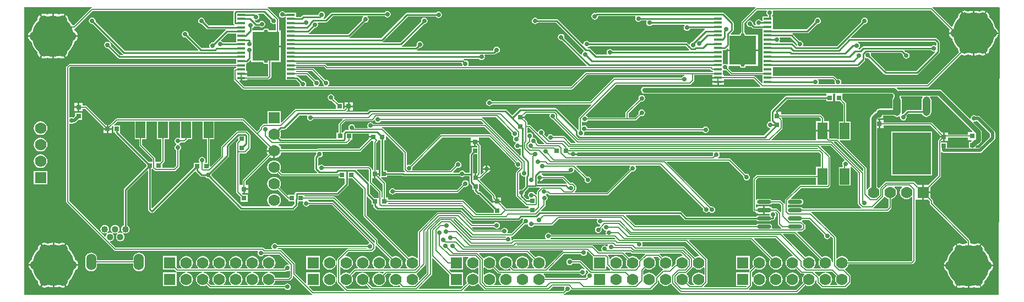
<source format=gbl>
%FSAX24Y24*%
%MOIN*%
G70*
G01*
G75*
G04 Layer_Physical_Order=2*
G04 Layer_Color=16711680*
%ADD10R,0.0300X0.0300*%
%ADD11R,0.0300X0.0300*%
G04:AMPARAMS|DCode=12|XSize=79mil|YSize=44mil|CornerRadius=22mil|HoleSize=0mil|Usage=FLASHONLY|Rotation=90.000|XOffset=0mil|YOffset=0mil|HoleType=Round|Shape=RoundedRectangle|*
%AMROUNDEDRECTD12*
21,1,0.0790,0.0000,0,0,90.0*
21,1,0.0350,0.0440,0,0,90.0*
1,1,0.0440,0.0000,0.0175*
1,1,0.0440,0.0000,-0.0175*
1,1,0.0440,0.0000,-0.0175*
1,1,0.0440,0.0000,0.0175*
%
%ADD12ROUNDEDRECTD12*%
%ADD13R,0.0472X0.2400*%
%ADD14O,0.0709X0.0094*%
%ADD15O,0.0094X0.0709*%
%ADD16O,0.0472X0.1181*%
%ADD17R,0.2323X0.2559*%
%ADD18O,0.0827X0.0138*%
%ADD19C,0.0060*%
%ADD20C,0.0100*%
%ADD21C,0.0094*%
%ADD22C,0.0295*%
%ADD23C,0.0197*%
%ADD24C,0.0700*%
%ADD25R,0.0700X0.0700*%
%ADD26R,0.0700X0.0700*%
%ADD27C,0.0400*%
%ADD28O,0.0600X0.1000*%
%ADD29C,0.0600*%
%ADD30C,0.2500*%
%ADD31C,0.0276*%
%ADD32O,0.0866X0.0236*%
%ADD33R,0.0600X0.1000*%
%ADD34R,0.1618X0.1717*%
%ADD35R,0.0500X0.0120*%
G36*
X049665Y061598D02*
X049650Y061550D01*
X049633Y061546D01*
X049567Y061503D01*
X049524Y061437D01*
X049508Y061360D01*
X049524Y061283D01*
X049567Y061217D01*
X049536Y061170D01*
X049310Y061170D01*
X049310Y060050D01*
X050030Y060050D01*
X050030Y061167D01*
X050076Y061186D01*
X050468Y060794D01*
X050468Y058950D01*
X050468Y058950D01*
X050468Y058950D01*
X050475Y058915D01*
X050495Y058885D01*
X050682Y058698D01*
X050672Y058673D01*
X050658Y058652D01*
X047133Y058652D01*
X047108Y058688D01*
X047049Y058728D01*
X046980Y058742D01*
X046350Y058742D01*
X046280Y058728D01*
X046272Y058722D01*
X046227Y058745D01*
X046227Y058875D01*
X046272Y058898D01*
X046280Y058892D01*
X046350Y058878D01*
X046980Y058878D01*
X047049Y058892D01*
X047108Y058932D01*
X047148Y058990D01*
X047161Y059060D01*
X047148Y059129D01*
X047108Y059188D01*
X047049Y059228D01*
X046980Y059242D01*
X046428Y059242D01*
X046409Y059288D01*
X047029Y059908D01*
X048641Y059908D01*
X048676Y059915D01*
X048706Y059935D01*
X048777Y060006D01*
X048797Y060036D01*
X048798Y060041D01*
X048804Y060071D01*
X048804Y061781D01*
X048797Y061816D01*
X048777Y061846D01*
X048220Y062402D01*
X048240Y062448D01*
X048814Y062448D01*
X049665Y061598D01*
X049665Y061598D02*
G37*
G36*
X052115Y059351D02*
X052118Y059348D01*
X052203Y059282D01*
X052303Y059241D01*
X052318Y059239D01*
X052318Y058758D01*
X052212Y058652D01*
X051424Y058652D01*
X051410Y058673D01*
X051400Y058698D01*
X052035Y059333D01*
X052055Y059363D01*
X052056Y059363D01*
X052115Y059351D01*
X052115Y059351D02*
G37*
G36*
X053132Y059944D02*
X053118Y059932D01*
X053052Y059847D01*
X053011Y059747D01*
X052996Y059640D01*
X053011Y059533D01*
X053052Y059433D01*
X053118Y059348D01*
X053203Y059282D01*
X053303Y059241D01*
X053410Y059226D01*
X053517Y059241D01*
X053617Y059282D01*
X053702Y059348D01*
X053715Y059364D01*
X053763Y059348D01*
X053763Y055542D01*
X053682Y055462D01*
X049901Y055462D01*
X049899Y055477D01*
X049858Y055577D01*
X049792Y055662D01*
X049707Y055728D01*
X049607Y055769D01*
X049500Y055784D01*
X049393Y055769D01*
X049293Y055728D01*
X049208Y055662D01*
X049189Y055638D01*
X049142Y055654D01*
X049142Y056890D01*
X049135Y056925D01*
X049115Y056955D01*
X047665Y058405D01*
X047642Y058420D01*
X047656Y058468D01*
X052250Y058468D01*
X052285Y058475D01*
X052315Y058495D01*
X052315Y058495D01*
X052315Y058495D01*
X052475Y058655D01*
X052495Y058685D01*
X052502Y058720D01*
X052502Y058720D01*
X052502Y058720D01*
X052502Y058720D01*
X052502Y059239D01*
X052517Y059241D01*
X052617Y059282D01*
X052702Y059348D01*
X052768Y059433D01*
X052809Y059533D01*
X052824Y059640D01*
X052809Y059747D01*
X052768Y059847D01*
X052702Y059932D01*
X052688Y059944D01*
X052704Y059991D01*
X053116Y059991D01*
X053132Y059944D01*
X053132Y059944D02*
G37*
G36*
X026537Y058966D02*
X026543Y058957D01*
X026533Y058932D01*
X022040Y058932D01*
X022040Y058998D01*
X026376Y058998D01*
X026537Y058966D01*
X026537Y058966D02*
G37*
G36*
X020538Y059832D02*
X020538Y058215D01*
X020538Y058215D01*
X020538Y058215D01*
X020545Y058180D01*
X020565Y058150D01*
X023126Y055589D01*
X023117Y055577D01*
X023076Y055477D01*
X023061Y055370D01*
X023076Y055263D01*
X023117Y055163D01*
X023183Y055078D01*
X023194Y055069D01*
X023178Y055022D01*
X022772Y055022D01*
X022756Y055069D01*
X022767Y055078D01*
X022833Y055163D01*
X022874Y055263D01*
X022889Y055370D01*
X022874Y055477D01*
X022833Y055577D01*
X022767Y055662D01*
X022682Y055728D01*
X022582Y055769D01*
X022475Y055784D01*
X022368Y055769D01*
X022268Y055728D01*
X022256Y055719D01*
X021402Y056573D01*
X021402Y056739D01*
X021395Y056774D01*
X021375Y056804D01*
X018824Y059355D01*
X018794Y059375D01*
X018759Y059382D01*
X016950Y059382D01*
X016950Y059448D01*
X018955Y059448D01*
X018955Y059448D01*
X018998Y059456D01*
X019034Y059481D01*
X019589Y060036D01*
X019601Y060053D01*
X019613Y060071D01*
X019613Y060072D01*
X019614Y060072D01*
X019618Y060093D01*
X019622Y060114D01*
X019627Y060500D01*
X019870Y060500D01*
X020538Y059832D01*
X020538Y059832D02*
G37*
G36*
X021448Y059612D02*
X021448Y059300D01*
X021189Y059300D01*
X020912Y059576D01*
X020912Y060083D01*
X020958Y060102D01*
X021448Y059612D01*
X021448Y059612D02*
G37*
G36*
X047920Y060092D02*
X046991Y060092D01*
X046956Y060085D01*
X046926Y060065D01*
X046071Y059209D01*
X046051Y059179D01*
X046044Y059144D01*
X046044Y058945D01*
X045995Y058935D01*
X045975Y058965D01*
X045815Y059125D01*
X045785Y059145D01*
X045750Y059152D01*
X045243Y059152D01*
X045218Y059188D01*
X045160Y059228D01*
X045090Y059242D01*
X044460Y059242D01*
X044391Y059228D01*
X044336Y059191D01*
X044295Y059213D01*
X044292Y059215D01*
X044292Y060397D01*
X044413Y060518D01*
X047920Y060518D01*
X047920Y060092D01*
X047920Y060092D02*
G37*
G36*
X048420Y057060D02*
X048408Y057000D01*
X048424Y056923D01*
X048467Y056857D01*
X048533Y056814D01*
X048610Y056798D01*
X048687Y056814D01*
X048753Y056857D01*
X048796Y056923D01*
X048801Y056947D01*
X048849Y056961D01*
X048958Y056852D01*
X048958Y055413D01*
X048908Y055409D01*
X048899Y055477D01*
X048858Y055577D01*
X048792Y055662D01*
X048707Y055728D01*
X048607Y055769D01*
X048500Y055784D01*
X048393Y055769D01*
X048293Y055728D01*
X048281Y055719D01*
X046791Y057209D01*
X046810Y057255D01*
X047067Y057255D01*
X047102Y057262D01*
X047132Y057282D01*
X047132Y057282D01*
X047132Y057282D01*
X047259Y057409D01*
X047279Y057439D01*
X047286Y057474D01*
X047286Y057474D01*
X047286Y057474D01*
X047286Y057474D01*
X047286Y057644D01*
X047280Y057673D01*
X047279Y057679D01*
X047259Y057709D01*
X047103Y057865D01*
X047093Y057872D01*
X047093Y057922D01*
X047108Y057932D01*
X047133Y057968D01*
X047512Y057968D01*
X048420Y057060D01*
X048420Y057060D02*
G37*
G36*
X007478Y060934D02*
X007478Y058610D01*
X007478Y058610D01*
X007486Y058567D01*
X007511Y058531D01*
X007631Y058411D01*
X007649Y058399D01*
X007667Y058387D01*
X007667Y058387D01*
X007667Y058386D01*
X007688Y058382D01*
X007710Y058378D01*
X007710Y058378D01*
X007710Y058378D01*
X007731Y058382D01*
X007753Y058386D01*
X007753Y058386D01*
X007753Y058386D01*
X007771Y058398D01*
X007789Y058410D01*
X010311Y060914D01*
X010361Y060909D01*
X010381Y060879D01*
X010649Y060611D01*
X010649Y060611D01*
X010685Y060586D01*
X010685Y060586D01*
X010685Y060586D01*
X010685Y060586D01*
X010685Y060586D01*
X010685Y060586D01*
X010728Y060578D01*
X010728Y060578D01*
X010957Y060578D01*
X010977Y060547D01*
X011043Y060504D01*
X011120Y060488D01*
X011156Y060495D01*
X013061Y058591D01*
X013061Y058591D01*
X013097Y058566D01*
X013097Y058566D01*
X013097Y058566D01*
X013097Y058566D01*
X013097Y058566D01*
X013097Y058566D01*
X013140Y058558D01*
X016250Y058558D01*
X016250Y058558D01*
X016293Y058566D01*
X016329Y058591D01*
X016539Y058801D01*
X016551Y058818D01*
X016563Y058835D01*
X016563Y058836D01*
X016564Y058837D01*
X016568Y058857D01*
X016572Y058878D01*
X016577Y059080D01*
X016850Y059080D01*
X016882Y059041D01*
X016868Y058975D01*
X016884Y058898D01*
X016927Y058832D01*
X016993Y058789D01*
X017070Y058773D01*
X017147Y058789D01*
X017213Y058832D01*
X017247Y058883D01*
X018610Y058883D01*
X020895Y056598D01*
X020881Y056550D01*
X020863Y056546D01*
X020797Y056503D01*
X020763Y056452D01*
X015332Y056452D01*
X015298Y056503D01*
X015232Y056546D01*
X015155Y056562D01*
X015078Y056546D01*
X015012Y056503D01*
X014969Y056437D01*
X014953Y056360D01*
X014969Y056283D01*
X015000Y056236D01*
X014976Y056192D01*
X014575Y056192D01*
X014502Y056265D01*
X014472Y056285D01*
X014437Y056292D01*
X005536Y056292D01*
X005195Y056633D01*
X005211Y056680D01*
X005243Y056684D01*
X005306Y056710D01*
X005361Y056752D01*
X005402Y056806D01*
X005428Y056870D01*
X005437Y056938D01*
X005428Y057005D01*
X005402Y057069D01*
X005361Y057123D01*
X005345Y057135D01*
X005370Y057178D01*
X005422Y057157D01*
X005490Y057148D01*
X005558Y057157D01*
X005610Y057178D01*
X005635Y057135D01*
X005620Y057123D01*
X005578Y057069D01*
X005552Y057005D01*
X005543Y056938D01*
X005552Y056870D01*
X005578Y056806D01*
X005620Y056752D01*
X005674Y056710D01*
X005737Y056684D01*
X005805Y056675D01*
X005873Y056684D01*
X005936Y056710D01*
X005990Y056752D01*
X006032Y056806D01*
X006058Y056870D01*
X006067Y056938D01*
X006058Y057005D01*
X006032Y057069D01*
X005990Y057123D01*
X005975Y057135D01*
X006000Y057178D01*
X006052Y057157D01*
X006120Y057148D01*
X006188Y057157D01*
X006251Y057183D01*
X006305Y057225D01*
X006347Y057279D01*
X006373Y057342D01*
X006382Y057410D01*
X006373Y057478D01*
X006347Y057541D01*
X006305Y057595D01*
X006251Y057637D01*
X006232Y057645D01*
X006232Y059754D01*
X007432Y060953D01*
X007478Y060934D01*
X007478Y060934D02*
G37*
G36*
X027088Y056989D02*
X027088Y056989D01*
X027088Y056989D01*
X027088Y056989D01*
X027088Y056989D01*
X027088Y056989D01*
X027088Y056989D01*
X027088Y056989D01*
X027118Y056969D01*
X027153Y056962D01*
X029124Y056962D01*
X029144Y056925D01*
X029118Y056882D01*
X027069Y056882D01*
X025983Y057967D01*
X026002Y058014D01*
X026063Y058014D01*
X027088Y056989D01*
X027088Y056989D02*
G37*
G36*
X021030Y059141D02*
X021030Y058880D01*
X021128Y058880D01*
X021128Y058815D01*
X021128Y058815D01*
X021136Y058772D01*
X021161Y058736D01*
X021306Y058591D01*
X021342Y058566D01*
X021385Y058558D01*
X021385Y058558D01*
X026434Y058558D01*
X027039Y057952D01*
X027076Y057928D01*
X027118Y057919D01*
X027118Y057919D01*
X029922Y057919D01*
X029922Y057919D01*
X029964Y057928D01*
X030001Y057952D01*
X030116Y058068D01*
X030195Y058068D01*
X030218Y058024D01*
X030184Y057972D01*
X030168Y057895D01*
X030180Y057835D01*
X029491Y057145D01*
X029272Y057145D01*
X029248Y057189D01*
X029259Y057205D01*
X029274Y057282D01*
X029259Y057359D01*
X029215Y057425D01*
X029150Y057469D01*
X029072Y057484D01*
X028995Y057469D01*
X028930Y057425D01*
X028896Y057374D01*
X027226Y057374D01*
X027103Y057497D01*
X027122Y057543D01*
X028421Y057543D01*
X028455Y057492D01*
X028520Y057449D01*
X028597Y057433D01*
X028674Y057449D01*
X028740Y057492D01*
X028784Y057558D01*
X028799Y057635D01*
X028784Y057712D01*
X028740Y057778D01*
X028674Y057821D01*
X028597Y057837D01*
X028520Y057821D01*
X028455Y057778D01*
X028421Y057727D01*
X027141Y057727D01*
X026454Y058414D01*
X026424Y058434D01*
X026389Y058441D01*
X025039Y058441D01*
X025004Y058434D01*
X024974Y058414D01*
X023855Y057295D01*
X023835Y057266D01*
X023828Y057230D01*
X023828Y055661D01*
X023781Y055645D01*
X023767Y055662D01*
X023682Y055728D01*
X023582Y055769D01*
X023475Y055784D01*
X023368Y055769D01*
X023268Y055728D01*
X023256Y055719D01*
X020722Y058253D01*
X020722Y059384D01*
X020768Y059403D01*
X021030Y059141D01*
X021030Y059141D02*
G37*
G36*
X022909Y060626D02*
X022909Y060626D01*
X022909Y060626D01*
X022909Y060626D01*
X022909Y060626D01*
X022909Y060626D01*
X022952Y060618D01*
X026368Y060618D01*
X026423Y060581D01*
X026500Y060566D01*
X026577Y060581D01*
X026632Y060618D01*
X026948Y060618D01*
X026948Y060250D01*
X026948Y060250D01*
X026956Y060207D01*
X026981Y060171D01*
X027110Y060041D01*
X027110Y059780D01*
X027178Y059780D01*
X027208Y059750D01*
X027208Y059750D01*
X027208Y059750D01*
X027208Y059750D01*
X027208Y059750D01*
X027208Y059750D01*
X027216Y059707D01*
X027241Y059671D01*
X027391Y059521D01*
X027427Y059496D01*
X027470Y059488D01*
X027470Y059488D01*
X027514Y059488D01*
X028410Y058591D01*
X028410Y058392D01*
X027398Y058392D01*
X026635Y059155D01*
X026605Y059175D01*
X026570Y059182D01*
X022040Y059182D01*
X022040Y059340D01*
X021882Y059340D01*
X021882Y060180D01*
X021875Y060215D01*
X021855Y060245D01*
X021596Y060504D01*
X021615Y060550D01*
X021970Y060550D01*
X021970Y060648D01*
X022877Y060648D01*
X022909Y060626D01*
X022909Y060626D02*
G37*
G36*
X045628Y058337D02*
X045628Y057715D01*
X045635Y057680D01*
X045655Y057650D01*
X045810Y057495D01*
X045810Y057495D01*
X045810Y057495D01*
X045810Y057495D01*
X045810Y057495D01*
X045823Y057486D01*
X045809Y057439D01*
X045276Y057439D01*
X045253Y057483D01*
X045258Y057490D01*
X045272Y057560D01*
X045258Y057629D01*
X045218Y057688D01*
X045160Y057728D01*
X045090Y057742D01*
X044460Y057742D01*
X044391Y057728D01*
X044332Y057688D01*
X044307Y057652D01*
X036979Y057652D01*
X036404Y058227D01*
X036423Y058273D01*
X039668Y058273D01*
X039961Y057981D01*
X039997Y057956D01*
X040040Y057948D01*
X040040Y057948D01*
X044321Y057948D01*
X044332Y057932D01*
X044391Y057892D01*
X044460Y057878D01*
X045090Y057878D01*
X045160Y057892D01*
X045218Y057932D01*
X045229Y057948D01*
X045320Y057948D01*
X045320Y057948D01*
X045363Y057956D01*
X045399Y057981D01*
X045409Y057991D01*
X045409Y057991D01*
X045434Y058027D01*
X045442Y058070D01*
X045442Y058070D01*
X045442Y058117D01*
X045473Y058137D01*
X045516Y058203D01*
X045532Y058280D01*
X045516Y058357D01*
X045473Y058422D01*
X045512Y058453D01*
X045628Y058337D01*
X045628Y058337D02*
G37*
G36*
X034697Y057980D02*
X034684Y057960D01*
X034668Y057883D01*
X034684Y057806D01*
X034727Y057740D01*
X034793Y057696D01*
X034858Y057683D01*
X034873Y057636D01*
X034802Y057565D01*
X034742Y057577D01*
X034665Y057561D01*
X034600Y057518D01*
X034556Y057452D01*
X034541Y057375D01*
X034556Y057298D01*
X034600Y057232D01*
X034665Y057189D01*
X034742Y057173D01*
X034819Y057189D01*
X034885Y057232D01*
X034929Y057298D01*
X034944Y057375D01*
X034932Y057435D01*
X034981Y057484D01*
X035029Y057470D01*
X035034Y057448D01*
X035077Y057382D01*
X035143Y057339D01*
X035220Y057323D01*
X035220Y057323D01*
X035214Y057287D01*
X035214Y057287D01*
X035214Y057287D01*
X035198Y057210D01*
X035214Y057133D01*
X035225Y057116D01*
X035202Y057071D01*
X031896Y057071D01*
X031862Y057122D01*
X031797Y057166D01*
X031720Y057181D01*
X031643Y057166D01*
X031577Y057122D01*
X031533Y057057D01*
X031518Y056980D01*
X031533Y056903D01*
X031577Y056837D01*
X031583Y056833D01*
X031569Y056785D01*
X029631Y056785D01*
X029595Y056778D01*
X029566Y056758D01*
X029539Y056732D01*
X029495Y056755D01*
X029502Y056790D01*
X029486Y056867D01*
X029453Y056918D01*
X029476Y056962D01*
X029529Y056962D01*
X029564Y056969D01*
X029593Y056989D01*
X030310Y057705D01*
X030370Y057693D01*
X030447Y057709D01*
X030451Y057711D01*
X030497Y057692D01*
X030506Y057643D01*
X030550Y057577D01*
X030616Y057534D01*
X030693Y057518D01*
X030770Y057534D01*
X030835Y057577D01*
X030869Y057628D01*
X031920Y057628D01*
X031955Y057635D01*
X031985Y057655D01*
X032354Y058024D01*
X034674Y058024D01*
X034697Y057980D01*
X034697Y057980D02*
G37*
G36*
X050798Y061063D02*
X050798Y060959D01*
X050752Y060940D01*
X049020Y062672D01*
X049039Y062718D01*
X049143Y062718D01*
X050798Y061063D01*
X050798Y061063D02*
G37*
G36*
X022958Y062012D02*
X022958Y061020D01*
X022958Y061020D01*
X022958Y061020D01*
X022965Y060985D01*
X022985Y060955D01*
X023052Y060888D01*
X023040Y060860D01*
X022992Y060845D01*
X022965Y060864D01*
X022922Y060872D01*
X022922Y060872D01*
X021970Y060872D01*
X021970Y060970D01*
X021782Y060970D01*
X021782Y062790D01*
X021880Y062790D01*
X021880Y063025D01*
X021926Y063044D01*
X022958Y062012D01*
X022958Y062012D02*
G37*
G36*
X027438Y060790D02*
X027370Y060790D01*
X027370Y060540D01*
X027270Y060540D01*
X027270Y060790D01*
X027172Y060790D01*
X027172Y061884D01*
X027239Y061950D01*
X027438Y061950D01*
X027438Y060790D01*
X027438Y060790D02*
G37*
G36*
X006678Y062863D02*
X006946Y062863D01*
X006946Y062500D01*
X006946Y062500D01*
X006946Y062500D01*
X006953Y062465D01*
X006973Y062435D01*
X007748Y061660D01*
X007748Y061480D01*
X007539Y061480D01*
X005785Y063234D01*
X005800Y063270D01*
X005800Y063270D01*
X005800Y063270D01*
X005800Y063690D01*
X005445Y063690D01*
X005426Y063736D01*
X005618Y063928D01*
X006678Y063928D01*
X006678Y062863D01*
X006678Y062863D02*
G37*
G36*
X014743Y062408D02*
X014727Y062387D01*
X014682Y062277D01*
X014673Y062210D01*
X015120Y062210D01*
X015120Y062160D01*
X015170Y062160D01*
X015170Y061713D01*
X015237Y061722D01*
X015347Y061767D01*
X015441Y061839D01*
X015513Y061933D01*
X015558Y062043D01*
X015562Y062068D01*
X017652Y062068D01*
X017674Y062027D01*
X017658Y061950D01*
X017665Y061914D01*
X017591Y061839D01*
X017566Y061803D01*
X017558Y061760D01*
X017558Y061760D01*
X017558Y061070D01*
X017558Y061070D01*
X017566Y061027D01*
X017591Y060991D01*
X017733Y060848D01*
X017714Y060802D01*
X015608Y060802D01*
X015469Y060941D01*
X015478Y060953D01*
X015519Y061053D01*
X015534Y061160D01*
X015519Y061267D01*
X015478Y061367D01*
X015412Y061452D01*
X015327Y061518D01*
X015227Y061559D01*
X015120Y061574D01*
X015013Y061559D01*
X014913Y061518D01*
X014828Y061452D01*
X014762Y061367D01*
X014721Y061267D01*
X014706Y061160D01*
X014721Y061053D01*
X014762Y060953D01*
X014828Y060868D01*
X014913Y060802D01*
X015013Y060761D01*
X015120Y060746D01*
X015227Y060761D01*
X015327Y060802D01*
X015339Y060811D01*
X015505Y060645D01*
X015505Y060645D01*
X015505Y060645D01*
X015505Y060645D01*
X015505Y060645D01*
X015505Y060645D01*
X015535Y060625D01*
X015570Y060618D01*
X019030Y060618D01*
X019030Y060500D01*
X019367Y060500D01*
X019402Y060464D01*
X019398Y060162D01*
X018909Y059672D01*
X016475Y059672D01*
X016455Y059668D01*
X016434Y059665D01*
X016433Y059664D01*
X016432Y059664D01*
X016415Y059652D01*
X016397Y059641D01*
X016397Y059640D01*
X016396Y059639D01*
X016384Y059622D01*
X016372Y059605D01*
X016372Y059604D01*
X016371Y059603D01*
X016367Y059583D01*
X016363Y059562D01*
X016361Y059500D01*
X015980Y059500D01*
X015980Y059495D01*
X015934Y059476D01*
X015469Y059941D01*
X015478Y059953D01*
X015519Y060053D01*
X015534Y060160D01*
X015519Y060267D01*
X015478Y060367D01*
X015412Y060452D01*
X015327Y060518D01*
X015227Y060559D01*
X015120Y060574D01*
X015013Y060559D01*
X014913Y060518D01*
X014828Y060452D01*
X014762Y060367D01*
X014721Y060267D01*
X014706Y060160D01*
X014721Y060053D01*
X014762Y059953D01*
X014828Y059868D01*
X014913Y059802D01*
X015013Y059761D01*
X015120Y059746D01*
X015227Y059761D01*
X015327Y059802D01*
X015339Y059811D01*
X015925Y059225D01*
X015925Y059225D01*
X015925Y059225D01*
X015925Y059225D01*
X015925Y059225D01*
X015925Y059225D01*
X015955Y059205D01*
X015980Y059200D01*
X015980Y059080D01*
X016316Y059080D01*
X016351Y059044D01*
X016349Y058927D01*
X016204Y058782D01*
X015379Y058782D01*
X015363Y058829D01*
X015412Y058868D01*
X015478Y058953D01*
X015519Y059053D01*
X015534Y059160D01*
X015519Y059267D01*
X015478Y059367D01*
X015412Y059452D01*
X015327Y059518D01*
X015227Y059559D01*
X015120Y059574D01*
X015013Y059559D01*
X014913Y059518D01*
X014828Y059452D01*
X014762Y059367D01*
X014721Y059267D01*
X014706Y059160D01*
X014721Y059053D01*
X014762Y058953D01*
X014828Y058868D01*
X014877Y058829D01*
X014861Y058782D01*
X013186Y058782D01*
X011315Y060654D01*
X011322Y060690D01*
X011313Y060735D01*
X012369Y061792D01*
X012394Y061828D01*
X012402Y061871D01*
X012402Y061871D01*
X012402Y062415D01*
X012914Y062927D01*
X012960Y062907D01*
X012960Y062800D01*
X012855Y062695D01*
X012835Y062665D01*
X012828Y062630D01*
X012828Y062145D01*
X012828Y059660D01*
X012828Y059660D01*
X012828Y059660D01*
X012835Y059625D01*
X012855Y059595D01*
X013090Y059360D01*
X013090Y059070D01*
X013510Y059070D01*
X013510Y059490D01*
X013220Y059490D01*
X013176Y059534D01*
X013195Y059580D01*
X013250Y059580D01*
X013250Y059830D01*
X013300Y059830D01*
X013300Y059880D01*
X013550Y059880D01*
X013550Y060080D01*
X013392Y060080D01*
X013392Y060302D01*
X014872Y061783D01*
X014893Y061767D01*
X015003Y061722D01*
X015070Y061713D01*
X015070Y062110D01*
X014673Y062110D01*
X014682Y062043D01*
X014727Y061933D01*
X014743Y061912D01*
X013235Y060405D01*
X013215Y060375D01*
X013208Y060340D01*
X013208Y060080D01*
X013050Y060080D01*
X013050Y060080D01*
X013047Y060080D01*
X013012Y060115D01*
X013012Y061997D01*
X013357Y061997D01*
X013392Y062004D01*
X013421Y062024D01*
X013421Y062024D01*
X013421Y062024D01*
X013650Y062252D01*
X013669Y062281D01*
X013676Y062316D01*
X013676Y062317D01*
X013676Y062317D01*
X013676Y062317D01*
X013676Y063127D01*
X013671Y063156D01*
X013669Y063162D01*
X013650Y063191D01*
X013494Y063347D01*
X013464Y063367D01*
X013429Y063374D01*
X012909Y063374D01*
X012880Y063368D01*
X012874Y063367D01*
X012844Y063347D01*
X011935Y062438D01*
X011915Y062408D01*
X011908Y062373D01*
X011908Y061818D01*
X011278Y061187D01*
X011234Y061211D01*
X011235Y061220D01*
X011235Y062863D01*
X011504Y062863D01*
X011504Y063928D01*
X013222Y063928D01*
X014743Y062408D01*
X014743Y062408D02*
G37*
G36*
X029862Y061574D02*
X029859Y061566D01*
X029811Y061554D01*
X028240Y063125D01*
X028210Y063145D01*
X028175Y063152D01*
X025240Y063152D01*
X025211Y063146D01*
X025205Y063145D01*
X025175Y063125D01*
X023350Y061300D01*
X023290Y061312D01*
X023213Y061296D01*
X023186Y061278D01*
X023142Y061302D01*
X023142Y062050D01*
X023135Y062085D01*
X023115Y062115D01*
X021715Y063515D01*
X021685Y063535D01*
X021667Y063538D01*
X021671Y063588D01*
X027848Y063588D01*
X029862Y061574D01*
X029862Y061574D02*
G37*
G36*
X008028Y062863D02*
X008296Y062863D01*
X008296Y061556D01*
X008220Y061480D01*
X007932Y061480D01*
X007932Y061698D01*
X007925Y061733D01*
X007905Y061763D01*
X007129Y062538D01*
X007129Y062863D01*
X007398Y062863D01*
X007398Y063928D01*
X008028Y063928D01*
X008028Y062863D01*
X008028Y062863D02*
G37*
G36*
X031218Y059889D02*
X031065Y059737D01*
X031045Y059707D01*
X031038Y059672D01*
X031038Y059507D01*
X030992Y059488D01*
X030945Y059535D01*
X030915Y059555D01*
X030880Y059562D01*
X030877Y059562D01*
X030843Y059613D01*
X030777Y059656D01*
X030700Y059672D01*
X030623Y059656D01*
X030557Y059613D01*
X030514Y059547D01*
X030498Y059470D01*
X030514Y059393D01*
X030553Y059335D01*
X030550Y059330D01*
X030550Y059330D01*
X030550Y059330D01*
X030550Y059232D01*
X030426Y059232D01*
X030228Y059430D01*
X030232Y059470D01*
X030276Y059535D01*
X030291Y059612D01*
X030284Y059648D01*
X030472Y059836D01*
X030473Y059836D01*
X030509Y059861D01*
X030534Y059897D01*
X030540Y059928D01*
X030912Y059928D01*
X030912Y059928D01*
X030951Y059936D01*
X031198Y059936D01*
X031218Y059889D01*
X031218Y059889D02*
G37*
G36*
X030049Y060811D02*
X030048Y060810D01*
X030064Y060733D01*
X030107Y060667D01*
X030173Y060624D01*
X030250Y060608D01*
X030279Y060614D01*
X030318Y060582D01*
X030318Y059999D01*
X030126Y059807D01*
X030090Y059814D01*
X030013Y059799D01*
X029995Y059787D01*
X029951Y059811D01*
X029951Y060781D01*
X030004Y060835D01*
X030049Y060811D01*
X030049Y060811D02*
G37*
G36*
X052628Y065537D02*
X052628Y065425D01*
X052581Y065364D01*
X052551Y065292D01*
X052541Y065214D01*
X052541Y064722D01*
X051780Y064722D01*
X051699Y064706D01*
X051630Y064660D01*
X051620Y064650D01*
X051574Y064581D01*
X051566Y064540D01*
X051560Y064540D01*
X051560Y064531D01*
X051534Y064526D01*
X051465Y064480D01*
X051260Y064275D01*
X051214Y064206D01*
X051198Y064125D01*
X051198Y064125D01*
X051198Y064125D01*
X051198Y064125D01*
X051198Y064125D01*
X051198Y059994D01*
X051118Y059932D01*
X051052Y059847D01*
X051031Y059796D01*
X050982Y059806D01*
X050982Y061101D01*
X050976Y061130D01*
X050975Y061136D01*
X050955Y061166D01*
X049361Y062760D01*
X049380Y062806D01*
X050030Y062806D01*
X050030Y063926D01*
X049762Y063926D01*
X049762Y065010D01*
X049755Y065045D01*
X049735Y065075D01*
X049520Y065290D01*
X049520Y065580D01*
X049520Y065580D01*
X049520Y065583D01*
X049555Y065618D01*
X052547Y065618D01*
X052628Y065537D01*
X052628Y065537D02*
G37*
G36*
X036684Y061222D02*
X036654Y061177D01*
X036638Y061100D01*
X036650Y061040D01*
X035252Y059642D01*
X033339Y059642D01*
X033320Y059688D01*
X033383Y059751D01*
X033403Y059781D01*
X033410Y059816D01*
X033410Y059816D01*
X033410Y059816D01*
X033410Y059816D01*
X033410Y060004D01*
X033403Y060039D01*
X033383Y060069D01*
X033249Y060203D01*
X033219Y060223D01*
X033184Y060230D01*
X033057Y060230D01*
X032681Y060606D01*
X032651Y060626D01*
X032616Y060633D01*
X031414Y060633D01*
X031414Y060634D01*
X031361Y060713D01*
X031320Y060740D01*
X031335Y060788D01*
X032980Y060788D01*
X032980Y060788D01*
X033023Y060796D01*
X033031Y060802D01*
X033052Y060816D01*
X033090Y060808D01*
X033167Y060824D01*
X033233Y060867D01*
X033276Y060933D01*
X033292Y061010D01*
X033289Y061024D01*
X033333Y061047D01*
X033920Y060460D01*
X033908Y060400D01*
X033924Y060323D01*
X033967Y060257D01*
X034033Y060214D01*
X034110Y060198D01*
X034187Y060214D01*
X034253Y060257D01*
X034296Y060323D01*
X034312Y060400D01*
X034296Y060477D01*
X034253Y060543D01*
X034187Y060586D01*
X034110Y060602D01*
X034050Y060590D01*
X033420Y061220D01*
X033439Y061266D01*
X036660Y061266D01*
X036684Y061222D01*
X036684Y061222D02*
G37*
G36*
X048228Y061962D02*
X048228Y061210D01*
X047920Y061210D01*
X047920Y060702D01*
X044375Y060702D01*
X044346Y060696D01*
X044340Y060695D01*
X044310Y060675D01*
X044135Y060500D01*
X044115Y060470D01*
X044108Y060435D01*
X044108Y058570D01*
X044112Y058553D01*
X044115Y058536D01*
X044115Y058536D01*
X044115Y058535D01*
X044125Y058521D01*
X044134Y058506D01*
X044135Y058506D01*
X044135Y058505D01*
X044149Y058496D01*
X044163Y058486D01*
X044164Y058486D01*
X044165Y058485D01*
X044182Y058482D01*
X044198Y058478D01*
X044254Y058477D01*
X044255Y058475D01*
X044303Y058403D01*
X044375Y058355D01*
X044460Y058338D01*
X044725Y058338D01*
X044725Y058560D01*
X044725Y058782D01*
X044460Y058782D01*
X044375Y058765D01*
X044336Y058739D01*
X044292Y058763D01*
X044292Y058905D01*
X044295Y058907D01*
X044336Y058929D01*
X044391Y058892D01*
X044460Y058878D01*
X045090Y058878D01*
X045160Y058892D01*
X045218Y058932D01*
X045243Y058968D01*
X045712Y058968D01*
X045818Y058862D01*
X045818Y058472D01*
X045772Y058453D01*
X045600Y058625D01*
X045570Y058645D01*
X045535Y058652D01*
X045291Y058652D01*
X045247Y058717D01*
X045175Y058765D01*
X045090Y058782D01*
X044825Y058782D01*
X044825Y058560D01*
X044825Y058338D01*
X045090Y058338D01*
X045098Y058339D01*
X045120Y058317D01*
X045120Y058267D01*
X045094Y058241D01*
X045090Y058242D01*
X044460Y058242D01*
X044391Y058228D01*
X044332Y058188D01*
X044321Y058172D01*
X040086Y058172D01*
X039794Y058464D01*
X039758Y058489D01*
X039715Y058497D01*
X039715Y058497D01*
X031312Y058497D01*
X031293Y058543D01*
X031535Y058785D01*
X031555Y058815D01*
X031562Y058850D01*
X031562Y058850D01*
X031562Y058850D01*
X031562Y058850D01*
X031562Y059117D01*
X031623Y059157D01*
X031666Y059223D01*
X031682Y059300D01*
X031666Y059377D01*
X031623Y059443D01*
X031579Y059472D01*
X031579Y059522D01*
X031603Y059537D01*
X031617Y059558D01*
X031692Y059558D01*
X031765Y059485D01*
X031795Y059465D01*
X031801Y059464D01*
X031830Y059458D01*
X035290Y059458D01*
X035325Y059465D01*
X035355Y059485D01*
X035355Y059485D01*
X035355Y059485D01*
X036780Y060910D01*
X036840Y060898D01*
X036917Y060914D01*
X036983Y060957D01*
X037026Y061023D01*
X037042Y061100D01*
X037026Y061177D01*
X036996Y061222D01*
X037020Y061266D01*
X038489Y061266D01*
X041095Y058660D01*
X041083Y058600D01*
X041099Y058523D01*
X041142Y058457D01*
X041208Y058414D01*
X041285Y058398D01*
X041362Y058414D01*
X041428Y058457D01*
X041429Y058459D01*
X041479Y058459D01*
X041487Y058447D01*
X041553Y058403D01*
X041630Y058388D01*
X041707Y058403D01*
X041773Y058447D01*
X041816Y058512D01*
X041832Y058589D01*
X041816Y058666D01*
X041773Y058732D01*
X041707Y058776D01*
X041630Y058791D01*
X041570Y058779D01*
X038885Y061464D01*
X038904Y061510D01*
X042650Y061510D01*
X043540Y060620D01*
X043528Y060560D01*
X043544Y060483D01*
X043587Y060417D01*
X043653Y060374D01*
X043730Y060358D01*
X043807Y060374D01*
X043873Y060417D01*
X043916Y060483D01*
X043932Y060560D01*
X043916Y060637D01*
X043873Y060703D01*
X043807Y060746D01*
X043730Y060762D01*
X043670Y060750D01*
X042753Y061667D01*
X042723Y061687D01*
X042688Y061694D01*
X041994Y061694D01*
X041979Y061742D01*
X042033Y061777D01*
X042076Y061843D01*
X042092Y061920D01*
X042076Y061997D01*
X042058Y062024D01*
X042082Y062068D01*
X048122Y062068D01*
X048228Y061962D01*
X048228Y061962D02*
G37*
G36*
X031240Y060309D02*
X031283Y060317D01*
X031361Y060370D01*
X031414Y060448D01*
X031414Y060449D01*
X032578Y060449D01*
X032827Y060200D01*
X032804Y060156D01*
X032782Y060160D01*
X032782Y060160D01*
X031054Y060160D01*
X031054Y060294D01*
X031097Y060317D01*
X031140Y060309D01*
X031140Y060541D01*
X031240Y060541D01*
X031240Y060309D01*
X031240Y060309D02*
G37*
G36*
X020868Y060982D02*
X020868Y060316D01*
X020822Y060297D01*
X020137Y060982D01*
X020156Y061028D01*
X020822Y061028D01*
X020868Y060982D01*
X020868Y060982D02*
G37*
G36*
X035786Y056831D02*
X035767Y056785D01*
X031871Y056785D01*
X031856Y056833D01*
X031862Y056837D01*
X031896Y056888D01*
X035729Y056888D01*
X035786Y056831D01*
X035786Y056831D02*
G37*
G36*
X034143Y054813D02*
X034138Y054763D01*
X034077Y054723D01*
X034034Y054657D01*
X034018Y054580D01*
X034030Y054520D01*
X033972Y054462D01*
X031551Y054462D01*
X031549Y054477D01*
X031508Y054577D01*
X031442Y054662D01*
X031431Y054671D01*
X031447Y054718D01*
X033628Y054718D01*
X033662Y054667D01*
X033728Y054624D01*
X033805Y054608D01*
X033882Y054624D01*
X033948Y054667D01*
X033991Y054733D01*
X034007Y054810D01*
X033991Y054887D01*
X033979Y054906D01*
X034017Y054938D01*
X034143Y054813D01*
X034143Y054813D02*
G37*
G36*
X024348Y057286D02*
X024348Y054743D01*
X023930Y054325D01*
X023886Y054347D01*
X023889Y054370D01*
X023874Y054477D01*
X023833Y054577D01*
X023767Y054662D01*
X023762Y054667D01*
X023751Y054720D01*
X023751Y054726D01*
X023780Y054745D01*
X024255Y055220D01*
X024275Y055250D01*
X024282Y055285D01*
X024282Y055285D01*
X024282Y055285D01*
X024282Y055285D01*
X024282Y057268D01*
X024323Y057296D01*
X024348Y057286D01*
X024348Y057286D02*
G37*
G36*
X049151Y054589D02*
X049142Y054577D01*
X049101Y054477D01*
X049086Y054370D01*
X049101Y054263D01*
X049142Y054163D01*
X049208Y054078D01*
X049221Y054067D01*
X049205Y054020D01*
X048795Y054020D01*
X048779Y054067D01*
X048792Y054078D01*
X048858Y054163D01*
X048899Y054263D01*
X048914Y054370D01*
X048899Y054477D01*
X048858Y054577D01*
X048792Y054662D01*
X048707Y054728D01*
X048607Y054769D01*
X048500Y054784D01*
X048393Y054769D01*
X048293Y054728D01*
X048208Y054662D01*
X048142Y054577D01*
X048133Y054556D01*
X048084Y054546D01*
X047838Y054792D01*
X047857Y054838D01*
X048902Y054838D01*
X049151Y054589D01*
X049151Y054589D02*
G37*
G36*
X026882Y055681D02*
X026858Y055662D01*
X026792Y055577D01*
X026751Y055477D01*
X026736Y055370D01*
X026751Y055263D01*
X026792Y055163D01*
X026858Y055078D01*
X026943Y055012D01*
X027043Y054971D01*
X027150Y054956D01*
X027257Y054971D01*
X027357Y055012D01*
X027442Y055078D01*
X027451Y055089D01*
X027498Y055073D01*
X027498Y054667D01*
X027451Y054651D01*
X027442Y054662D01*
X027357Y054728D01*
X027257Y054769D01*
X027150Y054784D01*
X027043Y054769D01*
X026943Y054728D01*
X026858Y054662D01*
X026792Y054577D01*
X026751Y054477D01*
X026736Y054370D01*
X026751Y054263D01*
X026792Y054163D01*
X026801Y054151D01*
X026606Y053956D01*
X026560Y053975D01*
X026560Y054780D01*
X025870Y054780D01*
X025736Y054914D01*
X025755Y054960D01*
X026560Y054960D01*
X026560Y055728D01*
X026866Y055728D01*
X026882Y055681D01*
X026882Y055681D02*
G37*
G36*
X038476Y055589D02*
X038467Y055577D01*
X038426Y055477D01*
X038411Y055370D01*
X038426Y055263D01*
X038467Y055163D01*
X038533Y055078D01*
X038618Y055012D01*
X038651Y054998D01*
X038656Y054949D01*
X038635Y054935D01*
X038242Y054542D01*
X038193Y054552D01*
X038183Y054577D01*
X038117Y054662D01*
X038032Y054728D01*
X037932Y054769D01*
X037825Y054784D01*
X037718Y054769D01*
X037618Y054728D01*
X037533Y054662D01*
X037519Y054645D01*
X037472Y054661D01*
X037472Y054887D01*
X037606Y055021D01*
X037618Y055012D01*
X037718Y054971D01*
X037825Y054956D01*
X037932Y054971D01*
X038032Y055012D01*
X038117Y055078D01*
X038183Y055163D01*
X038224Y055263D01*
X038239Y055370D01*
X038224Y055477D01*
X038183Y055577D01*
X038117Y055662D01*
X038093Y055681D01*
X038109Y055728D01*
X038337Y055728D01*
X038476Y055589D01*
X038476Y055589D02*
G37*
G36*
X016076Y054858D02*
X016076Y054535D01*
X016002Y054462D01*
X015201Y054462D01*
X015199Y054477D01*
X015158Y054577D01*
X015092Y054662D01*
X015007Y054728D01*
X014907Y054769D01*
X014840Y054778D01*
X014843Y054828D01*
X015800Y054828D01*
X015835Y054835D01*
X015865Y054855D01*
X015865Y054855D01*
X015865Y054855D01*
X015875Y054865D01*
X015935Y054853D01*
X016012Y054869D01*
X016031Y054882D01*
X016076Y054858D01*
X016076Y054858D02*
G37*
G36*
X021767Y054792D02*
X021694Y054719D01*
X021682Y054728D01*
X021582Y054769D01*
X021475Y054784D01*
X021368Y054769D01*
X021268Y054728D01*
X021183Y054662D01*
X021117Y054577D01*
X021076Y054477D01*
X021061Y054370D01*
X021076Y054263D01*
X021117Y054163D01*
X021183Y054078D01*
X021268Y054012D01*
X021368Y053971D01*
X021475Y053956D01*
X021582Y053971D01*
X021682Y054012D01*
X021767Y054078D01*
X021833Y054163D01*
X021874Y054263D01*
X021889Y054370D01*
X021874Y054477D01*
X021833Y054577D01*
X021824Y054589D01*
X021953Y054718D01*
X022178Y054718D01*
X022194Y054671D01*
X022183Y054662D01*
X022117Y054577D01*
X022076Y054477D01*
X022061Y054370D01*
X022076Y054263D01*
X022117Y054163D01*
X022183Y054078D01*
X022268Y054012D01*
X022368Y053971D01*
X022475Y053956D01*
X022582Y053971D01*
X022682Y054012D01*
X022694Y054021D01*
X022767Y053948D01*
X022748Y053902D01*
X021073Y053902D01*
X020824Y054151D01*
X020833Y054163D01*
X020874Y054263D01*
X020889Y054370D01*
X020874Y054477D01*
X020833Y054577D01*
X020767Y054662D01*
X020682Y054728D01*
X020582Y054769D01*
X020475Y054784D01*
X020368Y054769D01*
X020268Y054728D01*
X020183Y054662D01*
X020117Y054577D01*
X020076Y054477D01*
X020061Y054370D01*
X020076Y054263D01*
X020117Y054163D01*
X020183Y054078D01*
X020268Y054012D01*
X020368Y053971D01*
X020475Y053956D01*
X020582Y053971D01*
X020682Y054012D01*
X020694Y054021D01*
X020887Y053828D01*
X020868Y053782D01*
X019568Y053782D01*
X019436Y053914D01*
X019458Y053959D01*
X019475Y053956D01*
X019582Y053971D01*
X019682Y054012D01*
X019767Y054078D01*
X019833Y054163D01*
X019874Y054263D01*
X019889Y054370D01*
X019874Y054477D01*
X019833Y054577D01*
X019824Y054589D01*
X020073Y054838D01*
X021748Y054838D01*
X021767Y054792D01*
X021767Y054792D02*
G37*
G36*
X011760Y054778D02*
X011693Y054769D01*
X011593Y054728D01*
X011508Y054662D01*
X011442Y054577D01*
X011401Y054477D01*
X011386Y054370D01*
X011401Y054263D01*
X011442Y054163D01*
X011508Y054078D01*
X011532Y054059D01*
X011516Y054012D01*
X011288Y054012D01*
X011149Y054151D01*
X011158Y054163D01*
X011199Y054263D01*
X011214Y054370D01*
X011199Y054477D01*
X011158Y054577D01*
X011092Y054662D01*
X011007Y054728D01*
X010907Y054769D01*
X010840Y054778D01*
X010843Y054828D01*
X011757Y054828D01*
X011760Y054778D01*
X011760Y054778D02*
G37*
G36*
X027486Y054125D02*
X027505Y054090D01*
X027505Y054090D01*
X027505Y054090D01*
X027505Y054090D01*
X027505Y054090D01*
X027505Y054090D01*
X027525Y054060D01*
X027846Y053739D01*
X027876Y053719D01*
X027911Y053712D01*
X031716Y053712D01*
X031751Y053719D01*
X031781Y053739D01*
X031781Y053739D01*
X031781Y053739D01*
X031980Y053938D01*
X032681Y053938D01*
X032705Y053894D01*
X032694Y053877D01*
X032678Y053800D01*
X032690Y053740D01*
X032612Y053662D01*
X026637Y053662D01*
X026618Y053708D01*
X026931Y054021D01*
X026943Y054012D01*
X027043Y053971D01*
X027150Y053956D01*
X027257Y053971D01*
X027357Y054012D01*
X027442Y054078D01*
X027479Y054125D01*
X027486Y054125D01*
X027486Y054125D02*
G37*
G36*
X025740Y054650D02*
X025740Y053960D01*
X026545Y053960D01*
X026564Y053914D01*
X026432Y053782D01*
X023882Y053782D01*
X023863Y053828D01*
X024665Y054630D01*
X024685Y054660D01*
X024686Y054666D01*
X024692Y054695D01*
X024692Y055633D01*
X024738Y055652D01*
X025740Y054650D01*
X025740Y054650D02*
G37*
G36*
X012760Y054778D02*
X012693Y054769D01*
X012593Y054728D01*
X012508Y054662D01*
X012442Y054577D01*
X012401Y054477D01*
X012386Y054370D01*
X012401Y054263D01*
X012442Y054163D01*
X012508Y054078D01*
X012532Y054059D01*
X012516Y054012D01*
X012084Y054012D01*
X012068Y054059D01*
X012092Y054078D01*
X012158Y054163D01*
X012199Y054263D01*
X012214Y054370D01*
X012199Y054477D01*
X012158Y054577D01*
X012092Y054662D01*
X012007Y054728D01*
X011907Y054769D01*
X011840Y054778D01*
X011843Y054828D01*
X012757Y054828D01*
X012760Y054778D01*
X012760Y054778D02*
G37*
G36*
X027858Y055078D02*
X027943Y055012D01*
X028043Y054971D01*
X028150Y054956D01*
X028257Y054971D01*
X028357Y055012D01*
X028369Y055021D01*
X028645Y054745D01*
X028675Y054725D01*
X028710Y054718D01*
X028853Y054718D01*
X028869Y054671D01*
X028858Y054662D01*
X028792Y054577D01*
X028751Y054477D01*
X028736Y054370D01*
X028751Y054263D01*
X028792Y054163D01*
X028858Y054078D01*
X028877Y054063D01*
X028861Y054015D01*
X028439Y054015D01*
X028423Y054063D01*
X028442Y054078D01*
X028508Y054163D01*
X028549Y054263D01*
X028564Y054370D01*
X028549Y054477D01*
X028508Y054577D01*
X028442Y054662D01*
X028357Y054728D01*
X028257Y054769D01*
X028150Y054784D01*
X028043Y054769D01*
X027943Y054728D01*
X027858Y054662D01*
X027849Y054651D01*
X027802Y054667D01*
X027802Y055073D01*
X027849Y055089D01*
X027858Y055078D01*
X027858Y055078D02*
G37*
G36*
X014760Y054778D02*
X014693Y054769D01*
X014593Y054728D01*
X014508Y054662D01*
X014442Y054577D01*
X014401Y054477D01*
X014386Y054370D01*
X014401Y054263D01*
X014442Y054163D01*
X014508Y054078D01*
X014532Y054059D01*
X014516Y054012D01*
X014084Y054012D01*
X014068Y054059D01*
X014092Y054078D01*
X014158Y054163D01*
X014199Y054263D01*
X014214Y054370D01*
X014199Y054477D01*
X014158Y054577D01*
X014092Y054662D01*
X014007Y054728D01*
X013907Y054769D01*
X013840Y054778D01*
X013843Y054828D01*
X014757Y054828D01*
X014760Y054778D01*
X014760Y054778D02*
G37*
G36*
X013760Y054778D02*
X013693Y054769D01*
X013593Y054728D01*
X013508Y054662D01*
X013442Y054577D01*
X013401Y054477D01*
X013386Y054370D01*
X013401Y054263D01*
X013442Y054163D01*
X013508Y054078D01*
X013532Y054059D01*
X013516Y054012D01*
X013084Y054012D01*
X013068Y054059D01*
X013092Y054078D01*
X013158Y054163D01*
X013199Y054263D01*
X013214Y054370D01*
X013199Y054477D01*
X013158Y054577D01*
X013092Y054662D01*
X013007Y054728D01*
X012907Y054769D01*
X012840Y054778D01*
X012843Y054828D01*
X013757Y054828D01*
X013760Y054778D01*
X013760Y054778D02*
G37*
G36*
X039870Y055825D02*
X039848Y055781D01*
X039825Y055784D01*
X039718Y055769D01*
X039618Y055728D01*
X039533Y055662D01*
X039467Y055577D01*
X039426Y055477D01*
X039411Y055370D01*
X039421Y055300D01*
X039395Y055295D01*
X039365Y055275D01*
X039223Y055133D01*
X039183Y055163D01*
X039224Y055263D01*
X039239Y055370D01*
X039224Y055477D01*
X039183Y055577D01*
X039117Y055662D01*
X039032Y055728D01*
X038932Y055769D01*
X038825Y055784D01*
X038718Y055769D01*
X038618Y055728D01*
X038606Y055719D01*
X038443Y055882D01*
X038450Y055901D01*
X038469Y055928D01*
X039767Y055928D01*
X039870Y055825D01*
X039870Y055825D02*
G37*
G36*
X034413Y055745D02*
X034415Y055744D01*
X034415Y054960D01*
X035235Y054960D01*
X035235Y055140D01*
X035281Y055159D01*
X035492Y054948D01*
X035473Y054902D01*
X034313Y054902D01*
X033725Y055490D01*
X033695Y055510D01*
X033660Y055517D01*
X033187Y055517D01*
X033153Y055568D01*
X033087Y055611D01*
X033010Y055627D01*
X032933Y055611D01*
X032867Y055568D01*
X032824Y055502D01*
X032808Y055425D01*
X032824Y055348D01*
X032867Y055282D01*
X032933Y055239D01*
X033010Y055223D01*
X033087Y055239D01*
X033153Y055282D01*
X033187Y055333D01*
X033622Y055333D01*
X033933Y055022D01*
X033901Y054984D01*
X033882Y054996D01*
X033805Y055012D01*
X033728Y054996D01*
X033662Y054953D01*
X033628Y054902D01*
X031757Y054902D01*
X031738Y054948D01*
X032678Y055888D01*
X033683Y055888D01*
X033717Y055837D01*
X033783Y055794D01*
X033860Y055778D01*
X033937Y055794D01*
X034003Y055837D01*
X034046Y055903D01*
X034062Y055980D01*
X034050Y056041D01*
X034094Y056064D01*
X034413Y055745D01*
X034413Y055745D02*
G37*
G36*
X036769Y055955D02*
X036799Y055935D01*
X036834Y055928D01*
X037551Y055928D01*
X037570Y055901D01*
X037577Y055882D01*
X037241Y055546D01*
X037192Y055556D01*
X037183Y055577D01*
X037117Y055662D01*
X037032Y055728D01*
X036932Y055769D01*
X036825Y055784D01*
X036718Y055769D01*
X036618Y055728D01*
X036606Y055719D01*
X036363Y055962D01*
X036382Y056008D01*
X036716Y056008D01*
X036769Y055955D01*
X036769Y055955D02*
G37*
G36*
X040862Y055826D02*
X040840Y055782D01*
X040825Y055784D01*
X040718Y055769D01*
X040618Y055728D01*
X040606Y055719D01*
X039998Y056327D01*
X039968Y056347D01*
X039933Y056354D01*
X037430Y056354D01*
X037406Y056398D01*
X037416Y056413D01*
X037432Y056490D01*
X037416Y056567D01*
X037404Y056586D01*
X037427Y056630D01*
X040058Y056630D01*
X040862Y055826D01*
X040862Y055826D02*
G37*
G36*
X021218Y056701D02*
X021218Y056600D01*
X021172Y056581D01*
X018713Y059040D01*
X018683Y059060D01*
X018648Y059067D01*
X017247Y059067D01*
X017213Y059118D01*
X017164Y059150D01*
X017178Y059198D01*
X018721Y059198D01*
X021218Y056701D01*
X021218Y056701D02*
G37*
G36*
X035334Y056434D02*
X035323Y056418D01*
X035318Y056389D01*
X035307Y056382D01*
X035271Y056367D01*
X035212Y056406D01*
X035135Y056422D01*
X035058Y056406D01*
X034992Y056363D01*
X034949Y056297D01*
X034933Y056220D01*
X034949Y056143D01*
X034979Y056098D01*
X034955Y056054D01*
X034804Y056054D01*
X034464Y056394D01*
X034434Y056414D01*
X034399Y056421D01*
X029793Y056421D01*
X029787Y056436D01*
X029815Y056478D01*
X035310Y056478D01*
X035334Y056434D01*
X035334Y056434D02*
G37*
G36*
X022126Y055589D02*
X022117Y055577D01*
X022076Y055477D01*
X022061Y055370D01*
X022076Y055263D01*
X022117Y055163D01*
X022183Y055078D01*
X022194Y055069D01*
X022178Y055022D01*
X021772Y055022D01*
X021756Y055069D01*
X021767Y055078D01*
X021833Y055163D01*
X021874Y055263D01*
X021889Y055370D01*
X021874Y055477D01*
X021833Y055577D01*
X021767Y055662D01*
X021682Y055728D01*
X021582Y055769D01*
X021475Y055784D01*
X021368Y055769D01*
X021268Y055728D01*
X021183Y055662D01*
X021117Y055577D01*
X021076Y055477D01*
X021061Y055370D01*
X021076Y055263D01*
X021117Y055163D01*
X021183Y055078D01*
X021194Y055069D01*
X021178Y055022D01*
X020772Y055022D01*
X020756Y055069D01*
X020767Y055078D01*
X020833Y055163D01*
X020874Y055263D01*
X020889Y055370D01*
X020874Y055477D01*
X020833Y055577D01*
X020767Y055662D01*
X020682Y055728D01*
X020582Y055769D01*
X020475Y055784D01*
X020368Y055769D01*
X020268Y055728D01*
X020183Y055662D01*
X020117Y055577D01*
X020076Y055477D01*
X020061Y055370D01*
X020076Y055263D01*
X020117Y055163D01*
X020183Y055078D01*
X020194Y055069D01*
X020178Y055022D01*
X020035Y055022D01*
X020000Y055015D01*
X019970Y054995D01*
X019694Y054719D01*
X019682Y054728D01*
X019582Y054769D01*
X019475Y054784D01*
X019368Y054769D01*
X019268Y054728D01*
X019183Y054662D01*
X019167Y054642D01*
X019120Y054658D01*
X019120Y055082D01*
X019167Y055098D01*
X019183Y055078D01*
X019268Y055012D01*
X019368Y054971D01*
X019475Y054956D01*
X019582Y054971D01*
X019682Y055012D01*
X019767Y055078D01*
X019833Y055163D01*
X019874Y055263D01*
X019889Y055370D01*
X019874Y055477D01*
X019833Y055577D01*
X019767Y055662D01*
X019682Y055728D01*
X019582Y055769D01*
X019475Y055784D01*
X019453Y055781D01*
X019431Y055826D01*
X019634Y056028D01*
X021030Y056028D01*
X021065Y056035D01*
X021095Y056055D01*
X021095Y056055D01*
X021095Y056055D01*
X021236Y056197D01*
X021256Y056226D01*
X021257Y056232D01*
X021263Y056261D01*
X021263Y056387D01*
X021309Y056406D01*
X022126Y055589D01*
X022126Y055589D02*
G37*
G36*
X032612Y056066D02*
X032611Y056066D01*
X032605Y056065D01*
X032575Y056045D01*
X031552Y055022D01*
X031447Y055022D01*
X031431Y055069D01*
X031442Y055078D01*
X031508Y055163D01*
X031549Y055263D01*
X031564Y055370D01*
X031549Y055477D01*
X031508Y055577D01*
X031442Y055662D01*
X031357Y055728D01*
X031257Y055769D01*
X031150Y055784D01*
X031043Y055769D01*
X030943Y055728D01*
X030931Y055719D01*
X030580Y056070D01*
X030599Y056116D01*
X032608Y056116D01*
X032612Y056066D01*
X032612Y056066D02*
G37*
G36*
X030801Y055589D02*
X030792Y055577D01*
X030751Y055477D01*
X030736Y055370D01*
X030751Y055263D01*
X030792Y055163D01*
X030858Y055078D01*
X030869Y055069D01*
X030853Y055022D01*
X030447Y055022D01*
X030431Y055069D01*
X030442Y055078D01*
X030508Y055163D01*
X030549Y055263D01*
X030564Y055370D01*
X030549Y055477D01*
X030508Y055577D01*
X030442Y055662D01*
X030357Y055728D01*
X030257Y055769D01*
X030150Y055784D01*
X030043Y055769D01*
X029943Y055728D01*
X029858Y055662D01*
X029792Y055577D01*
X029751Y055477D01*
X029736Y055370D01*
X029751Y055263D01*
X029792Y055163D01*
X029858Y055078D01*
X029869Y055069D01*
X029853Y055022D01*
X029628Y055022D01*
X029499Y055151D01*
X029508Y055163D01*
X029549Y055263D01*
X029564Y055370D01*
X029549Y055477D01*
X029508Y055577D01*
X029442Y055662D01*
X029357Y055728D01*
X029257Y055769D01*
X029150Y055784D01*
X029043Y055769D01*
X028943Y055728D01*
X028858Y055662D01*
X028792Y055577D01*
X028751Y055477D01*
X028736Y055370D01*
X028751Y055263D01*
X028792Y055163D01*
X028858Y055078D01*
X028943Y055012D01*
X029043Y054971D01*
X029150Y054956D01*
X029257Y054971D01*
X029357Y055012D01*
X029369Y055021D01*
X029442Y054948D01*
X029423Y054902D01*
X028748Y054902D01*
X028499Y055151D01*
X028508Y055163D01*
X028549Y055263D01*
X028564Y055370D01*
X028549Y055477D01*
X028508Y055577D01*
X028442Y055662D01*
X028357Y055728D01*
X028257Y055769D01*
X028150Y055784D01*
X028043Y055769D01*
X027943Y055728D01*
X027858Y055662D01*
X027853Y055657D01*
X027800Y055646D01*
X027794Y055646D01*
X027775Y055675D01*
X027528Y055922D01*
X027547Y055968D01*
X030422Y055968D01*
X030801Y055589D01*
X030801Y055589D02*
G37*
G36*
X046539Y055826D02*
X046517Y055781D01*
X046500Y055784D01*
X046393Y055769D01*
X046293Y055728D01*
X046208Y055662D01*
X046142Y055577D01*
X046101Y055477D01*
X046086Y055370D01*
X046101Y055263D01*
X046142Y055163D01*
X046208Y055078D01*
X046293Y055012D01*
X046393Y054971D01*
X046500Y054956D01*
X046607Y054971D01*
X046707Y055012D01*
X046719Y055021D01*
X046995Y054745D01*
X047025Y054725D01*
X047060Y054718D01*
X047203Y054718D01*
X047219Y054671D01*
X047208Y054662D01*
X047142Y054577D01*
X047101Y054477D01*
X047086Y054370D01*
X047101Y054263D01*
X047142Y054163D01*
X047151Y054151D01*
X046722Y053722D01*
X043877Y053722D01*
X043858Y053768D01*
X044035Y053945D01*
X044055Y053975D01*
X044062Y054010D01*
X044062Y054228D01*
X044111Y054238D01*
X044142Y054163D01*
X044208Y054078D01*
X044293Y054012D01*
X044393Y053971D01*
X044500Y053956D01*
X044607Y053971D01*
X044707Y054012D01*
X044792Y054078D01*
X044858Y054163D01*
X044899Y054263D01*
X044914Y054370D01*
X044899Y054477D01*
X044858Y054577D01*
X044792Y054662D01*
X044707Y054728D01*
X044607Y054769D01*
X044500Y054784D01*
X044393Y054769D01*
X044293Y054728D01*
X044208Y054662D01*
X044142Y054577D01*
X044111Y054502D01*
X044062Y054512D01*
X044062Y054802D01*
X044281Y055021D01*
X044293Y055012D01*
X044393Y054971D01*
X044500Y054956D01*
X044607Y054971D01*
X044707Y055012D01*
X044792Y055078D01*
X044858Y055163D01*
X044899Y055263D01*
X044914Y055370D01*
X044899Y055477D01*
X044858Y055577D01*
X044792Y055662D01*
X044707Y055728D01*
X044607Y055769D01*
X044500Y055784D01*
X044393Y055769D01*
X044293Y055728D01*
X044208Y055662D01*
X044142Y055577D01*
X044101Y055477D01*
X044086Y055370D01*
X044101Y055263D01*
X044142Y055163D01*
X044151Y055151D01*
X043956Y054956D01*
X043945Y054961D01*
X043945Y054961D01*
X043910Y054975D01*
X043910Y055780D01*
X043090Y055780D01*
X043090Y054960D01*
X043895Y054960D01*
X043909Y054925D01*
X043909Y054925D01*
X043914Y054914D01*
X043905Y054905D01*
X043885Y054875D01*
X043878Y054840D01*
X043878Y054780D01*
X043090Y054780D01*
X043090Y053960D01*
X043725Y053960D01*
X043737Y053931D01*
X043709Y053890D01*
X041170Y053890D01*
X041151Y053936D01*
X041332Y054117D01*
X041351Y054147D01*
X041353Y054152D01*
X041358Y054182D01*
X041358Y055552D01*
X041353Y055581D01*
X041351Y055587D01*
X041332Y055617D01*
X040244Y056704D01*
X040263Y056750D01*
X043990Y056750D01*
X045151Y055589D01*
X045142Y055577D01*
X045101Y055477D01*
X045086Y055370D01*
X045101Y055263D01*
X045142Y055163D01*
X045208Y055078D01*
X045293Y055012D01*
X045393Y054971D01*
X045500Y054956D01*
X045607Y054971D01*
X045707Y055012D01*
X045792Y055078D01*
X045858Y055163D01*
X045899Y055263D01*
X045914Y055370D01*
X045899Y055477D01*
X045858Y055577D01*
X045792Y055662D01*
X045707Y055728D01*
X045607Y055769D01*
X045500Y055784D01*
X045393Y055769D01*
X045293Y055728D01*
X045281Y055719D01*
X044176Y056824D01*
X044195Y056870D01*
X045495Y056870D01*
X046539Y055826D01*
X046539Y055826D02*
G37*
G36*
X036476Y055589D02*
X036467Y055577D01*
X036426Y055477D01*
X036411Y055370D01*
X036426Y055263D01*
X036467Y055163D01*
X036533Y055078D01*
X036544Y055069D01*
X036528Y055022D01*
X036122Y055022D01*
X036106Y055069D01*
X036117Y055078D01*
X036183Y055163D01*
X036224Y055263D01*
X036239Y055370D01*
X036224Y055477D01*
X036183Y055577D01*
X036117Y055662D01*
X036032Y055728D01*
X035932Y055769D01*
X035825Y055784D01*
X035718Y055769D01*
X035618Y055728D01*
X035533Y055662D01*
X035467Y055577D01*
X035461Y055562D01*
X035412Y055572D01*
X035412Y055710D01*
X035406Y055739D01*
X035405Y055745D01*
X035385Y055775D01*
X035336Y055824D01*
X035355Y055870D01*
X036195Y055870D01*
X036476Y055589D01*
X036476Y055589D02*
G37*
G36*
X020755Y056225D02*
X020748Y056212D01*
X019596Y056212D01*
X019567Y056206D01*
X019561Y056205D01*
X019531Y056185D01*
X018963Y055617D01*
X018943Y055587D01*
X018936Y055552D01*
X018936Y055390D01*
X018886Y055387D01*
X018886Y055387D01*
X018886Y055387D01*
X018886Y055387D01*
X018886Y055387D01*
X018874Y055477D01*
X018833Y055577D01*
X018767Y055662D01*
X018682Y055728D01*
X018582Y055769D01*
X018475Y055784D01*
X018368Y055769D01*
X018268Y055728D01*
X018183Y055662D01*
X018117Y055577D01*
X018076Y055477D01*
X018061Y055370D01*
X018076Y055263D01*
X018117Y055163D01*
X018183Y055078D01*
X018268Y055012D01*
X018368Y054971D01*
X018475Y054956D01*
X018582Y054971D01*
X018682Y055012D01*
X018767Y055078D01*
X018833Y055163D01*
X018874Y055263D01*
X018886Y055353D01*
X018936Y055350D01*
X018936Y054390D01*
X018886Y054387D01*
X018886Y054387D01*
X018886Y054387D01*
X018886Y054387D01*
X018886Y054387D01*
X018874Y054477D01*
X018833Y054577D01*
X018767Y054662D01*
X018682Y054728D01*
X018582Y054769D01*
X018475Y054784D01*
X018368Y054769D01*
X018268Y054728D01*
X018183Y054662D01*
X018117Y054577D01*
X018076Y054477D01*
X018061Y054370D01*
X018076Y054263D01*
X018117Y054163D01*
X018183Y054078D01*
X018268Y054012D01*
X018368Y053971D01*
X018475Y053956D01*
X018582Y053971D01*
X018682Y054012D01*
X018767Y054078D01*
X018833Y054163D01*
X018874Y054263D01*
X018886Y054353D01*
X018936Y054350D01*
X018936Y054192D01*
X018936Y054192D01*
X018936Y054192D01*
X018943Y054157D01*
X018963Y054127D01*
X019382Y053708D01*
X019363Y053662D01*
X017485Y053662D01*
X017233Y053914D01*
X017252Y053960D01*
X017885Y053960D01*
X017885Y054780D01*
X017065Y054780D01*
X017065Y054147D01*
X017019Y054128D01*
X016402Y054745D01*
X016402Y055297D01*
X016395Y055332D01*
X016375Y055362D01*
X015572Y056165D01*
X015542Y056185D01*
X015507Y056192D01*
X015334Y056192D01*
X015316Y056225D01*
X015341Y056268D01*
X020730Y056268D01*
X020755Y056225D01*
X020755Y056225D02*
G37*
G36*
X040527Y055085D02*
X040533Y055078D01*
X040618Y055012D01*
X040718Y054971D01*
X040825Y054956D01*
X040932Y054971D01*
X041032Y055012D01*
X041117Y055078D01*
X041128Y055091D01*
X041175Y055075D01*
X041175Y054665D01*
X041128Y054649D01*
X041117Y054662D01*
X041032Y054728D01*
X040932Y054769D01*
X040825Y054784D01*
X040718Y054769D01*
X040618Y054728D01*
X040533Y054662D01*
X040467Y054577D01*
X040426Y054477D01*
X040411Y054370D01*
X040426Y054263D01*
X040467Y054163D01*
X040533Y054078D01*
X040557Y054059D01*
X040541Y054012D01*
X040313Y054012D01*
X040174Y054151D01*
X040183Y054163D01*
X040224Y054263D01*
X040239Y054370D01*
X040224Y054477D01*
X040183Y054577D01*
X040117Y054662D01*
X040070Y054699D01*
X040070Y054706D01*
X040105Y054725D01*
X040105Y054725D01*
X040105Y054725D01*
X040105Y054725D01*
X040105Y054725D01*
X040105Y054725D01*
X040135Y054745D01*
X040135Y054745D01*
X040135Y054745D01*
X040450Y055060D01*
X040470Y055090D01*
X040470Y055090D01*
X040470Y055090D01*
X040470Y055090D01*
X040471Y055096D01*
X040527Y055085D01*
X040527Y055085D02*
G37*
G36*
X048151Y055589D02*
X048142Y055577D01*
X048101Y055477D01*
X048086Y055370D01*
X048101Y055263D01*
X048142Y055163D01*
X048208Y055078D01*
X048219Y055069D01*
X048203Y055022D01*
X047797Y055022D01*
X047781Y055069D01*
X047792Y055078D01*
X047858Y055163D01*
X047899Y055263D01*
X047914Y055370D01*
X047899Y055477D01*
X047858Y055577D01*
X047792Y055662D01*
X047707Y055728D01*
X047607Y055769D01*
X047500Y055784D01*
X047393Y055769D01*
X047293Y055728D01*
X047281Y055719D01*
X045928Y057072D01*
X045947Y057118D01*
X046622Y057118D01*
X048151Y055589D01*
X048151Y055589D02*
G37*
G36*
X013721Y067627D02*
X013721Y067532D01*
X014467Y067532D01*
X014467Y067486D01*
X014486Y067440D01*
X014532Y067421D01*
X014728Y067421D01*
X014768Y067395D01*
X014768Y066699D01*
X014732Y066662D01*
X013475Y066662D01*
X013475Y066667D01*
X013475Y066777D01*
X013125Y066777D01*
X013125Y066877D01*
X013475Y066877D01*
X013475Y066987D01*
X013435Y066987D01*
X013435Y067203D01*
X013435Y067203D01*
X013435Y067203D01*
X013435Y067203D01*
X013435Y067218D01*
X013435Y067218D01*
X013435Y067336D01*
X013464Y067482D01*
X013507Y067491D01*
X013544Y067515D01*
X013675Y067646D01*
X013721Y067627D01*
X013721Y067627D02*
G37*
G36*
X042363Y067034D02*
X042440Y067018D01*
X042500Y067030D01*
X042753Y066778D01*
X042782Y066758D01*
X042788Y066757D01*
X042817Y066751D01*
X044695Y066751D01*
X044695Y066723D01*
X044695Y066723D01*
X044695Y066707D01*
X044695Y066707D01*
X044695Y066467D01*
X044695Y066467D01*
X044695Y066451D01*
X044695Y066451D01*
X044695Y066280D01*
X044649Y066261D01*
X044258Y066651D01*
X044229Y066671D01*
X044193Y066678D01*
X042345Y066678D01*
X042345Y066747D01*
X042305Y066747D01*
X042305Y066963D01*
X042305Y066963D01*
X042305Y066963D01*
X042305Y066963D01*
X042305Y066978D01*
X042305Y066978D01*
X042305Y067019D01*
X042349Y067043D01*
X042363Y067034D01*
X042363Y067034D02*
G37*
G36*
X041645Y066747D02*
X041645Y066747D01*
X041645Y066637D01*
X041995Y066637D01*
X041995Y066537D01*
X041645Y066537D01*
X041645Y066427D01*
X041645Y066381D01*
X042345Y066381D01*
X042345Y066427D01*
X042345Y066495D01*
X044155Y066495D01*
X044562Y066088D01*
X044543Y066042D01*
X037550Y066042D01*
X037469Y066026D01*
X037400Y065980D01*
X037354Y065911D01*
X037338Y065830D01*
X037354Y065749D01*
X037400Y065680D01*
X037469Y065634D01*
X037550Y065618D01*
X048550Y065618D01*
X048550Y065580D01*
X048550Y065580D01*
X048550Y065482D01*
X046140Y065482D01*
X046140Y065482D01*
X046097Y065474D01*
X046061Y065449D01*
X046061Y065449D01*
X045211Y064599D01*
X045186Y064563D01*
X045178Y064520D01*
X045178Y064520D01*
X045178Y063990D01*
X045178Y063990D01*
X045186Y063947D01*
X045186Y063947D01*
X045150Y063932D01*
X045150Y063932D01*
X045150Y063932D01*
X045073Y063916D01*
X045007Y063873D01*
X044964Y063807D01*
X044948Y063730D01*
X044964Y063653D01*
X045007Y063587D01*
X045073Y063544D01*
X045148Y063529D01*
X045162Y063481D01*
X044766Y063084D01*
X033890Y063084D01*
X033867Y063128D01*
X033876Y063143D01*
X033892Y063220D01*
X033884Y063259D01*
X033892Y063301D01*
X033970Y063316D01*
X034002Y063338D01*
X041073Y063338D01*
X041107Y063287D01*
X041173Y063244D01*
X041250Y063228D01*
X041327Y063244D01*
X041393Y063287D01*
X041436Y063353D01*
X041452Y063430D01*
X041436Y063507D01*
X041393Y063573D01*
X041327Y063616D01*
X041250Y063632D01*
X041173Y063616D01*
X041107Y063573D01*
X041073Y063522D01*
X034090Y063522D01*
X034079Y063580D01*
X034035Y063645D01*
X033970Y063689D01*
X033892Y063704D01*
X033815Y063689D01*
X033798Y063677D01*
X033753Y063701D01*
X033753Y063908D01*
X033796Y063936D01*
X033798Y063937D01*
X033863Y063894D01*
X033940Y063878D01*
X034017Y063894D01*
X034083Y063937D01*
X034117Y063988D01*
X037000Y063988D01*
X037035Y063995D01*
X037065Y064015D01*
X037065Y064015D01*
X037065Y064015D01*
X037320Y064270D01*
X037380Y064258D01*
X037457Y064274D01*
X037523Y064317D01*
X037566Y064383D01*
X037582Y064460D01*
X037566Y064537D01*
X037523Y064603D01*
X037457Y064646D01*
X037380Y064662D01*
X037303Y064646D01*
X037237Y064603D01*
X037194Y064537D01*
X037178Y064460D01*
X037190Y064400D01*
X036962Y064172D01*
X036582Y064172D01*
X036582Y064412D01*
X037320Y065150D01*
X037380Y065138D01*
X037457Y065154D01*
X037523Y065197D01*
X037566Y065263D01*
X037582Y065340D01*
X037566Y065417D01*
X037523Y065483D01*
X037457Y065526D01*
X037380Y065542D01*
X037303Y065526D01*
X037237Y065483D01*
X037194Y065417D01*
X037178Y065340D01*
X037190Y065280D01*
X036425Y064515D01*
X036405Y064485D01*
X036398Y064450D01*
X036398Y064172D01*
X034117Y064172D01*
X034083Y064223D01*
X034017Y064266D01*
X033996Y064271D01*
X033982Y064318D01*
X035831Y066168D01*
X040300Y066168D01*
X040335Y066175D01*
X040365Y066195D01*
X040365Y066195D01*
X040365Y066195D01*
X040535Y066365D01*
X040555Y066395D01*
X040556Y066401D01*
X040562Y066430D01*
X040562Y066751D01*
X041645Y066751D01*
X041645Y066747D01*
X041645Y066747D02*
G37*
G36*
X012815Y067218D02*
X012815Y067218D01*
X012815Y067203D01*
X012815Y067203D01*
X012815Y067157D01*
X012765Y067154D01*
X012750Y067150D01*
X012735Y067147D01*
X012733Y067146D01*
X012730Y067145D01*
X012718Y067136D01*
X012705Y067127D01*
X012704Y067125D01*
X012702Y067124D01*
X012694Y067110D01*
X012685Y067098D01*
X012685Y067095D01*
X012683Y067093D01*
X012681Y067078D01*
X012678Y067063D01*
X012678Y066483D01*
X012678Y066483D01*
X012678Y066483D01*
X012685Y066447D01*
X012705Y066418D01*
X013221Y065901D01*
X013251Y065882D01*
X013286Y065875D01*
X033136Y065875D01*
X033171Y065882D01*
X033201Y065901D01*
X033201Y065901D01*
X033201Y065901D01*
X034051Y066751D01*
X039952Y066751D01*
X039957Y066701D01*
X039883Y066686D01*
X039817Y066643D01*
X039783Y066592D01*
X035720Y066592D01*
X035691Y066586D01*
X035685Y066585D01*
X035655Y066565D01*
X034247Y065157D01*
X028332Y065157D01*
X028298Y065208D01*
X028232Y065251D01*
X028155Y065267D01*
X028078Y065251D01*
X028012Y065208D01*
X027969Y065142D01*
X027953Y065065D01*
X027969Y064988D01*
X028012Y064922D01*
X028078Y064879D01*
X028155Y064863D01*
X028232Y064879D01*
X028298Y064922D01*
X028332Y064973D01*
X034285Y064973D01*
X034315Y064979D01*
X034339Y064935D01*
X033597Y064193D01*
X033577Y064163D01*
X033570Y064128D01*
X033570Y063442D01*
X033522Y063427D01*
X033519Y063432D01*
X033519Y063432D01*
X032232Y064719D01*
X032196Y064743D01*
X032153Y064752D01*
X032153Y064752D01*
X030028Y064752D01*
X030028Y064752D01*
X029985Y064743D01*
X029949Y064719D01*
X029949Y064719D01*
X029559Y064329D01*
X029509Y064329D01*
X029209Y064629D01*
X029173Y064654D01*
X029130Y064662D01*
X029130Y064662D01*
X020924Y064662D01*
X020924Y064662D01*
X020881Y064654D01*
X020845Y064629D01*
X020746Y064530D01*
X019505Y064530D01*
X019493Y064558D01*
X019521Y064600D01*
X019580Y064600D01*
X019580Y064800D01*
X019380Y064800D01*
X019380Y064730D01*
X019342Y064692D01*
X019290Y064692D01*
X019290Y065060D01*
X019000Y065060D01*
X018746Y065313D01*
X018762Y065390D01*
X018746Y065467D01*
X018703Y065533D01*
X018637Y065576D01*
X018560Y065592D01*
X018483Y065576D01*
X018417Y065533D01*
X018374Y065467D01*
X018358Y065390D01*
X018374Y065313D01*
X018417Y065247D01*
X018483Y065204D01*
X018560Y065188D01*
X018603Y065197D01*
X018870Y064930D01*
X018870Y064692D01*
X016430Y064692D01*
X016395Y064685D01*
X016365Y064665D01*
X015576Y063876D01*
X015530Y063895D01*
X015530Y064570D01*
X014710Y064570D01*
X014710Y063802D01*
X014508Y063802D01*
X014473Y063795D01*
X014443Y063775D01*
X014287Y063619D01*
X014267Y063589D01*
X014260Y063554D01*
X014260Y063491D01*
X014089Y063320D01*
X013325Y064085D01*
X013295Y064105D01*
X013260Y064112D01*
X005580Y064112D01*
X005551Y064106D01*
X005545Y064105D01*
X005515Y064085D01*
X005160Y063730D01*
X005090Y063730D01*
X005090Y063530D01*
X005290Y063530D01*
X005290Y063600D01*
X005334Y063644D01*
X005380Y063625D01*
X005380Y063270D01*
X005478Y063270D01*
X005486Y063227D01*
X005511Y063191D01*
X007380Y061321D01*
X007380Y061219D01*
X006041Y059879D01*
X006016Y059843D01*
X006008Y059800D01*
X006008Y059800D01*
X006008Y057645D01*
X005989Y057637D01*
X005935Y057595D01*
X005893Y057541D01*
X005867Y057478D01*
X005858Y057410D01*
X005867Y057342D01*
X005893Y057279D01*
X005935Y057225D01*
X005950Y057212D01*
X005925Y057169D01*
X005873Y057191D01*
X005805Y057200D01*
X005737Y057191D01*
X005685Y057169D01*
X005660Y057212D01*
X005676Y057225D01*
X005717Y057279D01*
X005743Y057342D01*
X005752Y057410D01*
X005743Y057478D01*
X005717Y057541D01*
X005676Y057595D01*
X005621Y057637D01*
X005558Y057663D01*
X005490Y057672D01*
X005422Y057663D01*
X005359Y057637D01*
X005305Y057595D01*
X005263Y057541D01*
X005237Y057478D01*
X005228Y057410D01*
X005237Y057342D01*
X005263Y057279D01*
X005305Y057225D01*
X005320Y057212D01*
X005295Y057169D01*
X005243Y057191D01*
X005175Y057200D01*
X005107Y057191D01*
X005055Y057169D01*
X005030Y057212D01*
X005046Y057225D01*
X005087Y057279D01*
X005113Y057342D01*
X005122Y057410D01*
X005113Y057478D01*
X005087Y057541D01*
X005046Y057595D01*
X004991Y057637D01*
X004928Y057663D01*
X004860Y057672D01*
X004792Y057663D01*
X004729Y057637D01*
X004675Y057595D01*
X004633Y057541D01*
X004607Y057478D01*
X004598Y057410D01*
X004607Y057342D01*
X004633Y057279D01*
X004675Y057225D01*
X004729Y057183D01*
X004792Y057157D01*
X004860Y057148D01*
X004928Y057157D01*
X004980Y057178D01*
X005005Y057135D01*
X004990Y057123D01*
X004948Y057069D01*
X004922Y057005D01*
X004918Y056973D01*
X004870Y056957D01*
X002714Y059113D01*
X002714Y063794D01*
X002758Y063817D01*
X002773Y063807D01*
X002850Y063792D01*
X002927Y063807D01*
X002964Y063832D01*
X003024Y063832D01*
X003085Y063844D01*
X003138Y063879D01*
X003298Y064040D01*
X003490Y064040D01*
X003490Y064460D01*
X003070Y064460D01*
X003070Y064268D01*
X002960Y064158D01*
X002927Y064180D01*
X002850Y064195D01*
X002773Y064180D01*
X002758Y064170D01*
X002714Y064194D01*
X002714Y067173D01*
X002788Y067247D01*
X012815Y067247D01*
X012815Y067218D01*
X012815Y067218D02*
G37*
G36*
X014768Y067592D02*
X014728Y067592D01*
X014728Y067486D01*
X014532Y067486D01*
X014532Y067592D01*
X014492Y067592D01*
X014492Y067632D01*
X014768Y067632D01*
X014768Y067592D01*
X014768Y067592D02*
G37*
G36*
X026499Y067444D02*
X026498Y067440D01*
X026514Y067363D01*
X026538Y067326D01*
X026515Y067282D01*
X018368Y067282D01*
X018246Y067403D01*
X018217Y067423D01*
X018182Y067430D01*
X016445Y067430D01*
X016445Y067458D01*
X016445Y067458D01*
X016445Y067474D01*
X016445Y067474D01*
X016445Y067482D01*
X026467Y067482D01*
X026499Y067444D01*
X026499Y067444D02*
G37*
G36*
X043638Y067352D02*
X043598Y067352D01*
X043598Y067246D01*
X043402Y067246D01*
X043402Y067352D01*
X043362Y067352D01*
X043362Y067392D01*
X043638Y067392D01*
X043638Y067352D01*
X043638Y067352D02*
G37*
G36*
X049100Y065580D02*
X049100Y065580D01*
X049100Y065160D01*
X049390Y065160D01*
X049578Y064972D01*
X049578Y063926D01*
X049310Y063926D01*
X049310Y062876D01*
X049264Y062857D01*
X049246Y062875D01*
X049216Y062895D01*
X049181Y062902D01*
X048728Y062902D01*
X048720Y062910D01*
X048720Y063316D01*
X047920Y063316D01*
X047920Y062782D01*
X045247Y062782D01*
X045228Y062828D01*
X045875Y063475D01*
X045895Y063505D01*
X045902Y063540D01*
X045902Y063540D01*
X045902Y063540D01*
X045902Y063540D01*
X045902Y064020D01*
X045896Y064049D01*
X045895Y064055D01*
X045875Y064085D01*
X045828Y064132D01*
X045847Y064178D01*
X048137Y064178D01*
X048228Y064087D01*
X048228Y063966D01*
X047920Y063966D01*
X047920Y063416D01*
X048720Y063416D01*
X048720Y063966D01*
X048412Y063966D01*
X048412Y064125D01*
X048405Y064160D01*
X048385Y064190D01*
X048240Y064335D01*
X048210Y064355D01*
X048175Y064362D01*
X045810Y064362D01*
X045810Y064520D01*
X045610Y064520D01*
X045610Y064270D01*
X045510Y064270D01*
X045510Y064530D01*
X045495Y064566D01*
X046186Y065258D01*
X048550Y065258D01*
X048550Y065160D01*
X048970Y065160D01*
X048970Y065580D01*
X048970Y065580D01*
X048970Y065583D01*
X049005Y065618D01*
X049100Y065618D01*
X049100Y065580D01*
X049100Y065580D02*
G37*
G36*
X054386Y065407D02*
X054353Y065364D01*
X054323Y065292D01*
X054313Y065214D01*
X054313Y064632D01*
X053480Y064632D01*
X053480Y064632D01*
X053437Y064624D01*
X053401Y064599D01*
X053401Y064599D01*
X053193Y064392D01*
X053143Y064394D01*
X053124Y064418D01*
X053129Y064428D01*
X053139Y064506D01*
X053139Y065214D01*
X053129Y065292D01*
X053099Y065364D01*
X053066Y065407D01*
X053088Y065451D01*
X054364Y065451D01*
X054386Y065407D01*
X054386Y065407D02*
G37*
G36*
X021214Y064002D02*
X021219Y063978D01*
X021262Y063912D01*
X021328Y063869D01*
X021405Y063853D01*
X021482Y063869D01*
X021548Y063912D01*
X021582Y063963D01*
X027655Y063963D01*
X027800Y063818D01*
X027781Y063772D01*
X021137Y063772D01*
X021103Y063823D01*
X021037Y063866D01*
X020960Y063882D01*
X020883Y063866D01*
X020817Y063823D01*
X020774Y063757D01*
X020758Y063680D01*
X020774Y063603D01*
X020785Y063586D01*
X020761Y063542D01*
X020045Y063542D01*
X020022Y063570D01*
X020006Y063647D01*
X019963Y063713D01*
X019897Y063756D01*
X019820Y063772D01*
X019743Y063756D01*
X019677Y063713D01*
X019634Y063647D01*
X019618Y063570D01*
X019634Y063493D01*
X019651Y063466D01*
X019628Y063422D01*
X019460Y063422D01*
X019460Y063422D01*
X019417Y063414D01*
X019381Y063389D01*
X019301Y063309D01*
X019276Y063273D01*
X019274Y063260D01*
X019202Y063260D01*
X019202Y063712D01*
X019438Y063948D01*
X021059Y063948D01*
X021095Y063955D01*
X021124Y063975D01*
X021124Y063975D01*
X021124Y063975D01*
X021166Y064017D01*
X021214Y064002D01*
X021214Y064002D02*
G37*
G36*
X017490Y066330D02*
X017478Y066270D01*
X017494Y066193D01*
X017537Y066127D01*
X017570Y066106D01*
X017555Y066058D01*
X017066Y066058D01*
X017043Y066102D01*
X017056Y066123D01*
X017072Y066200D01*
X017056Y066277D01*
X017013Y066343D01*
X016947Y066386D01*
X016870Y066402D01*
X016834Y066395D01*
X016579Y066650D01*
X016542Y066674D01*
X016499Y066683D01*
X016499Y066683D01*
X016445Y066683D01*
X016445Y066691D01*
X016445Y066691D01*
X016445Y066707D01*
X016445Y066716D01*
X016445Y066726D01*
X016445Y066726D01*
X016445Y066726D01*
X016445Y066735D01*
X017085Y066735D01*
X017490Y066330D01*
X017490Y066330D02*
G37*
G36*
X049080Y066380D02*
X049068Y066320D01*
X049084Y066243D01*
X049095Y066226D01*
X049071Y066182D01*
X048081Y066182D01*
X048058Y066226D01*
X048076Y066254D01*
X048092Y066331D01*
X048076Y066408D01*
X048048Y066451D01*
X048071Y066495D01*
X048965Y066495D01*
X049080Y066380D01*
X049080Y066380D02*
G37*
G36*
X018265Y067125D02*
X018295Y067105D01*
X018301Y067104D01*
X018330Y067098D01*
X041540Y067098D01*
X041605Y067034D01*
X041635Y067014D01*
X041670Y067007D01*
X041685Y067007D01*
X041685Y066978D01*
X041685Y066978D01*
X041685Y066963D01*
X041685Y066963D01*
X041685Y066934D01*
X034013Y066934D01*
X033983Y066928D01*
X033977Y066927D01*
X033948Y066907D01*
X033098Y066058D01*
X018385Y066058D01*
X018370Y066106D01*
X018403Y066127D01*
X018446Y066193D01*
X018462Y066270D01*
X018446Y066347D01*
X018403Y066413D01*
X018337Y066456D01*
X018260Y066472D01*
X018200Y066460D01*
X017512Y067147D01*
X017483Y067167D01*
X017448Y067174D01*
X016445Y067174D01*
X016445Y067183D01*
X016445Y067183D01*
X016445Y067183D01*
X016445Y067183D01*
X016445Y067183D01*
X016445Y067183D01*
X016445Y067183D01*
X016445Y067203D01*
X016445Y067204D01*
X016445Y067210D01*
X016445Y067218D01*
X016445Y067238D01*
X016445Y067238D01*
X016445Y067238D01*
X016445Y067247D01*
X018144Y067247D01*
X018265Y067125D01*
X018265Y067125D02*
G37*
G36*
X018070Y066330D02*
X018058Y066270D01*
X018074Y066193D01*
X018117Y066127D01*
X018150Y066106D01*
X018135Y066058D01*
X017805Y066058D01*
X017790Y066106D01*
X017823Y066127D01*
X017866Y066193D01*
X017882Y066270D01*
X017866Y066347D01*
X017823Y066413D01*
X017757Y066456D01*
X017680Y066472D01*
X017620Y066460D01*
X017188Y066891D01*
X017159Y066911D01*
X017123Y066918D01*
X016445Y066918D01*
X016445Y066927D01*
X016445Y066927D01*
X016445Y066927D01*
X016445Y066927D01*
X016445Y066927D01*
X016445Y066927D01*
X016445Y066927D01*
X016445Y066947D01*
X016445Y066948D01*
X016445Y066955D01*
X016445Y066962D01*
X016445Y066982D01*
X016445Y066982D01*
X016445Y066982D01*
X016445Y066991D01*
X017409Y066991D01*
X018070Y066330D01*
X018070Y066330D02*
G37*
G36*
X004099Y070816D02*
X004071Y070811D01*
X004041Y070791D01*
X003002Y069752D01*
X002920Y069752D01*
X002826Y069906D01*
X002688Y070068D01*
X002682Y070072D01*
X002670Y070167D01*
X002629Y070264D01*
X002565Y070348D01*
X002522Y070381D01*
X002323Y070038D01*
X002237Y070088D01*
X002435Y070431D01*
X002384Y070452D01*
X002280Y070466D01*
X002176Y070452D01*
X002082Y070414D01*
X001942Y070448D01*
X001780Y070460D01*
X001780Y069110D01*
X001780Y067760D01*
X001942Y067772D01*
X002082Y067806D01*
X002176Y067768D01*
X002280Y067754D01*
X002384Y067768D01*
X002435Y067789D01*
X002237Y068132D01*
X002323Y068182D01*
X002522Y067839D01*
X002565Y067872D01*
X002629Y067956D01*
X002670Y068053D01*
X002682Y068148D01*
X002688Y068152D01*
X002826Y068314D01*
X002937Y068495D01*
X003018Y068692D01*
X003035Y068763D01*
X003115Y068825D01*
X003179Y068908D01*
X003220Y069006D01*
X003227Y069060D01*
X002830Y069060D01*
X002830Y069160D01*
X003227Y069160D01*
X003220Y069214D01*
X003179Y069312D01*
X003115Y069395D01*
X003035Y069457D01*
X003018Y069527D01*
X003045Y069569D01*
X003075Y069575D01*
X003105Y069595D01*
X004144Y070634D01*
X012658Y070634D01*
X012681Y070590D01*
X012659Y070557D01*
X012651Y070515D01*
X012651Y070515D01*
X012651Y069905D01*
X012651Y069905D01*
X012659Y069862D01*
X012684Y069825D01*
X012691Y069818D01*
X012691Y069818D01*
X012716Y069802D01*
X012701Y069754D01*
X011154Y069754D01*
X010914Y069994D01*
X010921Y070030D01*
X010906Y070107D01*
X010862Y070173D01*
X010796Y070216D01*
X010719Y070232D01*
X010642Y070216D01*
X010577Y070173D01*
X010533Y070107D01*
X010518Y070030D01*
X010533Y069953D01*
X010577Y069887D01*
X010642Y069844D01*
X010719Y069828D01*
X010755Y069835D01*
X011028Y069562D01*
X011028Y069562D01*
X011065Y069538D01*
X011065Y069538D01*
X011065Y069538D01*
X011065Y069538D01*
X011065Y069538D01*
X011065Y069538D01*
X011108Y069529D01*
X011108Y069529D01*
X012177Y069529D01*
X012191Y069482D01*
X012166Y069465D01*
X012166Y069465D01*
X011426Y068725D01*
X011390Y068732D01*
X011313Y068716D01*
X011247Y068673D01*
X011204Y068607D01*
X011188Y068530D01*
X011204Y068453D01*
X011217Y068433D01*
X011193Y068389D01*
X010729Y068389D01*
X009935Y069184D01*
X009942Y069220D01*
X009926Y069297D01*
X009883Y069363D01*
X009817Y069406D01*
X009740Y069422D01*
X009663Y069406D01*
X009597Y069363D01*
X009554Y069297D01*
X009538Y069220D01*
X009554Y069143D01*
X009597Y069077D01*
X009663Y069034D01*
X009740Y069018D01*
X009776Y069025D01*
X010537Y068264D01*
X010518Y068218D01*
X006075Y068218D01*
X004300Y069994D01*
X004307Y070030D01*
X004291Y070107D01*
X004248Y070173D01*
X004182Y070216D01*
X004105Y070232D01*
X004028Y070216D01*
X003963Y070173D01*
X003919Y070107D01*
X003903Y070030D01*
X003919Y069953D01*
X003963Y069887D01*
X004028Y069844D01*
X004105Y069828D01*
X004141Y069835D01*
X005950Y068027D01*
X005950Y068027D01*
X005975Y068010D01*
X005960Y067962D01*
X005806Y067962D01*
X005235Y068534D01*
X005242Y068570D01*
X005226Y068647D01*
X005183Y068713D01*
X005117Y068756D01*
X005040Y068772D01*
X004963Y068756D01*
X004897Y068713D01*
X004854Y068647D01*
X004838Y068570D01*
X004854Y068493D01*
X004897Y068427D01*
X004963Y068384D01*
X005040Y068368D01*
X005076Y068375D01*
X005680Y067771D01*
X005680Y067771D01*
X005717Y067747D01*
X005717Y067747D01*
X005717Y067747D01*
X005717Y067747D01*
X005717Y067747D01*
X005717Y067747D01*
X005760Y067738D01*
X005760Y067738D01*
X012815Y067738D01*
X012815Y067730D01*
X012815Y067730D01*
X012815Y067730D01*
X012815Y067730D01*
X012815Y067730D01*
X012815Y067714D01*
X012815Y067695D01*
X012815Y067695D01*
X012815Y067695D01*
X012815Y067474D01*
X012815Y067474D01*
X012815Y067458D01*
X012815Y067458D01*
X012815Y067430D01*
X002750Y067430D01*
X002715Y067423D01*
X002685Y067403D01*
X002557Y067275D01*
X002537Y067246D01*
X002530Y067211D01*
X002530Y059075D01*
X002530Y059075D01*
X002530Y059075D01*
X002537Y059040D01*
X002557Y059011D01*
X005433Y056135D01*
X005463Y056115D01*
X005468Y056114D01*
X005498Y056108D01*
X014128Y056108D01*
X014152Y056064D01*
X014134Y056037D01*
X014118Y055960D01*
X014134Y055883D01*
X014177Y055817D01*
X014243Y055774D01*
X014320Y055758D01*
X014397Y055774D01*
X014463Y055817D01*
X014497Y055868D01*
X015432Y055868D01*
X016010Y055291D01*
X015986Y055247D01*
X015935Y055257D01*
X015858Y055241D01*
X015792Y055198D01*
X015749Y055132D01*
X015733Y055055D01*
X015734Y055050D01*
X015703Y055012D01*
X015084Y055012D01*
X015068Y055059D01*
X015092Y055078D01*
X015158Y055163D01*
X015199Y055263D01*
X015214Y055370D01*
X015199Y055477D01*
X015158Y055577D01*
X015092Y055662D01*
X015007Y055728D01*
X014907Y055769D01*
X014800Y055784D01*
X014693Y055769D01*
X014593Y055728D01*
X014508Y055662D01*
X014442Y055577D01*
X014401Y055477D01*
X014386Y055370D01*
X014401Y055263D01*
X014442Y055163D01*
X014508Y055078D01*
X014532Y055059D01*
X014516Y055012D01*
X014084Y055012D01*
X014068Y055059D01*
X014092Y055078D01*
X014158Y055163D01*
X014199Y055263D01*
X014214Y055370D01*
X014199Y055477D01*
X014158Y055577D01*
X014092Y055662D01*
X014007Y055728D01*
X013907Y055769D01*
X013800Y055784D01*
X013693Y055769D01*
X013593Y055728D01*
X013508Y055662D01*
X013442Y055577D01*
X013401Y055477D01*
X013386Y055370D01*
X013401Y055263D01*
X013442Y055163D01*
X013508Y055078D01*
X013532Y055059D01*
X013516Y055012D01*
X013084Y055012D01*
X013068Y055059D01*
X013092Y055078D01*
X013158Y055163D01*
X013199Y055263D01*
X013214Y055370D01*
X013199Y055477D01*
X013158Y055577D01*
X013092Y055662D01*
X013007Y055728D01*
X012907Y055769D01*
X012800Y055784D01*
X012693Y055769D01*
X012593Y055728D01*
X012508Y055662D01*
X012442Y055577D01*
X012401Y055477D01*
X012386Y055370D01*
X012401Y055263D01*
X012442Y055163D01*
X012508Y055078D01*
X012532Y055059D01*
X012516Y055012D01*
X012084Y055012D01*
X012068Y055059D01*
X012092Y055078D01*
X012158Y055163D01*
X012199Y055263D01*
X012214Y055370D01*
X012199Y055477D01*
X012158Y055577D01*
X012092Y055662D01*
X012007Y055728D01*
X011907Y055769D01*
X011800Y055784D01*
X011693Y055769D01*
X011593Y055728D01*
X011508Y055662D01*
X011442Y055577D01*
X011401Y055477D01*
X011386Y055370D01*
X011401Y055263D01*
X011442Y055163D01*
X011508Y055078D01*
X011532Y055059D01*
X011516Y055012D01*
X011084Y055012D01*
X011068Y055059D01*
X011092Y055078D01*
X011158Y055163D01*
X011199Y055263D01*
X011214Y055370D01*
X011199Y055477D01*
X011158Y055577D01*
X011092Y055662D01*
X011007Y055728D01*
X010907Y055769D01*
X010800Y055784D01*
X010693Y055769D01*
X010593Y055728D01*
X010508Y055662D01*
X010442Y055577D01*
X010401Y055477D01*
X010386Y055370D01*
X010401Y055263D01*
X010442Y055163D01*
X010508Y055078D01*
X010532Y055059D01*
X010516Y055012D01*
X010084Y055012D01*
X010068Y055059D01*
X010092Y055078D01*
X010158Y055163D01*
X010199Y055263D01*
X010214Y055370D01*
X010199Y055477D01*
X010158Y055577D01*
X010092Y055662D01*
X010007Y055728D01*
X009907Y055769D01*
X009800Y055784D01*
X009693Y055769D01*
X009593Y055728D01*
X009508Y055662D01*
X009442Y055577D01*
X009401Y055477D01*
X009386Y055370D01*
X009401Y055263D01*
X009442Y055163D01*
X009508Y055078D01*
X009532Y055059D01*
X009516Y055012D01*
X009288Y055012D01*
X009210Y055090D01*
X009210Y055780D01*
X008390Y055780D01*
X008390Y054960D01*
X009080Y054960D01*
X009185Y054855D01*
X009215Y054835D01*
X009221Y054834D01*
X009250Y054828D01*
X009757Y054828D01*
X009760Y054778D01*
X009693Y054769D01*
X009593Y054728D01*
X009508Y054662D01*
X009442Y054577D01*
X009401Y054477D01*
X009386Y054370D01*
X009401Y054263D01*
X009442Y054163D01*
X009508Y054078D01*
X009593Y054012D01*
X009693Y053971D01*
X009800Y053956D01*
X009907Y053971D01*
X010007Y054012D01*
X010092Y054078D01*
X010158Y054163D01*
X010199Y054263D01*
X010214Y054370D01*
X010199Y054477D01*
X010158Y054577D01*
X010092Y054662D01*
X010007Y054728D01*
X009907Y054769D01*
X009840Y054778D01*
X009843Y054828D01*
X010757Y054828D01*
X010760Y054778D01*
X010693Y054769D01*
X010593Y054728D01*
X010508Y054662D01*
X010442Y054577D01*
X010401Y054477D01*
X010386Y054370D01*
X010401Y054263D01*
X010442Y054163D01*
X010508Y054078D01*
X010593Y054012D01*
X010693Y053971D01*
X010800Y053956D01*
X010907Y053971D01*
X011007Y054012D01*
X011019Y054021D01*
X011185Y053855D01*
X011215Y053835D01*
X011221Y053834D01*
X011250Y053828D01*
X015753Y053828D01*
X015787Y053777D01*
X015853Y053734D01*
X015930Y053718D01*
X016007Y053734D01*
X016073Y053777D01*
X016116Y053843D01*
X016132Y053920D01*
X016116Y053997D01*
X016073Y054063D01*
X016007Y054106D01*
X015930Y054122D01*
X015853Y054106D01*
X015787Y054063D01*
X015753Y054012D01*
X015084Y054012D01*
X015068Y054059D01*
X015092Y054078D01*
X015158Y054163D01*
X015199Y054263D01*
X015201Y054278D01*
X016040Y054278D01*
X016075Y054285D01*
X016105Y054305D01*
X016105Y054305D01*
X016105Y054305D01*
X016232Y054432D01*
X016252Y054462D01*
X016259Y054497D01*
X016259Y054497D01*
X016259Y054497D01*
X016259Y054497D01*
X016259Y054563D01*
X016305Y054582D01*
X017382Y053505D01*
X017412Y053485D01*
X017439Y053480D01*
X017434Y053430D01*
X000000Y053430D01*
X000000Y070866D01*
X004094Y070866D01*
X004099Y070816D01*
X004099Y070816D02*
G37*
G36*
X014728Y069388D02*
X014768Y069388D01*
X014768Y069348D01*
X014492Y069348D01*
X014492Y069388D01*
X014532Y069388D01*
X014532Y069494D01*
X014728Y069494D01*
X014728Y069388D01*
X014728Y069388D02*
G37*
G36*
X012815Y069266D02*
X012815Y069266D01*
X012815Y069250D01*
X012815Y069250D01*
X012815Y069010D01*
X012815Y069010D01*
X012815Y068994D01*
X012815Y068994D01*
X012815Y068754D01*
X012815Y068754D01*
X012815Y068738D01*
X012815Y068738D01*
X012815Y068730D01*
X012025Y068730D01*
X012005Y068761D01*
X011939Y068804D01*
X011894Y068813D01*
X011880Y068861D01*
X012292Y069274D01*
X012815Y069274D01*
X012815Y069266D01*
X012815Y069266D02*
G37*
G36*
X056039Y069503D02*
X056031Y069493D01*
X055991Y069396D01*
X055983Y069341D01*
X056380Y069341D01*
X056380Y069241D01*
X055983Y069241D01*
X055991Y069187D01*
X056031Y069090D01*
X056095Y069006D01*
X056175Y068945D01*
X056192Y068873D01*
X056274Y068677D01*
X056385Y068495D01*
X056523Y068334D01*
X056528Y068329D01*
X056541Y068234D01*
X056581Y068137D01*
X056589Y068127D01*
X054644Y066182D01*
X049469Y066182D01*
X049445Y066226D01*
X049456Y066243D01*
X049472Y066320D01*
X049456Y066397D01*
X049413Y066463D01*
X049347Y066506D01*
X049270Y066522D01*
X049210Y066510D01*
X049068Y066651D01*
X049039Y066671D01*
X049003Y066678D01*
X045315Y066678D01*
X045315Y066707D01*
X045315Y066707D01*
X045315Y066723D01*
X045315Y066723D01*
X045315Y066943D01*
X045315Y066943D01*
X045315Y066943D01*
X045315Y066943D01*
X045315Y066963D01*
X045315Y066964D01*
X045315Y066970D01*
X045315Y066978D01*
X045315Y066998D01*
X045315Y066998D01*
X045315Y066998D01*
X045315Y067199D01*
X045315Y067199D01*
X045315Y067199D01*
X045315Y067199D01*
X045315Y067218D01*
X045315Y067234D01*
X045315Y067234D01*
X045315Y067234D01*
X045315Y067234D01*
X045315Y067234D01*
X045315Y067235D01*
X045315Y067242D01*
X050462Y067242D01*
X050462Y067242D01*
X050504Y067251D01*
X050541Y067275D01*
X050869Y067603D01*
X050869Y067603D01*
X050894Y067640D01*
X050894Y067640D01*
X050894Y067640D01*
X050902Y067683D01*
X050902Y067683D01*
X050902Y067781D01*
X050946Y067805D01*
X050993Y067774D01*
X051070Y067758D01*
X051106Y067765D01*
X052065Y066806D01*
X052066Y066806D01*
X052102Y066782D01*
X052102Y066782D01*
X052102Y066782D01*
X052102Y066782D01*
X052102Y066782D01*
X052102Y066782D01*
X052145Y066773D01*
X052145Y066773D01*
X054046Y066773D01*
X054046Y066773D01*
X054089Y066782D01*
X054126Y066806D01*
X055405Y068085D01*
X055405Y068085D01*
X055429Y068122D01*
X055429Y068122D01*
X055429Y068122D01*
X055438Y068164D01*
X055438Y068164D01*
X055438Y068724D01*
X055438Y068724D01*
X055429Y068767D01*
X055405Y068804D01*
X055405Y068804D01*
X055249Y068959D01*
X055213Y068984D01*
X055170Y068992D01*
X055170Y068992D01*
X050056Y068992D01*
X050037Y069038D01*
X050834Y069835D01*
X050870Y069828D01*
X050947Y069844D01*
X051013Y069887D01*
X051056Y069953D01*
X051072Y070030D01*
X051056Y070107D01*
X051013Y070173D01*
X050947Y070216D01*
X050870Y070232D01*
X050793Y070216D01*
X050727Y070173D01*
X050684Y070107D01*
X050668Y070030D01*
X050675Y069994D01*
X049176Y068494D01*
X047160Y068494D01*
X047137Y068538D01*
X047146Y068553D01*
X047162Y068630D01*
X047146Y068707D01*
X047103Y068773D01*
X047037Y068816D01*
X046960Y068832D01*
X046924Y068825D01*
X046524Y069225D01*
X046499Y069242D01*
X046513Y069289D01*
X047402Y069289D01*
X047402Y069289D01*
X047445Y069298D01*
X047481Y069322D01*
X047994Y069835D01*
X048030Y069828D01*
X048107Y069844D01*
X048173Y069887D01*
X048216Y069953D01*
X048232Y070030D01*
X048216Y070107D01*
X048173Y070173D01*
X048107Y070216D01*
X048030Y070232D01*
X047953Y070216D01*
X047887Y070173D01*
X047844Y070107D01*
X047828Y070030D01*
X047835Y069994D01*
X047355Y069514D01*
X045315Y069514D01*
X045315Y069522D01*
X045315Y069522D01*
X045315Y069538D01*
X045315Y069552D01*
X045315Y069557D01*
X045315Y069557D01*
X045315Y069557D01*
X045315Y069778D01*
X045315Y069778D01*
X045315Y069778D01*
X045315Y069778D01*
X045315Y069793D01*
X045315Y069793D01*
X045315Y070014D01*
X045315Y070014D01*
X045315Y070014D01*
X045315Y070014D01*
X045315Y070033D01*
X045315Y070035D01*
X045315Y070041D01*
X045315Y070049D01*
X045315Y070069D01*
X045315Y070069D01*
X045315Y070069D01*
X045315Y070289D01*
X045242Y070289D01*
X045242Y070356D01*
X045272Y070377D01*
X045316Y070442D01*
X045331Y070519D01*
X045316Y070597D01*
X045306Y070611D01*
X045329Y070655D01*
X054886Y070655D01*
X056039Y069503D01*
X056039Y069503D02*
G37*
G36*
X014891Y070066D02*
X014884Y070030D01*
X014899Y069953D01*
X014943Y069887D01*
X015008Y069844D01*
X015086Y069828D01*
X015163Y069844D01*
X015179Y069855D01*
X015223Y069831D01*
X015223Y069448D01*
X014793Y069448D01*
X014793Y069494D01*
X014774Y069540D01*
X014728Y069559D01*
X014532Y069559D01*
X014486Y069540D01*
X014467Y069494D01*
X014467Y069448D01*
X013803Y069448D01*
X013803Y069587D01*
X013834Y069607D01*
X013877Y069673D01*
X013879Y069679D01*
X013930Y069730D01*
X013931Y069730D01*
X013967Y069706D01*
X014010Y069698D01*
X014230Y069698D01*
X014237Y069687D01*
X014303Y069644D01*
X014380Y069628D01*
X014457Y069644D01*
X014523Y069687D01*
X014566Y069753D01*
X014582Y069830D01*
X014566Y069907D01*
X014523Y069973D01*
X014457Y070016D01*
X014380Y070032D01*
X014303Y070016D01*
X014237Y069973D01*
X014204Y069922D01*
X014056Y069922D01*
X013942Y070036D01*
X013966Y070080D01*
X014026Y070068D01*
X014104Y070084D01*
X014169Y070127D01*
X014213Y070193D01*
X014228Y070270D01*
X014213Y070347D01*
X014169Y070413D01*
X014158Y070420D01*
X014172Y070468D01*
X014489Y070468D01*
X014891Y070066D01*
X014891Y070066D02*
G37*
G36*
X044953Y070611D02*
X044943Y070597D01*
X044928Y070519D01*
X044943Y070442D01*
X044987Y070377D01*
X045017Y070356D01*
X045017Y070289D01*
X044695Y070289D01*
X044695Y070069D01*
X044695Y070069D01*
X044695Y070069D01*
X044695Y070049D01*
X044695Y070033D01*
X044695Y070033D01*
X044695Y070026D01*
X044622Y070026D01*
X044602Y070056D01*
X044537Y070100D01*
X044459Y070115D01*
X044382Y070100D01*
X044317Y070056D01*
X044273Y069991D01*
X044258Y069913D01*
X044273Y069836D01*
X044288Y069814D01*
X044268Y069777D01*
X044219Y069770D01*
X044130Y069859D01*
X044116Y069927D01*
X044073Y069993D01*
X044007Y070036D01*
X043930Y070052D01*
X043853Y070036D01*
X043787Y069993D01*
X043744Y069927D01*
X043728Y069850D01*
X043744Y069773D01*
X043787Y069707D01*
X043853Y069664D01*
X043930Y069648D01*
X044007Y069664D01*
X044007Y069664D01*
X044093Y069578D01*
X044093Y069578D01*
X044130Y069554D01*
X044130Y069554D01*
X044130Y069554D01*
X044130Y069554D01*
X044130Y069554D01*
X044130Y069554D01*
X044172Y069545D01*
X044172Y069545D01*
X044695Y069545D01*
X044695Y069538D01*
X044695Y069538D01*
X044695Y069522D01*
X044695Y069502D01*
X044695Y069502D01*
X044695Y069502D01*
X044695Y069301D01*
X044695Y069301D01*
X044695Y069301D01*
X044695Y069282D01*
X044695Y069274D01*
X044695Y069266D01*
X044695Y069246D01*
X044695Y069246D01*
X044695Y069246D01*
X044695Y069026D01*
X044695Y069026D01*
X044695Y069010D01*
X044695Y069010D01*
X044695Y068770D01*
X044695Y068770D01*
X044695Y068754D01*
X044695Y068754D01*
X044695Y068514D01*
X044695Y068514D01*
X044695Y068498D01*
X044695Y068498D01*
X044695Y068258D01*
X044695Y068258D01*
X044695Y068242D01*
X044695Y068242D01*
X044695Y068002D01*
X044695Y068002D01*
X044695Y067986D01*
X044695Y067986D01*
X044695Y067746D01*
X044695Y067746D01*
X044695Y067730D01*
X044695Y067730D01*
X044695Y067490D01*
X044695Y067490D01*
X044695Y067474D01*
X044695Y067474D01*
X044695Y067254D01*
X044695Y067254D01*
X044695Y067254D01*
X044695Y067234D01*
X044695Y067226D01*
X044695Y067218D01*
X044695Y067199D01*
X044695Y067199D01*
X044695Y067199D01*
X044695Y066998D01*
X044695Y066998D01*
X044695Y066998D01*
X044695Y066978D01*
X044695Y066970D01*
X044695Y066963D01*
X044695Y066963D01*
X044695Y066943D01*
X044695Y066943D01*
X044695Y066943D01*
X044695Y066934D01*
X042855Y066934D01*
X042630Y067160D01*
X042642Y067220D01*
X042635Y067253D01*
X042667Y067292D01*
X043337Y067292D01*
X043337Y067246D01*
X043356Y067200D01*
X043402Y067181D01*
X043598Y067181D01*
X043644Y067200D01*
X043663Y067246D01*
X043663Y067292D01*
X044409Y067292D01*
X044409Y068200D01*
X042591Y068200D01*
X042591Y067410D01*
X042547Y067386D01*
X042517Y067406D01*
X042440Y067422D01*
X042363Y067406D01*
X042349Y067397D01*
X042305Y067421D01*
X042305Y067474D01*
X042305Y067474D01*
X042305Y067474D01*
X042305Y067474D01*
X042305Y067490D01*
X042305Y067490D01*
X042305Y067730D01*
X042305Y067730D01*
X042305Y067730D01*
X042305Y067730D01*
X042305Y067746D01*
X042305Y067746D01*
X042305Y067986D01*
X042305Y067986D01*
X042305Y067986D01*
X042305Y067986D01*
X042305Y068002D01*
X042305Y068002D01*
X042305Y068242D01*
X042305Y068242D01*
X042305Y068242D01*
X042305Y068242D01*
X042305Y068258D01*
X042305Y068258D01*
X042305Y068266D01*
X042400Y068266D01*
X042400Y068266D01*
X042443Y068274D01*
X042479Y068299D01*
X042545Y068364D01*
X042591Y068345D01*
X042591Y068300D01*
X044409Y068300D01*
X044409Y069208D01*
X043663Y069208D01*
X043663Y069254D01*
X043644Y069300D01*
X043598Y069319D01*
X043592Y069319D01*
X043592Y069882D01*
X044365Y070655D01*
X044929Y070655D01*
X044953Y070611D01*
X044953Y070611D02*
G37*
G36*
X020509Y070270D02*
X020498Y070263D01*
X020454Y070197D01*
X020439Y070120D01*
X020446Y070084D01*
X019604Y069242D01*
X017235Y069242D01*
X017220Y069290D01*
X017245Y069306D01*
X017544Y069605D01*
X017580Y069598D01*
X017657Y069614D01*
X017723Y069657D01*
X017766Y069723D01*
X017782Y069800D01*
X017766Y069877D01*
X017755Y069894D01*
X017779Y069938D01*
X018251Y069938D01*
X018251Y069938D01*
X018294Y069946D01*
X018331Y069971D01*
X018678Y070318D01*
X020494Y070318D01*
X020509Y070270D01*
X020509Y070270D02*
G37*
G36*
X040143Y068393D02*
X040153Y068378D01*
X040251Y068280D01*
X040231Y068234D01*
X035611Y068234D01*
X035591Y068265D01*
X035525Y068308D01*
X035448Y068324D01*
X035371Y068308D01*
X035305Y068265D01*
X035262Y068199D01*
X035246Y068122D01*
X035262Y068045D01*
X035277Y068022D01*
X035253Y067978D01*
X034638Y067978D01*
X034277Y068339D01*
X034241Y068363D01*
X034198Y068372D01*
X034198Y068372D01*
X034109Y068372D01*
X034104Y068421D01*
X034122Y068425D01*
X034188Y068469D01*
X034208Y068499D01*
X040037Y068499D01*
X040143Y068393D01*
X040143Y068393D02*
G37*
G36*
X059055Y070831D02*
X059000Y053430D01*
X032663Y053430D01*
X032658Y053480D01*
X032685Y053485D01*
X032715Y053505D01*
X032715Y053505D01*
X032715Y053505D01*
X032820Y053610D01*
X032880Y053598D01*
X032957Y053614D01*
X033023Y053657D01*
X033066Y053723D01*
X033070Y053743D01*
X033118Y053757D01*
X033136Y053739D01*
X033166Y053719D01*
X033201Y053712D01*
X037884Y053712D01*
X037919Y053719D01*
X037949Y053739D01*
X037949Y053739D01*
X037949Y053739D01*
X038345Y054135D01*
X038365Y054165D01*
X038372Y054200D01*
X038372Y054200D01*
X038372Y054200D01*
X038372Y054200D01*
X038372Y054289D01*
X038422Y054293D01*
X038426Y054263D01*
X038467Y054163D01*
X038533Y054078D01*
X038618Y054012D01*
X038718Y053971D01*
X038825Y053956D01*
X038932Y053971D01*
X039032Y054012D01*
X039117Y054078D01*
X039122Y054083D01*
X039175Y054094D01*
X039181Y054094D01*
X039200Y054065D01*
X039700Y053565D01*
X039730Y053545D01*
X039765Y053538D01*
X046760Y053538D01*
X046795Y053545D01*
X046825Y053565D01*
X046825Y053565D01*
X046825Y053565D01*
X047281Y054021D01*
X047293Y054012D01*
X047393Y053971D01*
X047500Y053956D01*
X047607Y053971D01*
X047707Y054012D01*
X047792Y054078D01*
X047858Y054163D01*
X047899Y054263D01*
X047908Y054331D01*
X047958Y054327D01*
X047958Y054190D01*
X047958Y054190D01*
X047958Y054190D01*
X047965Y054155D01*
X047985Y054125D01*
X048247Y053863D01*
X048277Y053843D01*
X048283Y053842D01*
X048312Y053836D01*
X049688Y053836D01*
X049723Y053843D01*
X049753Y053863D01*
X049753Y053863D01*
X049753Y053863D01*
X050008Y054118D01*
X050027Y054148D01*
X050034Y054183D01*
X050034Y054183D01*
X050034Y054183D01*
X050034Y054183D01*
X050034Y054553D01*
X050027Y054588D01*
X050008Y054618D01*
X049672Y054953D01*
X049682Y055002D01*
X049707Y055012D01*
X049792Y055078D01*
X049858Y055163D01*
X049899Y055263D01*
X049901Y055278D01*
X053720Y055278D01*
X053755Y055285D01*
X053785Y055305D01*
X053919Y055439D01*
X053939Y055469D01*
X053946Y055504D01*
X053946Y059190D01*
X053960Y059190D01*
X053960Y059190D01*
X054360Y059190D01*
X054360Y059640D01*
X054360Y060090D01*
X054090Y060090D01*
X053905Y060275D01*
X053875Y060295D01*
X053840Y060302D01*
X052175Y060302D01*
X052146Y060296D01*
X052140Y060295D01*
X052110Y060275D01*
X051785Y059950D01*
X051765Y059920D01*
X051765Y059920D01*
X051765Y059920D01*
X051765Y059920D01*
X051765Y059920D01*
X051765Y059920D01*
X051746Y059885D01*
X051739Y059885D01*
X051702Y059932D01*
X051622Y059994D01*
X051622Y063530D01*
X051720Y063530D01*
X051720Y063780D01*
X051720Y064030D01*
X051680Y064030D01*
X051661Y064076D01*
X051703Y064118D01*
X051770Y064118D01*
X051779Y064120D01*
X051980Y064120D01*
X051980Y064298D01*
X052626Y064298D01*
X052629Y064294D01*
X052691Y064247D01*
X052763Y064217D01*
X052840Y064207D01*
X052917Y064217D01*
X052984Y064245D01*
X053003Y064230D01*
X053021Y064205D01*
X053018Y064190D01*
X053034Y064113D01*
X053077Y064047D01*
X053143Y064004D01*
X053220Y063988D01*
X053297Y064004D01*
X053363Y064047D01*
X053406Y064113D01*
X053422Y064190D01*
X053406Y064267D01*
X053398Y064279D01*
X053526Y064408D01*
X054332Y064408D01*
X054353Y064356D01*
X054400Y064294D01*
X054462Y064247D01*
X054534Y064217D01*
X054612Y064207D01*
X054689Y064217D01*
X054761Y064247D01*
X054823Y064294D01*
X054870Y064356D01*
X054900Y064428D01*
X054910Y064506D01*
X054910Y065214D01*
X054900Y065292D01*
X054870Y065364D01*
X054837Y065407D01*
X054860Y065451D01*
X055290Y065451D01*
X057395Y063346D01*
X057376Y063300D01*
X057140Y063300D01*
X057140Y063142D01*
X055910Y063142D01*
X055910Y063250D01*
X055710Y063250D01*
X055710Y063000D01*
X055710Y062750D01*
X055910Y062750D01*
X055910Y062958D01*
X057140Y062958D01*
X057140Y062800D01*
X057325Y062800D01*
X057344Y062754D01*
X057301Y062710D01*
X057180Y062710D01*
X057180Y062509D01*
X057178Y062500D01*
X057180Y062491D01*
X057180Y062342D01*
X055870Y062342D01*
X055870Y062660D01*
X055502Y062660D01*
X055502Y062712D01*
X055540Y062750D01*
X055610Y062750D01*
X055610Y062950D01*
X055410Y062950D01*
X055410Y062880D01*
X055345Y062815D01*
X055325Y062785D01*
X055318Y062750D01*
X055318Y060678D01*
X054730Y060090D01*
X054460Y060090D01*
X054460Y059690D01*
X054860Y059690D01*
X054860Y059960D01*
X055475Y060575D01*
X055495Y060605D01*
X055502Y060640D01*
X055502Y060640D01*
X055502Y060640D01*
X055502Y060640D01*
X055502Y062056D01*
X055534Y062078D01*
X055548Y062084D01*
X055566Y062066D01*
X055618Y062031D01*
X055628Y062029D01*
X055680Y062018D01*
X057865Y062018D01*
X057927Y062031D01*
X057979Y062066D01*
X058736Y062822D01*
X058771Y062875D01*
X058783Y062937D01*
X058783Y062937D01*
X058783Y062937D01*
X058783Y062937D01*
X058783Y063248D01*
X058773Y063300D01*
X058771Y063310D01*
X058736Y063363D01*
X057870Y064228D01*
X057818Y064263D01*
X057756Y064276D01*
X057614Y064276D01*
X057577Y064301D01*
X057500Y064316D01*
X057423Y064301D01*
X057357Y064257D01*
X057314Y064191D01*
X057298Y064114D01*
X057300Y064108D01*
X057256Y064084D01*
X055527Y065813D01*
X055458Y065859D01*
X055377Y065875D01*
X052953Y065875D01*
X052900Y065864D01*
X052812Y065952D01*
X052832Y065998D01*
X054682Y065998D01*
X054717Y066005D01*
X054747Y066025D01*
X054747Y066025D01*
X054747Y066025D01*
X056718Y067997D01*
X056729Y067989D01*
X056826Y067949D01*
X056930Y067935D01*
X057035Y067949D01*
X057128Y067988D01*
X057268Y067954D01*
X057430Y067941D01*
X057430Y069291D01*
X057430Y070642D01*
X057268Y070629D01*
X057128Y070595D01*
X057035Y070634D01*
X056930Y070647D01*
X056826Y070634D01*
X056775Y070613D01*
X056974Y070269D01*
X056887Y070219D01*
X056689Y070563D01*
X056645Y070529D01*
X056581Y070446D01*
X056541Y070348D01*
X056528Y070253D01*
X056523Y070249D01*
X056385Y070087D01*
X056274Y069906D01*
X056192Y069710D01*
X056185Y069678D01*
X056137Y069665D01*
X054989Y070812D01*
X054980Y070818D01*
X054995Y070866D01*
X059020Y070866D01*
X059055Y070831D01*
X059055Y070831D02*
G37*
G36*
X054908Y068225D02*
X054974Y068181D01*
X055051Y068166D01*
X055113Y068179D01*
X055137Y068135D01*
X054000Y066997D01*
X052191Y066997D01*
X051265Y067924D01*
X051272Y067960D01*
X051256Y068037D01*
X051247Y068052D01*
X051270Y068096D01*
X053075Y068096D01*
X053201Y067970D01*
X053194Y067934D01*
X053209Y067857D01*
X053253Y067791D01*
X053318Y067748D01*
X053395Y067732D01*
X053473Y067748D01*
X053538Y067791D01*
X053582Y067857D01*
X053597Y067934D01*
X053582Y068011D01*
X053538Y068077D01*
X053473Y068120D01*
X053395Y068136D01*
X053359Y068128D01*
X053278Y068209D01*
X053298Y068256D01*
X054888Y068256D01*
X054908Y068225D01*
X054908Y068225D02*
G37*
G36*
X046765Y068666D02*
X046758Y068630D01*
X046774Y068553D01*
X046780Y068543D01*
X046741Y068512D01*
X046546Y068707D01*
X046528Y068719D01*
X046510Y068731D01*
X046510Y068731D01*
X046510Y068731D01*
X046488Y068736D01*
X046467Y068740D01*
X046467Y068740D01*
X046467Y068740D01*
X046467Y068740D01*
X045743Y068743D01*
X045719Y068787D01*
X045736Y068813D01*
X045751Y068890D01*
X045736Y068967D01*
X045721Y068989D01*
X045745Y069034D01*
X046398Y069034D01*
X046765Y068666D01*
X046765Y068666D02*
G37*
G36*
X044272Y070818D02*
X044262Y070812D01*
X043435Y069985D01*
X043415Y069955D01*
X043408Y069920D01*
X043408Y069319D01*
X043402Y069319D01*
X043356Y069300D01*
X043337Y069254D01*
X043337Y069208D01*
X042787Y069208D01*
X042768Y069254D01*
X042914Y069400D01*
X042914Y069400D01*
X042938Y069437D01*
X042947Y069480D01*
X042947Y069880D01*
X042947Y069880D01*
X042938Y069922D01*
X042914Y069959D01*
X042370Y070502D01*
X042334Y070527D01*
X042291Y070535D01*
X042291Y070535D01*
X034651Y070535D01*
X034651Y070535D01*
X034608Y070527D01*
X034575Y070504D01*
X034538Y070512D01*
X034461Y070496D01*
X034396Y070453D01*
X034352Y070387D01*
X034337Y070310D01*
X034352Y070233D01*
X034396Y070167D01*
X034461Y070124D01*
X034538Y070108D01*
X034615Y070124D01*
X034681Y070167D01*
X034725Y070233D01*
X034740Y070310D01*
X034741Y070311D01*
X036980Y070311D01*
X037003Y070267D01*
X036990Y070247D01*
X036974Y070169D01*
X036990Y070092D01*
X037033Y070027D01*
X037099Y069983D01*
X037176Y069968D01*
X037253Y069983D01*
X037319Y070027D01*
X037339Y070057D01*
X037650Y070057D01*
X037674Y070013D01*
X037659Y069991D01*
X037644Y069913D01*
X037659Y069836D01*
X037703Y069771D01*
X037768Y069727D01*
X037845Y069712D01*
X037922Y069727D01*
X037988Y069771D01*
X038008Y069801D01*
X039950Y069801D01*
X039974Y069757D01*
X039934Y069697D01*
X039918Y069620D01*
X039934Y069543D01*
X039977Y069477D01*
X040043Y069434D01*
X040120Y069418D01*
X040197Y069434D01*
X040263Y069477D01*
X040306Y069543D01*
X040307Y069545D01*
X041176Y069545D01*
X041190Y069498D01*
X041165Y069481D01*
X041165Y069481D01*
X040438Y068753D01*
X040403Y068746D01*
X040337Y068703D01*
X040294Y068637D01*
X040291Y068624D01*
X040243Y068610D01*
X040163Y068690D01*
X040126Y068715D01*
X040084Y068723D01*
X040084Y068723D01*
X034208Y068723D01*
X034188Y068754D01*
X034122Y068797D01*
X034045Y068813D01*
X033968Y068797D01*
X033902Y068754D01*
X033859Y068688D01*
X033848Y068633D01*
X033800Y068618D01*
X033800Y068618D01*
X033800Y068618D01*
X033800Y068618D01*
X033800Y068618D01*
X033800Y068618D01*
X032309Y070109D01*
X032272Y070134D01*
X032229Y070142D01*
X032229Y070142D01*
X031083Y070142D01*
X031063Y070173D01*
X030997Y070216D01*
X030920Y070232D01*
X030843Y070216D01*
X030777Y070173D01*
X030734Y070107D01*
X030718Y070030D01*
X030734Y069953D01*
X030777Y069887D01*
X030843Y069844D01*
X030920Y069828D01*
X030997Y069844D01*
X031063Y069887D01*
X031083Y069918D01*
X032183Y069918D01*
X033868Y068233D01*
X033863Y068183D01*
X033817Y068153D01*
X033774Y068087D01*
X033758Y068010D01*
X033703Y067999D01*
X032698Y069004D01*
X032705Y069040D01*
X032690Y069117D01*
X032646Y069183D01*
X032581Y069226D01*
X032504Y069242D01*
X032426Y069226D01*
X032361Y069183D01*
X032317Y069117D01*
X032302Y069040D01*
X032317Y068963D01*
X032361Y068897D01*
X032426Y068854D01*
X032504Y068838D01*
X032539Y068845D01*
X034057Y067328D01*
X034038Y067282D01*
X026885Y067282D01*
X026862Y067326D01*
X026886Y067363D01*
X026902Y067440D01*
X026886Y067517D01*
X026843Y067583D01*
X026777Y067626D01*
X026700Y067642D01*
X026664Y067635D01*
X026625Y067674D01*
X026600Y067690D01*
X026615Y067738D01*
X027520Y067738D01*
X027541Y067708D01*
X027606Y067664D01*
X027683Y067649D01*
X027760Y067664D01*
X027826Y067708D01*
X027870Y067773D01*
X027885Y067850D01*
X027870Y067927D01*
X027855Y067950D01*
X027878Y067994D01*
X028430Y067994D01*
X028430Y067994D01*
X028473Y068003D01*
X028509Y068027D01*
X028558Y068075D01*
X028594Y068068D01*
X028671Y068084D01*
X028737Y068127D01*
X028780Y068193D01*
X028796Y068270D01*
X028780Y068347D01*
X028737Y068413D01*
X028671Y068456D01*
X028594Y068472D01*
X028517Y068456D01*
X028451Y068413D01*
X028408Y068347D01*
X028392Y068270D01*
X028395Y068257D01*
X028363Y068218D01*
X023779Y068218D01*
X023764Y068266D01*
X023789Y068283D01*
X023912Y068405D01*
X023948Y068398D01*
X024025Y068414D01*
X024090Y068457D01*
X024134Y068523D01*
X024149Y068600D01*
X024134Y068677D01*
X024090Y068743D01*
X024025Y068786D01*
X023948Y068802D01*
X023870Y068786D01*
X023805Y068743D01*
X023761Y068677D01*
X023746Y068600D01*
X023753Y068564D01*
X023663Y068474D01*
X022867Y068474D01*
X022852Y068522D01*
X022877Y068539D01*
X024174Y069835D01*
X024210Y069828D01*
X024287Y069844D01*
X024353Y069887D01*
X024396Y069953D01*
X024412Y070030D01*
X024396Y070107D01*
X024353Y070173D01*
X024287Y070216D01*
X024210Y070232D01*
X024133Y070216D01*
X024067Y070173D01*
X024024Y070107D01*
X024008Y070030D01*
X024015Y069994D01*
X022752Y068730D01*
X021713Y068730D01*
X021698Y068778D01*
X021723Y068795D01*
X023216Y070288D01*
X024917Y070288D01*
X024937Y070257D01*
X025003Y070214D01*
X025080Y070198D01*
X025157Y070214D01*
X025223Y070257D01*
X025266Y070323D01*
X025282Y070400D01*
X025266Y070477D01*
X025223Y070543D01*
X025157Y070586D01*
X025080Y070602D01*
X025003Y070586D01*
X024937Y070543D01*
X024917Y070512D01*
X023170Y070512D01*
X023170Y070512D01*
X023127Y070504D01*
X023091Y070479D01*
X023091Y070479D01*
X021597Y068986D01*
X019719Y068986D01*
X019705Y069034D01*
X019730Y069050D01*
X020605Y069925D01*
X020641Y069918D01*
X020718Y069934D01*
X020783Y069977D01*
X020827Y070043D01*
X020842Y070120D01*
X020827Y070197D01*
X020783Y070263D01*
X020772Y070270D01*
X020787Y070318D01*
X021817Y070318D01*
X021837Y070287D01*
X021903Y070244D01*
X021980Y070228D01*
X022057Y070244D01*
X022122Y070287D01*
X022166Y070353D01*
X022182Y070430D01*
X022166Y070507D01*
X022122Y070573D01*
X022057Y070616D01*
X021980Y070632D01*
X021903Y070616D01*
X021837Y070573D01*
X021817Y070542D01*
X018631Y070542D01*
X018631Y070542D01*
X018588Y070534D01*
X018552Y070509D01*
X018552Y070509D01*
X018205Y070162D01*
X018096Y070162D01*
X018082Y070210D01*
X018145Y070252D01*
X018189Y070318D01*
X018204Y070395D01*
X018189Y070472D01*
X018145Y070538D01*
X018080Y070581D01*
X018003Y070597D01*
X017926Y070581D01*
X017860Y070538D01*
X017816Y070472D01*
X017801Y070395D01*
X017791Y070382D01*
X016899Y070382D01*
X016856Y070374D01*
X016820Y070350D01*
X016820Y070350D01*
X016736Y070266D01*
X016445Y070266D01*
X016445Y070273D01*
X016445Y070273D01*
X016445Y070289D01*
X016445Y070303D01*
X016445Y070309D01*
X016445Y070309D01*
X016445Y070309D01*
X016445Y070529D01*
X015825Y070529D01*
X015825Y070521D01*
X015790Y070521D01*
X015763Y070563D01*
X015697Y070606D01*
X015620Y070622D01*
X015543Y070606D01*
X015477Y070563D01*
X015434Y070497D01*
X015418Y070420D01*
X015434Y070343D01*
X015477Y070277D01*
X015543Y070234D01*
X015620Y070218D01*
X015697Y070234D01*
X015763Y070277D01*
X015776Y070297D01*
X015825Y070297D01*
X015825Y070289D01*
X015825Y070289D01*
X015825Y070273D01*
X015825Y070254D01*
X015825Y070254D01*
X015825Y070254D01*
X015825Y070033D01*
X015825Y070033D01*
X015825Y070017D01*
X015825Y070017D01*
X015825Y069777D01*
X015825Y069777D01*
X015825Y069762D01*
X015825Y069762D01*
X015825Y069522D01*
X015825Y069522D01*
X015825Y069506D01*
X015825Y069506D01*
X015825Y069266D01*
X015825Y069266D01*
X015825Y069250D01*
X015825Y069250D01*
X015825Y069029D01*
X015825Y069029D01*
X015825Y069029D01*
X015825Y069010D01*
X015825Y069002D01*
X015825Y068994D01*
X015825Y068974D01*
X015825Y068974D01*
X015825Y068974D01*
X015825Y068773D01*
X015825Y068773D01*
X015825Y068773D01*
X015825Y068754D01*
X015825Y068746D01*
X015825Y068738D01*
X015825Y068719D01*
X015825Y068719D01*
X015825Y068719D01*
X015825Y068517D01*
X015825Y068517D01*
X015825Y068517D01*
X015825Y068498D01*
X015825Y068490D01*
X015825Y068482D01*
X015825Y068463D01*
X015825Y068463D01*
X015825Y068463D01*
X015825Y068261D01*
X015825Y068261D01*
X015825Y068261D01*
X015825Y068242D01*
X015825Y068234D01*
X015825Y068226D01*
X015825Y068207D01*
X015825Y068207D01*
X015825Y068207D01*
X015825Y067986D01*
X015825Y067986D01*
X015825Y067970D01*
X015825Y067970D01*
X015825Y067750D01*
X015825Y067750D01*
X015825Y067750D01*
X015825Y067730D01*
X015825Y067722D01*
X015825Y067714D01*
X015825Y067695D01*
X015825Y067695D01*
X015825Y067695D01*
X015825Y067474D01*
X015825Y067474D01*
X015825Y067458D01*
X015825Y067458D01*
X015825Y067238D01*
X015825Y067238D01*
X015825Y067238D01*
X015825Y067218D01*
X015825Y067210D01*
X015825Y067203D01*
X015825Y067183D01*
X015825Y067183D01*
X015825Y067183D01*
X015825Y066982D01*
X015825Y066982D01*
X015825Y066982D01*
X015825Y066962D01*
X015825Y066955D01*
X015825Y066947D01*
X015825Y066927D01*
X015825Y066927D01*
X015825Y066927D01*
X015825Y066726D01*
X015825Y066726D01*
X015825Y066726D01*
X015825Y066707D01*
X015825Y066699D01*
X015825Y066691D01*
X015825Y066671D01*
X015825Y066671D01*
X015825Y066671D01*
X015825Y066451D01*
X016445Y066451D01*
X016445Y066451D01*
X016461Y066451D01*
X016675Y066236D01*
X016668Y066200D01*
X016684Y066123D01*
X016697Y066102D01*
X016674Y066058D01*
X013324Y066058D01*
X013018Y066364D01*
X013037Y066411D01*
X013075Y066411D01*
X013075Y066571D01*
X013175Y066571D01*
X013175Y066411D01*
X013475Y066411D01*
X013475Y066479D01*
X014770Y066479D01*
X014805Y066486D01*
X014835Y066506D01*
X014835Y066506D01*
X014835Y066506D01*
X014925Y066596D01*
X014945Y066626D01*
X014952Y066661D01*
X014952Y066661D01*
X014952Y066661D01*
X014952Y066661D01*
X014952Y067532D01*
X015539Y067532D01*
X015539Y068440D01*
X014630Y068440D01*
X014630Y068540D01*
X015539Y068540D01*
X015539Y069448D01*
X015407Y069448D01*
X015407Y070125D01*
X015401Y070154D01*
X015400Y070160D01*
X015380Y070190D01*
X014779Y070791D01*
X014749Y070811D01*
X014721Y070816D01*
X014726Y070866D01*
X044257Y070866D01*
X044272Y070818D01*
X044272Y070818D02*
G37*
G36*
X043598Y069148D02*
X043638Y069148D01*
X043638Y069108D01*
X043362Y069108D01*
X043362Y069148D01*
X043402Y069148D01*
X043402Y069254D01*
X043598Y069254D01*
X043598Y069148D01*
X043598Y069148D02*
G37*
G36*
X055213Y068678D02*
X055213Y068550D01*
X055169Y068526D01*
X055128Y068554D01*
X055051Y068569D01*
X054974Y068554D01*
X054908Y068510D01*
X054888Y068480D01*
X050791Y068480D01*
X050791Y068480D01*
X050748Y068471D01*
X050712Y068447D01*
X050712Y068447D01*
X050575Y068310D01*
X050521Y068310D01*
X050506Y068358D01*
X050547Y068385D01*
X050591Y068451D01*
X050606Y068528D01*
X050591Y068605D01*
X050547Y068670D01*
X050482Y068714D01*
X050462Y068718D01*
X050466Y068768D01*
X055124Y068768D01*
X055213Y068678D01*
X055213Y068678D02*
G37*
G36*
X010784Y062863D02*
X011052Y062863D01*
X011052Y061430D01*
X010951Y061430D01*
X010927Y061474D01*
X010946Y061503D01*
X010962Y061580D01*
X010946Y061657D01*
X010903Y061723D01*
X010837Y061767D01*
X010760Y061782D01*
X010683Y061767D01*
X010617Y061723D01*
X010574Y061657D01*
X010558Y061580D01*
X010574Y061503D01*
X010593Y061474D01*
X010569Y061430D01*
X010250Y061430D01*
X010250Y061170D01*
X007748Y058686D01*
X007702Y058705D01*
X007702Y061060D01*
X007788Y061060D01*
X007888Y060960D01*
X007888Y060960D01*
X007888Y060960D01*
X007888Y060960D01*
X007888Y060960D01*
X007888Y060960D01*
X007888Y060960D01*
X007888Y060960D01*
X007888Y060960D01*
X007888Y060960D01*
X007888Y060960D01*
X007888Y060960D01*
X007918Y060940D01*
X007953Y060933D01*
X009090Y060933D01*
X009125Y060940D01*
X009154Y060960D01*
X009355Y061160D01*
X009375Y061190D01*
X009382Y061225D01*
X009382Y062183D01*
X009433Y062217D01*
X009476Y062283D01*
X009492Y062360D01*
X009476Y062437D01*
X009433Y062503D01*
X009394Y062528D01*
X009394Y062578D01*
X009438Y062607D01*
X009472Y062658D01*
X009669Y062658D01*
X009704Y062665D01*
X009733Y062685D01*
X009733Y062685D01*
X009733Y062685D01*
X009858Y062810D01*
X009878Y062840D01*
X009883Y062863D01*
X010154Y062863D01*
X010154Y063928D01*
X010784Y063928D01*
X010784Y062863D01*
X010784Y062863D02*
G37*
G36*
X029490Y063270D02*
X029478Y063210D01*
X029494Y063133D01*
X029537Y063067D01*
X029601Y063025D01*
X029611Y062976D01*
X029595Y062952D01*
X029580Y062875D01*
X029595Y062798D01*
X029639Y062732D01*
X029704Y062689D01*
X029761Y062677D01*
X029771Y062628D01*
X029717Y062593D01*
X029674Y062527D01*
X029658Y062450D01*
X029674Y062373D01*
X029717Y062307D01*
X029783Y062264D01*
X029860Y062248D01*
X029937Y062264D01*
X030003Y062307D01*
X030047Y062277D01*
X030047Y061895D01*
X030001Y061876D01*
X027758Y064120D01*
X027728Y064140D01*
X027720Y064141D01*
X027725Y064191D01*
X028569Y064191D01*
X029490Y063270D01*
X029490Y063270D02*
G37*
G36*
X017133Y064262D02*
X017124Y064247D01*
X017108Y064170D01*
X017124Y064093D01*
X017167Y064027D01*
X017233Y063984D01*
X017310Y063968D01*
X017387Y063984D01*
X017453Y064027D01*
X017487Y064078D01*
X019243Y064078D01*
X019262Y064032D01*
X019045Y063815D01*
X019025Y063785D01*
X019018Y063750D01*
X019018Y063260D01*
X018900Y063260D01*
X018900Y062902D01*
X015536Y062902D01*
X015480Y062958D01*
X015519Y063053D01*
X015534Y063160D01*
X015519Y063267D01*
X015480Y063362D01*
X015555Y063436D01*
X015731Y063436D01*
X015731Y063436D01*
X015774Y063445D01*
X015811Y063469D01*
X016647Y064306D01*
X017110Y064306D01*
X017133Y064262D01*
X017133Y064262D02*
G37*
G36*
X021114Y062727D02*
X021126Y062706D01*
X021125Y062705D01*
X021124Y062701D01*
X021123Y062698D01*
X021121Y062684D01*
X021118Y062670D01*
X021118Y061010D01*
X021052Y061010D01*
X021052Y061020D01*
X021046Y061049D01*
X021045Y061055D01*
X021025Y061085D01*
X020925Y061185D01*
X020895Y061205D01*
X020860Y061212D01*
X018157Y061212D01*
X018123Y061263D01*
X018057Y061306D01*
X017980Y061322D01*
X017903Y061306D01*
X017837Y061263D01*
X017830Y061252D01*
X017782Y061266D01*
X017782Y061714D01*
X017824Y061755D01*
X017860Y061748D01*
X017937Y061764D01*
X018003Y061807D01*
X018046Y061873D01*
X018062Y061950D01*
X018046Y062027D01*
X018028Y062054D01*
X018052Y062098D01*
X020310Y062098D01*
X020345Y062105D01*
X020375Y062125D01*
X020375Y062125D01*
X020375Y062125D01*
X021000Y062750D01*
X021073Y062750D01*
X021114Y062727D01*
X021114Y062727D02*
G37*
G36*
X048060Y062287D02*
X048046Y062252D01*
X033040Y062252D01*
X033040Y062328D01*
X048033Y062328D01*
X048060Y062287D01*
X048060Y062287D02*
G37*
G36*
X030905Y063195D02*
X030905Y063195D01*
X030925Y063165D01*
X031482Y062608D01*
X031463Y062562D01*
X031138Y062562D01*
X031010Y062690D01*
X031022Y062750D01*
X031006Y062827D01*
X030963Y062893D01*
X030897Y062936D01*
X030820Y062952D01*
X030800Y062948D01*
X030772Y062989D01*
X030776Y062996D01*
X030792Y063073D01*
X030776Y063150D01*
X030733Y063216D01*
X030667Y063259D01*
X030590Y063275D01*
X030513Y063259D01*
X030486Y063241D01*
X030442Y063265D01*
X030442Y063548D01*
X030552Y063548D01*
X030905Y063195D01*
X030905Y063195D02*
G37*
G36*
X031819Y064362D02*
X031809Y064347D01*
X031793Y064270D01*
X031809Y064193D01*
X031852Y064127D01*
X031918Y064084D01*
X031972Y064073D01*
X033367Y062678D01*
X033348Y062632D01*
X033100Y062632D01*
X032707Y063025D01*
X032677Y063045D01*
X032642Y063052D01*
X032027Y063052D01*
X031993Y063103D01*
X031927Y063146D01*
X031850Y063162D01*
X031773Y063146D01*
X031707Y063103D01*
X031664Y063037D01*
X031659Y063013D01*
X031611Y062999D01*
X031457Y063153D01*
X031476Y063183D01*
X031492Y063260D01*
X031476Y063337D01*
X031433Y063403D01*
X031367Y063446D01*
X031290Y063462D01*
X031213Y063446D01*
X031147Y063403D01*
X031104Y063337D01*
X031101Y063322D01*
X031053Y063307D01*
X030655Y063705D01*
X030625Y063725D01*
X030590Y063732D01*
X030442Y063732D01*
X030442Y063880D01*
X030435Y063915D01*
X030415Y063945D01*
X030290Y064070D01*
X030290Y064140D01*
X030040Y064140D01*
X030040Y064240D01*
X030290Y064240D01*
X030290Y064310D01*
X030386Y064406D01*
X031795Y064406D01*
X031819Y064362D01*
X031819Y064362D02*
G37*
G36*
X041722Y062024D02*
X041704Y061997D01*
X041688Y061920D01*
X041700Y061860D01*
X041654Y061814D01*
X033472Y061814D01*
X033449Y061857D01*
X033458Y061900D01*
X033225Y061900D01*
X033225Y062000D01*
X033458Y062000D01*
X033452Y062030D01*
X033483Y062068D01*
X041698Y062068D01*
X041722Y062024D01*
X041722Y062024D02*
G37*
G36*
X020870Y063050D02*
X021120Y063050D01*
X021120Y062950D01*
X020870Y062950D01*
X020870Y062880D01*
X020272Y062282D01*
X017770Y062282D01*
X017741Y062276D01*
X017735Y062275D01*
X017705Y062255D01*
X017702Y062252D01*
X015562Y062252D01*
X015558Y062277D01*
X015513Y062387D01*
X015441Y062481D01*
X015405Y062508D01*
X015421Y062556D01*
X019497Y062556D01*
X019532Y062563D01*
X019562Y062582D01*
X019562Y062582D01*
X019562Y062582D01*
X019725Y062745D01*
X019745Y062775D01*
X019752Y062810D01*
X019752Y062810D01*
X019752Y062810D01*
X019812Y062840D01*
X019870Y062840D01*
X019870Y063198D01*
X020870Y063198D01*
X020870Y063050D01*
X020870Y063050D02*
G37*
G36*
X058460Y063181D02*
X058460Y063004D01*
X057798Y062342D01*
X057600Y062342D01*
X057600Y062411D01*
X057677Y062488D01*
X057711Y062494D01*
X057780Y062540D01*
X057900Y062661D01*
X057946Y062729D01*
X057962Y062810D01*
X057962Y062810D01*
X057962Y063290D01*
X057946Y063371D01*
X057900Y063440D01*
X057470Y063870D01*
X057494Y063914D01*
X057500Y063913D01*
X057577Y063928D01*
X057614Y063953D01*
X057689Y063953D01*
X058460Y063181D01*
X058460Y063181D02*
G37*
G36*
X021558Y060970D02*
X021550Y060970D01*
X021550Y060615D01*
X021504Y060596D01*
X021460Y060640D01*
X021460Y060710D01*
X021260Y060710D01*
X021260Y060510D01*
X021330Y060510D01*
X021698Y060142D01*
X021698Y059340D01*
X021632Y059340D01*
X021632Y059650D01*
X021625Y059685D01*
X021605Y059715D01*
X021052Y060268D01*
X021052Y060510D01*
X021160Y060510D01*
X021160Y060760D01*
X021210Y060760D01*
X021210Y060810D01*
X021460Y060810D01*
X021460Y061010D01*
X021302Y061010D01*
X021302Y062636D01*
X021390Y062741D01*
X021397Y062753D01*
X021405Y062765D01*
X021406Y062769D01*
X021407Y062772D01*
X021409Y062786D01*
X021410Y062790D01*
X021460Y062790D01*
X021460Y062790D01*
X021460Y062790D01*
X021558Y062790D01*
X021558Y060970D01*
X021558Y060970D02*
G37*
G36*
X029710Y061395D02*
X029698Y061335D01*
X029714Y061258D01*
X029757Y061192D01*
X029823Y061149D01*
X029900Y061133D01*
X029977Y061149D01*
X029992Y061159D01*
X030008Y061150D01*
X030005Y061152D01*
X030012Y061102D01*
X029794Y060884D01*
X029774Y060854D01*
X029767Y060819D01*
X029767Y059443D01*
X029767Y059443D01*
X029767Y059443D01*
X029774Y059408D01*
X029794Y059378D01*
X030358Y058814D01*
X030388Y058795D01*
X030393Y058793D01*
X030423Y058788D01*
X030510Y058788D01*
X030510Y058662D01*
X029178Y058662D01*
X028870Y058970D01*
X028870Y059040D01*
X028370Y059040D01*
X028370Y059014D01*
X028324Y058995D01*
X027639Y059679D01*
X027603Y059704D01*
X027560Y059712D01*
X027560Y059712D01*
X027531Y059712D01*
X027503Y059754D01*
X027514Y059780D01*
X027530Y059780D01*
X027530Y060135D01*
X027576Y060154D01*
X028328Y059402D01*
X028328Y059290D01*
X028328Y059290D01*
X028328Y059290D01*
X028335Y059255D01*
X028355Y059225D01*
X028370Y059210D01*
X028370Y059140D01*
X028570Y059140D01*
X028570Y059340D01*
X028512Y059340D01*
X028512Y059440D01*
X028505Y059475D01*
X028485Y059505D01*
X027595Y060395D01*
X027595Y060425D01*
X027602Y060450D01*
X027630Y060455D01*
X027660Y060475D01*
X027995Y060811D01*
X028073Y060826D01*
X028151Y060879D01*
X028204Y060957D01*
X028213Y061000D01*
X027747Y061000D01*
X027756Y060957D01*
X027807Y060881D01*
X027668Y060743D01*
X027622Y060762D01*
X027622Y062470D01*
X027616Y062499D01*
X027615Y062505D01*
X027595Y062535D01*
X027540Y062590D01*
X027540Y062660D01*
X027340Y062660D01*
X027340Y062460D01*
X027410Y062460D01*
X027438Y062432D01*
X027438Y062370D01*
X027080Y062370D01*
X027080Y062109D01*
X026981Y062009D01*
X026956Y061973D01*
X026948Y061930D01*
X026948Y061930D01*
X026948Y060842D01*
X026687Y060842D01*
X026686Y060845D01*
X026642Y060910D01*
X026577Y060954D01*
X026500Y060969D01*
X026423Y060954D01*
X026357Y060910D01*
X026313Y060845D01*
X026313Y060842D01*
X025977Y060842D01*
X025958Y060888D01*
X026200Y061130D01*
X026260Y061118D01*
X026337Y061134D01*
X026403Y061177D01*
X026446Y061243D01*
X026462Y061320D01*
X026446Y061397D01*
X026403Y061463D01*
X026337Y061506D01*
X026260Y061522D01*
X026183Y061506D01*
X026117Y061463D01*
X026074Y061397D01*
X026058Y061320D01*
X026070Y061260D01*
X025781Y060970D01*
X023488Y060970D01*
X023464Y061014D01*
X023476Y061033D01*
X023492Y061110D01*
X023480Y061170D01*
X025278Y062968D01*
X027040Y062968D01*
X027040Y062960D01*
X027040Y062960D01*
X027040Y062760D01*
X027540Y062760D01*
X027540Y062960D01*
X027540Y062960D01*
X027540Y062960D01*
X027548Y062968D01*
X028137Y062968D01*
X029710Y061395D01*
X029710Y061395D02*
G37*
G36*
X009434Y062949D02*
X009390Y062925D01*
X009373Y062936D01*
X009295Y062952D01*
X009218Y062936D01*
X009153Y062893D01*
X009109Y062827D01*
X009094Y062750D01*
X009109Y062673D01*
X009153Y062607D01*
X009191Y062582D01*
X009191Y062532D01*
X009147Y062503D01*
X009104Y062437D01*
X009088Y062360D01*
X009104Y062283D01*
X009147Y062217D01*
X009198Y062183D01*
X009198Y061263D01*
X009052Y061116D01*
X008350Y061116D01*
X008350Y061350D01*
X008453Y061453D01*
X008472Y061483D01*
X008474Y061488D01*
X008479Y061518D01*
X008479Y062863D01*
X008748Y062863D01*
X008748Y063928D01*
X009434Y063928D01*
X009434Y062949D01*
X009434Y062949D02*
G37*
%LPC*%
G36*
X017885Y055780D02*
X017065Y055780D01*
X017065Y054960D01*
X017885Y054960D01*
X017885Y055780D01*
X017885Y055780D02*
G37*
G36*
X054947Y063335D02*
X052504Y063335D01*
X052504Y060656D01*
X054947Y060656D01*
X054947Y063335D01*
X054947Y063335D02*
G37*
G36*
X027240Y062660D02*
X027040Y062660D01*
X027040Y062460D01*
X027240Y062460D01*
X027240Y062660D01*
X027240Y062660D02*
G37*
G36*
X046500Y054784D02*
X046393Y054769D01*
X046293Y054728D01*
X046208Y054662D01*
X046142Y054577D01*
X046101Y054477D01*
X046086Y054370D01*
X046101Y054263D01*
X046142Y054163D01*
X046208Y054078D01*
X046293Y054012D01*
X046393Y053971D01*
X046500Y053956D01*
X046607Y053971D01*
X046707Y054012D01*
X046792Y054078D01*
X046858Y054163D01*
X046899Y054263D01*
X046914Y054370D01*
X046899Y054477D01*
X046858Y054577D01*
X046792Y054662D01*
X046707Y054728D01*
X046607Y054769D01*
X046500Y054784D01*
X046500Y054784D02*
G37*
G36*
X009210Y054780D02*
X008390Y054780D01*
X008390Y053960D01*
X009210Y053960D01*
X009210Y054780D01*
X009210Y054780D02*
G37*
G36*
X058030Y070647D02*
X057926Y070634D01*
X057833Y070595D01*
X057692Y070629D01*
X057530Y070642D01*
X057530Y069291D01*
X057530Y067941D01*
X057692Y067954D01*
X057833Y067988D01*
X057926Y067949D01*
X058030Y067935D01*
X058135Y067949D01*
X058185Y067970D01*
X057987Y068314D01*
X058074Y068364D01*
X058272Y068020D01*
X058316Y068053D01*
X058380Y068137D01*
X058420Y068234D01*
X058433Y068329D01*
X058438Y068334D01*
X058576Y068495D01*
X058687Y068677D01*
X058768Y068873D01*
X058785Y068945D01*
X058866Y069006D01*
X058930Y069090D01*
X058970Y069187D01*
X058977Y069241D01*
X058580Y069241D01*
X058580Y069341D01*
X058977Y069341D01*
X058970Y069396D01*
X058930Y069493D01*
X058866Y069577D01*
X058785Y069638D01*
X058768Y069710D01*
X058687Y069906D01*
X058576Y070087D01*
X058438Y070249D01*
X058433Y070253D01*
X058420Y070348D01*
X058380Y070446D01*
X058316Y070529D01*
X058272Y070563D01*
X058074Y070219D01*
X057987Y070269D01*
X058185Y070613D01*
X058135Y070634D01*
X058030Y070647D01*
X058030Y070647D02*
G37*
G36*
X045500Y054784D02*
X045393Y054769D01*
X045293Y054728D01*
X045208Y054662D01*
X045142Y054577D01*
X045101Y054477D01*
X045086Y054370D01*
X045101Y054263D01*
X045142Y054163D01*
X045208Y054078D01*
X045293Y054012D01*
X045393Y053971D01*
X045500Y053956D01*
X045607Y053971D01*
X045707Y054012D01*
X045792Y054078D01*
X045858Y054163D01*
X045899Y054263D01*
X045914Y054370D01*
X045899Y054477D01*
X045858Y054577D01*
X045792Y054662D01*
X045707Y054728D01*
X045607Y054769D01*
X045500Y054784D01*
X045500Y054784D02*
G37*
G36*
X001180Y070466D02*
X001076Y070452D01*
X001025Y070431D01*
X001223Y070088D01*
X001137Y070038D01*
X000938Y070381D01*
X000895Y070348D01*
X000831Y070264D01*
X000790Y070167D01*
X000778Y070072D01*
X000772Y070068D01*
X000634Y069906D01*
X000523Y069725D01*
X000442Y069528D01*
X000425Y069457D01*
X000345Y069395D01*
X000281Y069312D01*
X000240Y069214D01*
X000233Y069160D01*
X000630Y069160D01*
X000630Y069060D01*
X000233Y069060D01*
X000240Y069006D01*
X000281Y068908D01*
X000345Y068825D01*
X000425Y068763D01*
X000442Y068692D01*
X000523Y068495D01*
X000634Y068314D01*
X000772Y068152D01*
X000778Y068148D01*
X000790Y068053D01*
X000831Y067956D01*
X000895Y067872D01*
X000938Y067839D01*
X001137Y068182D01*
X001223Y068132D01*
X001025Y067789D01*
X001076Y067768D01*
X001180Y067754D01*
X001284Y067768D01*
X001378Y067806D01*
X001518Y067772D01*
X001680Y067760D01*
X001680Y069110D01*
X001680Y070460D01*
X001518Y070448D01*
X001378Y070414D01*
X001284Y070452D01*
X001180Y070466D01*
X001180Y070466D02*
G37*
G36*
X028030Y061283D02*
X028030Y061100D01*
X028213Y061100D01*
X028204Y061143D01*
X028151Y061221D01*
X028073Y061274D01*
X028030Y061283D01*
X028030Y061283D02*
G37*
G36*
X027930Y061283D02*
X027887Y061274D01*
X027809Y061221D01*
X027756Y061143D01*
X027747Y061100D01*
X027930Y061100D01*
X027930Y061283D01*
X027930Y061283D02*
G37*
G36*
X000980Y062944D02*
X000873Y062929D01*
X000773Y062888D01*
X000688Y062822D01*
X000622Y062737D01*
X000581Y062637D01*
X000566Y062530D01*
X000581Y062423D01*
X000622Y062323D01*
X000688Y062238D01*
X000773Y062172D01*
X000873Y062131D01*
X000980Y062116D01*
X001087Y062131D01*
X001187Y062172D01*
X001272Y062238D01*
X001338Y062323D01*
X001379Y062423D01*
X001394Y062530D01*
X001379Y062637D01*
X001338Y062737D01*
X001272Y062822D01*
X001187Y062888D01*
X001087Y062929D01*
X000980Y062944D01*
X000980Y062944D02*
G37*
G36*
X000980Y061944D02*
X000873Y061929D01*
X000773Y061888D01*
X000688Y061822D01*
X000622Y061737D01*
X000581Y061637D01*
X000566Y061530D01*
X000581Y061423D01*
X000622Y061323D01*
X000688Y061238D01*
X000773Y061172D01*
X000873Y061131D01*
X000980Y061116D01*
X001087Y061131D01*
X001187Y061172D01*
X001272Y061238D01*
X001338Y061323D01*
X001379Y061423D01*
X001394Y061530D01*
X001379Y061637D01*
X001338Y061737D01*
X001272Y061822D01*
X001187Y061888D01*
X001087Y061929D01*
X000980Y061944D01*
X000980Y061944D02*
G37*
G36*
X005290Y063430D02*
X005090Y063430D01*
X005090Y063230D01*
X005290Y063230D01*
X005290Y063430D01*
X005290Y063430D02*
G37*
G36*
X019880Y065100D02*
X019680Y065100D01*
X019680Y064900D01*
X019880Y064900D01*
X019880Y065100D01*
X019880Y065100D02*
G37*
G36*
X028870Y059340D02*
X028670Y059340D01*
X028670Y059140D01*
X028870Y059140D01*
X028870Y059340D01*
X028870Y059340D02*
G37*
G36*
X054860Y059590D02*
X054460Y059590D01*
X054460Y059190D01*
X054730Y059190D01*
X054828Y059092D01*
X054828Y058953D01*
X054835Y058918D01*
X054855Y058888D01*
X057078Y056665D01*
X057078Y056547D01*
X056958Y056537D01*
X056818Y056504D01*
X056724Y056542D01*
X056620Y056556D01*
X056516Y056542D01*
X056465Y056521D01*
X056663Y056178D01*
X056577Y056128D01*
X056378Y056471D01*
X056335Y056438D01*
X056271Y056354D01*
X056230Y056257D01*
X056218Y056162D01*
X056212Y056158D01*
X056074Y055996D01*
X055963Y055815D01*
X055882Y055618D01*
X055865Y055547D01*
X055785Y055485D01*
X055721Y055402D01*
X055680Y055304D01*
X055673Y055250D01*
X056070Y055250D01*
X056070Y055150D01*
X055673Y055150D01*
X055680Y055096D01*
X055721Y054998D01*
X055785Y054915D01*
X055865Y054853D01*
X055882Y054782D01*
X055963Y054585D01*
X056074Y054404D01*
X056212Y054242D01*
X056218Y054238D01*
X056230Y054143D01*
X056271Y054046D01*
X056335Y053962D01*
X056378Y053929D01*
X056577Y054272D01*
X056663Y054222D01*
X056465Y053879D01*
X056516Y053858D01*
X056620Y053844D01*
X056724Y053858D01*
X056818Y053896D01*
X056958Y053863D01*
X057120Y053850D01*
X057120Y055200D01*
X057220Y055200D01*
X057220Y053850D01*
X057382Y053863D01*
X057522Y053896D01*
X057616Y053858D01*
X057720Y053844D01*
X057824Y053858D01*
X057875Y053879D01*
X057677Y054222D01*
X057763Y054272D01*
X057962Y053929D01*
X058005Y053962D01*
X058069Y054046D01*
X058110Y054143D01*
X058122Y054238D01*
X058128Y054242D01*
X058266Y054404D01*
X058377Y054585D01*
X058458Y054782D01*
X058475Y054853D01*
X058555Y054915D01*
X058619Y054998D01*
X058660Y055096D01*
X058667Y055150D01*
X058270Y055150D01*
X058270Y055250D01*
X058667Y055250D01*
X058660Y055304D01*
X058619Y055402D01*
X058555Y055485D01*
X058475Y055547D01*
X058458Y055618D01*
X058377Y055815D01*
X058266Y055996D01*
X058128Y056158D01*
X058122Y056162D01*
X058110Y056257D01*
X058069Y056354D01*
X058005Y056438D01*
X057962Y056471D01*
X057763Y056128D01*
X057677Y056178D01*
X057875Y056521D01*
X057824Y056542D01*
X057720Y056556D01*
X057616Y056542D01*
X057522Y056504D01*
X057382Y056537D01*
X057262Y056547D01*
X057262Y056703D01*
X057255Y056738D01*
X057235Y056768D01*
X055012Y058991D01*
X055012Y059130D01*
X055005Y059165D01*
X054985Y059195D01*
X054860Y059320D01*
X054860Y059590D01*
X054860Y059590D02*
G37*
G36*
X002310Y056586D02*
X002206Y056572D01*
X002112Y056534D01*
X001972Y056568D01*
X001810Y056580D01*
X001810Y055230D01*
X001810Y053880D01*
X001972Y053892D01*
X002112Y053926D01*
X002206Y053888D01*
X002310Y053874D01*
X002414Y053888D01*
X002465Y053909D01*
X002267Y054252D01*
X002353Y054302D01*
X002552Y053959D01*
X002595Y053992D01*
X002659Y054076D01*
X002700Y054173D01*
X002712Y054268D01*
X002718Y054272D01*
X002856Y054434D01*
X002967Y054615D01*
X003048Y054812D01*
X003065Y054883D01*
X003145Y054945D01*
X003209Y055028D01*
X003250Y055126D01*
X003257Y055180D01*
X002860Y055180D01*
X002860Y055280D01*
X003257Y055280D01*
X003250Y055334D01*
X003209Y055432D01*
X003145Y055515D01*
X003065Y055577D01*
X003048Y055648D01*
X002967Y055845D01*
X002856Y056026D01*
X002718Y056188D01*
X002712Y056192D01*
X002700Y056287D01*
X002659Y056384D01*
X002595Y056468D01*
X002552Y056501D01*
X002353Y056158D01*
X002267Y056208D01*
X002465Y056551D01*
X002414Y056572D01*
X002310Y056586D01*
X002310Y056586D02*
G37*
G36*
X019880Y064800D02*
X019680Y064800D01*
X019680Y064600D01*
X019880Y064600D01*
X019880Y064800D01*
X019880Y064800D02*
G37*
G36*
X003230Y064750D02*
X003030Y064750D01*
X003030Y064550D01*
X003230Y064550D01*
X003230Y064750D01*
X003230Y064750D02*
G37*
G36*
X003530Y065050D02*
X003330Y065050D01*
X003330Y064800D01*
X003330Y064550D01*
X003530Y064550D01*
X003530Y064708D01*
X003682Y064708D01*
X004790Y063600D01*
X004790Y063530D01*
X004990Y063530D01*
X004990Y063730D01*
X004920Y063730D01*
X003785Y064865D01*
X003755Y064885D01*
X003720Y064892D01*
X003530Y064892D01*
X003530Y065050D01*
X003530Y065050D02*
G37*
G36*
X019580Y065100D02*
X019380Y065100D01*
X019380Y064900D01*
X019580Y064900D01*
X019580Y065100D01*
X019580Y065100D02*
G37*
G36*
X003230Y065050D02*
X003030Y065050D01*
X003030Y064850D01*
X003230Y064850D01*
X003230Y065050D01*
X003230Y065050D02*
G37*
G36*
X052020Y064030D02*
X051820Y064030D01*
X051820Y063780D01*
X051820Y063530D01*
X052020Y063530D01*
X052020Y063688D01*
X054842Y063688D01*
X055410Y063120D01*
X055410Y063050D01*
X055610Y063050D01*
X055610Y063250D01*
X055540Y063250D01*
X054945Y063845D01*
X054915Y063865D01*
X054880Y063872D01*
X052020Y063872D01*
X052020Y064030D01*
X052020Y064030D02*
G37*
G36*
X013550Y059780D02*
X013350Y059780D01*
X013350Y059580D01*
X013550Y059580D01*
X013550Y059780D01*
X013550Y059780D02*
G37*
G36*
X006937Y055985D02*
X006843Y055973D01*
X006755Y055936D01*
X006680Y055879D01*
X006622Y055803D01*
X006586Y055716D01*
X006574Y055622D01*
X006574Y055514D01*
X005492Y055514D01*
X005483Y055512D01*
X004406Y055512D01*
X004406Y055622D01*
X004394Y055716D01*
X004358Y055803D01*
X004300Y055879D01*
X004225Y055936D01*
X004137Y055973D01*
X004043Y055985D01*
X003949Y055973D01*
X003862Y055936D01*
X003786Y055879D01*
X003729Y055803D01*
X003692Y055716D01*
X003680Y055622D01*
X003680Y055222D01*
X003692Y055128D01*
X003729Y055040D01*
X003786Y054965D01*
X003862Y054907D01*
X003949Y054871D01*
X004043Y054859D01*
X004137Y054871D01*
X004225Y054907D01*
X004300Y054965D01*
X004358Y055040D01*
X004394Y055128D01*
X004406Y055222D01*
X004406Y055328D01*
X005490Y055328D01*
X005499Y055330D01*
X006574Y055330D01*
X006574Y055222D01*
X006586Y055128D01*
X006622Y055040D01*
X006680Y054965D01*
X006755Y054907D01*
X006843Y054871D01*
X006937Y054859D01*
X007031Y054871D01*
X007118Y054907D01*
X007194Y054965D01*
X007251Y055040D01*
X007288Y055128D01*
X007300Y055222D01*
X007300Y055622D01*
X007288Y055716D01*
X007251Y055803D01*
X007194Y055879D01*
X007118Y055936D01*
X007031Y055973D01*
X006937Y055985D01*
X006937Y055985D02*
G37*
G36*
X001390Y060940D02*
X000570Y060940D01*
X000570Y060120D01*
X001390Y060120D01*
X001390Y060940D01*
X001390Y060940D02*
G37*
G36*
X026700Y060377D02*
X026623Y060361D01*
X026557Y060318D01*
X026514Y060252D01*
X026498Y060175D01*
X026510Y060115D01*
X026187Y059792D01*
X022467Y059792D01*
X022433Y059843D01*
X022367Y059886D01*
X022290Y059902D01*
X022213Y059886D01*
X022147Y059843D01*
X022104Y059777D01*
X022088Y059700D01*
X022104Y059623D01*
X022147Y059557D01*
X022213Y059514D01*
X022290Y059498D01*
X022367Y059514D01*
X022433Y059557D01*
X022467Y059608D01*
X026225Y059608D01*
X026260Y059615D01*
X026290Y059635D01*
X026290Y059635D01*
X026290Y059635D01*
X026640Y059985D01*
X026700Y059973D01*
X026777Y059989D01*
X026843Y060032D01*
X026886Y060098D01*
X026902Y060175D01*
X026886Y060252D01*
X026843Y060318D01*
X026777Y060361D01*
X026700Y060377D01*
X026700Y060377D02*
G37*
G36*
X001210Y056586D02*
X001106Y056572D01*
X001055Y056551D01*
X001253Y056208D01*
X001167Y056158D01*
X000968Y056501D01*
X000925Y056468D01*
X000861Y056384D01*
X000820Y056287D01*
X000808Y056192D01*
X000802Y056188D01*
X000664Y056026D01*
X000553Y055845D01*
X000472Y055648D01*
X000455Y055577D01*
X000375Y055515D01*
X000311Y055432D01*
X000270Y055334D01*
X000263Y055280D01*
X000660Y055280D01*
X000660Y055180D01*
X000263Y055180D01*
X000270Y055126D01*
X000311Y055028D01*
X000375Y054945D01*
X000455Y054883D01*
X000472Y054812D01*
X000553Y054615D01*
X000664Y054434D01*
X000802Y054272D01*
X000808Y054268D01*
X000820Y054173D01*
X000861Y054076D01*
X000925Y053992D01*
X000968Y053959D01*
X001167Y054302D01*
X001253Y054252D01*
X001055Y053909D01*
X001106Y053888D01*
X001210Y053874D01*
X001314Y053888D01*
X001408Y053926D01*
X001548Y053892D01*
X001710Y053880D01*
X001710Y055230D01*
X001710Y056580D01*
X001548Y056568D01*
X001408Y056534D01*
X001314Y056572D01*
X001210Y056586D01*
X001210Y056586D02*
G37*
G36*
X004990Y063430D02*
X004790Y063430D01*
X004790Y063230D01*
X004990Y063230D01*
X004990Y063430D01*
X004990Y063430D02*
G37*
G36*
X041945Y066281D02*
X041645Y066281D01*
X041645Y066171D01*
X041945Y066171D01*
X041945Y066281D01*
X041945Y066281D02*
G37*
G36*
X000980Y063944D02*
X000873Y063929D01*
X000773Y063888D01*
X000688Y063822D01*
X000622Y063737D01*
X000581Y063637D01*
X000566Y063530D01*
X000581Y063423D01*
X000622Y063323D01*
X000688Y063238D01*
X000773Y063172D01*
X000873Y063131D01*
X000980Y063116D01*
X001087Y063131D01*
X001187Y063172D01*
X001272Y063238D01*
X001338Y063323D01*
X001379Y063423D01*
X001394Y063530D01*
X001379Y063637D01*
X001338Y063737D01*
X001272Y063822D01*
X001187Y063888D01*
X001087Y063929D01*
X000980Y063944D01*
X000980Y063944D02*
G37*
G36*
X042345Y066281D02*
X042045Y066281D01*
X042045Y066171D01*
X042345Y066171D01*
X042345Y066281D01*
X042345Y066281D02*
G37*
%LPD*%
D10*
X021120Y063000D02*
D03*
X021670Y063000D02*
D03*
X019630Y064850D02*
D03*
X019080Y064850D02*
D03*
X019790Y060710D02*
D03*
X019240Y060710D02*
D03*
X016190Y059290D02*
D03*
X016740Y059290D02*
D03*
X021760Y060760D02*
D03*
X021210Y060760D02*
D03*
X005590Y063480D02*
D03*
X005040Y063480D02*
D03*
X032790Y062160D02*
D03*
X032240Y062160D02*
D03*
X049310Y065370D02*
D03*
X048760Y065370D02*
D03*
X007590Y061270D02*
D03*
X008140Y061270D02*
D03*
X019110Y063050D02*
D03*
X019660Y063050D02*
D03*
X010460Y061220D02*
D03*
X011010Y061220D02*
D03*
X021790Y059090D02*
D03*
X021240Y059090D02*
D03*
D11*
X027320Y059990D02*
D03*
X027320Y060540D02*
D03*
X030760Y059120D02*
D03*
X030760Y058570D02*
D03*
X045560Y063720D02*
D03*
X045560Y064270D02*
D03*
X030040Y063640D02*
D03*
X030040Y064190D02*
D03*
X027290Y062160D02*
D03*
X027290Y062710D02*
D03*
X028620Y058540D02*
D03*
X028620Y059090D02*
D03*
X013300Y059830D02*
D03*
X013300Y059280D02*
D03*
X013170Y062880D02*
D03*
X013170Y062330D02*
D03*
X057390Y063050D02*
D03*
X057390Y062500D02*
D03*
X055660Y063000D02*
D03*
X055660Y062450D02*
D03*
X003280Y064800D02*
D03*
X003280Y064250D02*
D03*
X051770Y063780D02*
D03*
X051770Y064330D02*
D03*
D16*
X054612Y064860D02*
D03*
X052840Y064860D02*
D03*
D17*
X053726Y061996D02*
D03*
D19*
X012920Y062630D02*
X013170Y062880D01*
X012920Y059660D02*
X013300Y059280D01*
X011250Y053920D02*
X015930Y053920D01*
X010800Y054370D02*
X011250Y053920D01*
X031543Y062114D02*
X032055Y061602D01*
X042688Y061602D01*
X043730Y060560D01*
X031150Y054370D02*
X034010Y054370D01*
X034220Y054580D01*
X033272Y061238D02*
X034110Y060400D01*
X031352Y061238D02*
X033272Y061238D01*
X031350Y061240D02*
X031352Y061238D01*
X032640Y055980D02*
X033860Y055980D01*
X031590Y054930D02*
X032640Y055980D01*
X029590Y054930D02*
X031590Y054930D01*
X029150Y055370D02*
X029590Y054930D01*
X030460Y056060D02*
X031150Y055370D01*
X026260Y056060D02*
X030460Y056060D01*
X025920Y056400D02*
X026260Y056060D01*
X026225Y059700D02*
X026700Y060175D01*
X022290Y059700D02*
X026225Y059700D01*
X021310Y056535D02*
X022475Y055370D01*
X021310Y056535D02*
X021310Y056739D01*
X018759Y059290D02*
X021310Y056739D01*
X016740Y059290D02*
X018759Y059290D01*
X020630Y058215D02*
X023475Y055370D01*
X020630Y058215D02*
X020630Y059870D01*
X019790Y060710D02*
X020630Y059870D01*
X009794Y062875D02*
X009794Y063423D01*
X009669Y062750D02*
X009794Y062875D01*
X009295Y062750D02*
X009669Y062750D01*
X008140Y061270D02*
X008388Y061518D01*
X008388Y063423D01*
X011010Y061220D02*
X011144Y061220D01*
X049310Y065370D02*
X049670Y065010D01*
X049670Y063366D02*
X049670Y065010D01*
X049670Y060610D02*
X049670Y061250D01*
X003720Y064800D02*
X005040Y063480D01*
X003280Y064800D02*
X003720Y064800D01*
X013300Y060340D02*
X015120Y062160D01*
X013300Y059830D02*
X013300Y060340D01*
X020310Y062190D02*
X021120Y063000D01*
X017770Y062190D02*
X020310Y062190D01*
X017740Y062160D02*
X017770Y062190D01*
X015120Y062160D02*
X017740Y062160D01*
X000630Y069110D02*
X001730Y069110D01*
X002830Y069110D01*
X001180Y070063D02*
X002280Y070063D01*
X013120Y066571D02*
X013125Y066571D01*
X013120Y066827D02*
X013125Y066827D01*
X001760Y055230D02*
X002860Y055230D01*
X000660Y055230D02*
X001760Y055230D01*
X001210Y056183D02*
X002310Y056183D01*
X028420Y059290D02*
X028620Y059090D01*
X028420Y059290D02*
X028420Y059440D01*
X027320Y060540D02*
X028420Y059440D01*
X032790Y062160D02*
X033000Y061950D01*
X033225Y061950D01*
X028620Y059090D02*
X029140Y058570D01*
X027320Y060540D02*
X027595Y060540D01*
X027980Y060925D01*
X027980Y061050D01*
X027320Y060540D02*
X027530Y060750D01*
X027530Y062470D01*
X027290Y062710D02*
X027530Y062470D01*
X028845Y058300D02*
X029115Y058570D01*
X027360Y058300D02*
X028845Y058300D01*
X026570Y059090D02*
X027360Y058300D01*
X021790Y059090D02*
X026570Y059090D01*
X021790Y059090D02*
X021790Y060180D01*
X021210Y060760D02*
X021790Y060180D01*
X021210Y060760D02*
X021210Y062670D01*
X021320Y062800D01*
X021120Y063000D02*
X021320Y062800D01*
X048320Y060610D02*
X048320Y062000D01*
X048160Y062160D02*
X048320Y062000D01*
X032790Y062160D02*
X048160Y062160D01*
X045560Y064270D02*
X048175Y064270D01*
X048320Y064125D01*
X048320Y063366D02*
X048320Y064125D01*
X054880Y063780D02*
X055660Y063000D01*
X051770Y063780D02*
X054880Y063780D01*
X044200Y058570D02*
X044775Y058560D01*
X044200Y058570D02*
X044200Y060435D01*
X044375Y060610D01*
X048320Y060610D01*
X045875Y057560D02*
X046665Y057560D01*
X045720Y057715D02*
X045875Y057560D01*
X045720Y057715D02*
X045720Y058375D01*
X045535Y058560D02*
X045720Y058375D01*
X044775Y058560D02*
X045535Y058560D01*
X055660Y063000D02*
X055660Y063050D01*
X054410Y059640D02*
X054920Y059130D01*
X054920Y058953D02*
X054920Y059130D01*
X041990Y066587D02*
X041995Y066587D01*
X041990Y066331D02*
X041995Y066331D01*
X054682Y066090D02*
X056930Y068339D01*
X044690Y066090D02*
X054682Y066090D01*
X044193Y066587D02*
X044690Y066090D01*
X041995Y066587D02*
X044193Y066587D01*
X043500Y068250D02*
X043500Y069920D01*
X056620Y054247D02*
X057720Y054247D01*
X057170Y055200D02*
X058270Y055200D01*
X056070Y055200D02*
X057170Y055200D01*
X056380Y069291D02*
X057480Y069291D01*
X058580Y069291D01*
X056930Y068339D02*
X058030Y068339D01*
X004043Y055420D02*
X004043Y055422D01*
X005490Y055420D02*
X005492Y055422D01*
X006937Y055422D01*
X052410Y058720D02*
X052410Y059640D01*
X052250Y058560D02*
X052410Y058720D01*
X046665Y058560D02*
X052250Y058560D01*
X019110Y063050D02*
X019110Y063750D01*
X019400Y064040D01*
X021059Y064040D01*
X021302Y064283D01*
X028607Y064283D01*
X029680Y063210D01*
X016135Y066827D02*
X017123Y066827D01*
X017680Y066270D01*
X018560Y065370D02*
X018560Y065390D01*
X018560Y065370D02*
X019080Y064850D01*
X045005Y066587D02*
X049003Y066587D01*
X049270Y066320D01*
X041670Y067098D02*
X041995Y067098D01*
X041578Y067190D02*
X041670Y067098D01*
X018330Y067190D02*
X041578Y067190D01*
X018182Y067338D02*
X018330Y067190D01*
X016135Y067338D02*
X018182Y067338D01*
X016135Y067083D02*
X017448Y067083D01*
X018260Y066270D01*
X036385Y054810D02*
X036825Y054370D01*
X034275Y054810D02*
X036385Y054810D01*
X033660Y055425D02*
X034275Y054810D01*
X033010Y055425D02*
X033660Y055425D01*
X030648Y062446D02*
X030753Y062342D01*
X032058Y062342D01*
X032240Y062160D01*
X015570Y060710D02*
X019240Y060710D01*
X015120Y061160D02*
X015570Y060710D01*
X015120Y060160D02*
X015990Y059290D01*
X016190Y059290D01*
X055410Y062750D02*
X055660Y063000D01*
X055410Y060640D02*
X055410Y062750D01*
X054410Y059640D02*
X055410Y060640D01*
X015155Y056360D02*
X020940Y056360D01*
X021405Y064055D02*
X027693Y064055D01*
X030250Y061498D01*
X030250Y060810D02*
X030250Y061498D01*
X017980Y061120D02*
X020860Y061120D01*
X020960Y061020D01*
X020960Y060230D02*
X020960Y061020D01*
X020960Y060230D02*
X021540Y059650D01*
X021540Y058910D02*
X021540Y059650D01*
X021540Y058910D02*
X021610Y058840D01*
X026540Y058840D01*
X027206Y058174D01*
X029144Y058174D01*
X029300Y058330D01*
X030950Y058330D01*
X031470Y058850D01*
X031470Y059210D01*
X014320Y055960D02*
X015470Y055960D01*
X016167Y055263D01*
X016167Y054497D02*
X016167Y055263D01*
X016040Y054370D02*
X016167Y054497D01*
X014800Y054370D02*
X016040Y054370D01*
X038527Y061358D02*
X041285Y058600D01*
X031681Y061358D02*
X038527Y061358D01*
X031551Y061487D02*
X031681Y061358D01*
X031096Y061487D02*
X031551Y061487D01*
X030590Y062719D02*
X030590Y063073D01*
X030420Y062549D02*
X030590Y062719D01*
X030420Y062349D02*
X030420Y062549D01*
X030420Y062349D02*
X030590Y062180D01*
X031145Y062180D01*
X031848Y061478D01*
X038741Y061478D01*
X041630Y058589D01*
X041692Y061722D02*
X041890Y061920D01*
X032798Y061722D02*
X041692Y061722D01*
X032500Y062020D02*
X032798Y061722D01*
X032500Y062020D02*
X032500Y062330D01*
X032360Y062470D02*
X032500Y062330D01*
X031100Y062470D02*
X032360Y062470D01*
X030820Y062750D02*
X031100Y062470D01*
X035400Y057210D02*
X035970Y057210D01*
X036338Y056842D01*
X044028Y056842D01*
X045500Y055370D01*
X046660Y057210D02*
X048500Y055370D01*
X036721Y057210D02*
X046660Y057210D01*
X036051Y057880D02*
X036721Y057210D01*
X034873Y057880D02*
X036051Y057880D01*
X034870Y057883D02*
X034873Y057880D01*
X025185Y057630D02*
X025560Y057630D01*
X024909Y057354D02*
X025185Y057630D01*
X024909Y056123D02*
X024909Y057354D01*
X024909Y056123D02*
X025662Y055370D01*
X026150Y055370D01*
X028710Y054810D02*
X033805Y054810D01*
X028150Y055370D02*
X028710Y054810D01*
X019380Y064600D02*
X019630Y064850D01*
X016430Y064600D02*
X019380Y064600D01*
X015540Y063710D02*
X016430Y064600D01*
X005040Y063480D02*
X005580Y064020D01*
X013260Y064020D01*
X015120Y062160D01*
X013125Y066571D02*
X014770Y066571D01*
X014860Y066661D01*
X014630Y068490D02*
X014860Y068490D01*
X030300Y062670D02*
X030350Y062720D01*
X030300Y062295D02*
X030300Y062670D01*
X030300Y062295D02*
X030625Y061970D01*
X030905Y061970D01*
X030930Y061945D01*
X030990Y063230D02*
X030990Y063240D01*
X030990Y063230D02*
X031622Y062598D01*
X032567Y062598D01*
X032790Y062375D01*
X032790Y062160D02*
X032790Y062375D01*
X047550Y058060D02*
X048610Y057000D01*
X046665Y058060D02*
X047550Y058060D01*
X029782Y062875D02*
X029920Y063013D01*
X029920Y063293D01*
X028810Y064403D02*
X029920Y063293D01*
X021058Y064403D02*
X028810Y064403D01*
X020824Y064170D02*
X021058Y064403D01*
X017310Y064170D02*
X020824Y064170D01*
X036941Y057560D02*
X044775Y057560D01*
X036262Y058239D02*
X036941Y057560D01*
X031410Y058239D02*
X036262Y058239D01*
X031148Y057977D02*
X031410Y058239D01*
X012770Y067063D02*
X013125Y067083D01*
X012770Y066483D02*
X012770Y067063D01*
X012770Y066483D02*
X013286Y065966D01*
X033136Y065966D01*
X034013Y066843D01*
X025788Y056898D02*
X026087Y056898D01*
X026663Y056322D01*
X029739Y056322D01*
X029746Y056329D01*
X034399Y056329D01*
X034766Y055962D01*
X036233Y055962D01*
X036825Y055370D01*
X038375Y055820D02*
X038825Y055370D01*
X037645Y055820D02*
X038375Y055820D01*
X037270Y055445D02*
X037645Y055820D01*
X037270Y055185D02*
X037270Y055445D01*
X037015Y054930D02*
X037270Y055185D01*
X035640Y054930D02*
X037015Y054930D01*
X035320Y055250D02*
X035640Y054930D01*
X035320Y055250D02*
X035320Y055710D01*
X035220Y055810D02*
X035320Y055710D01*
X034478Y055810D02*
X035220Y055810D01*
X034080Y056208D02*
X034478Y055810D01*
X029865Y056208D02*
X034080Y056208D01*
X029858Y056201D02*
X029865Y056208D01*
X026565Y056201D02*
X029858Y056201D01*
X026136Y056630D02*
X026565Y056201D01*
X025500Y056630D02*
X026136Y056630D01*
X025365Y056765D02*
X025500Y056630D01*
X025538Y057244D02*
X026160Y057244D01*
X026962Y056442D01*
X029619Y056442D01*
X029747Y056569D01*
X035651Y056569D01*
X035780Y056440D01*
X036824Y056440D01*
X037002Y056262D01*
X033892Y063503D02*
X033965Y063430D01*
X041250Y063430D01*
X012920Y062145D02*
X012920Y062630D01*
X012920Y062145D02*
X012977Y062088D01*
X013357Y062088D01*
X013585Y062317D01*
X013585Y063127D01*
X013429Y063282D02*
X013585Y063127D01*
X012909Y063282D02*
X013429Y063282D01*
X012000Y062373D02*
X012909Y063282D01*
X012000Y061780D02*
X012000Y062373D01*
X011200Y060980D02*
X012000Y061780D01*
X010820Y060980D02*
X011200Y060980D01*
X010760Y061040D02*
X010820Y060980D01*
X010760Y061040D02*
X010760Y061580D01*
X008800Y055370D02*
X009250Y054920D01*
X015800Y054920D01*
X015935Y055055D01*
X048940Y054930D02*
X049500Y054370D01*
X047315Y054930D02*
X048940Y054930D01*
X047040Y055205D02*
X047315Y054930D01*
X047040Y055205D02*
X047040Y055455D01*
X045533Y056962D02*
X047040Y055455D01*
X036520Y056962D02*
X045533Y056962D01*
X035957Y057525D02*
X036520Y056962D01*
X035220Y057525D02*
X035957Y057525D01*
X050770Y059070D02*
X050850Y058990D01*
X031995Y064180D02*
X033485Y062690D01*
X031995Y064180D02*
X031995Y064270D01*
X046760Y053630D02*
X047500Y054370D01*
X039765Y053630D02*
X046760Y053630D01*
X039265Y054130D02*
X039765Y053630D01*
X039265Y054130D02*
X039265Y054610D01*
X039585Y054930D01*
X040015Y054930D01*
X040265Y055180D01*
X040265Y055560D01*
X039805Y056020D02*
X040265Y055560D01*
X036834Y056020D02*
X039805Y056020D01*
X036754Y056100D02*
X036834Y056020D01*
X035255Y056100D02*
X036754Y056100D01*
X035135Y056220D02*
X035255Y056100D01*
X035509Y056341D02*
X035563Y056287D01*
X036737Y056287D01*
X036882Y056142D01*
X039858Y056142D01*
X040385Y055615D01*
X040385Y055125D02*
X040385Y055615D01*
X040070Y054810D02*
X040385Y055125D01*
X039640Y054810D02*
X040070Y054810D01*
X039385Y054555D02*
X039640Y054810D01*
X039385Y054185D02*
X039385Y054555D01*
X039385Y054185D02*
X039772Y053798D01*
X043758Y053798D01*
X043970Y054010D01*
X043970Y054840D01*
X044500Y055370D01*
X046500Y055370D02*
X047060Y054810D01*
X047690Y054810D01*
X048050Y054450D01*
X048050Y054190D02*
X048050Y054450D01*
X048050Y054190D02*
X048312Y053928D01*
X049688Y053928D01*
X049943Y054183D01*
X049943Y054553D01*
X049575Y054920D02*
X049943Y054553D01*
X049325Y054920D02*
X049575Y054920D01*
X049050Y055195D02*
X049325Y054920D01*
X049050Y055195D02*
X049050Y056890D01*
X047600Y058340D02*
X049050Y056890D01*
X046270Y058340D02*
X047600Y058340D01*
X046136Y058474D02*
X046270Y058340D01*
X046136Y058474D02*
X046136Y059144D01*
X046991Y060000D01*
X048641Y060000D01*
X048712Y060071D01*
X048712Y061781D01*
X048073Y062420D02*
X048712Y061781D01*
X032960Y062420D02*
X048073Y062420D01*
X032650Y062730D02*
X032960Y062420D01*
X031750Y062730D02*
X032650Y062730D01*
X031290Y063190D02*
X031750Y062730D01*
X031290Y063190D02*
X031290Y063260D01*
X026470Y053690D02*
X027150Y054370D01*
X019530Y053690D02*
X026470Y053690D01*
X019028Y054192D02*
X019530Y053690D01*
X019028Y054192D02*
X019028Y055552D01*
X019596Y056120D01*
X021030Y056120D01*
X021171Y056261D01*
X021171Y056451D01*
X018648Y058975D02*
X021171Y056451D01*
X017070Y058975D02*
X018648Y058975D01*
X020475Y054370D02*
X021035Y053810D01*
X023715Y053810D01*
X024600Y054695D01*
X024600Y057386D01*
X025197Y057983D01*
X025837Y057983D01*
X027031Y056790D01*
X029300Y056790D01*
X007953Y061025D02*
X009090Y061025D01*
X007840Y061138D02*
X007953Y061025D01*
X007840Y061138D02*
X007840Y061698D01*
X007038Y062500D02*
X007840Y061698D01*
X007038Y062500D02*
X007038Y063423D01*
X053840Y060210D02*
X054410Y059640D01*
X052175Y060210D02*
X053840Y060210D01*
X051850Y059885D02*
X052175Y060210D01*
X051850Y059455D02*
X051850Y059885D01*
X051588Y059193D02*
X051850Y059455D01*
X051228Y059193D02*
X051588Y059193D01*
X050890Y059532D02*
X051228Y059193D01*
X050890Y059532D02*
X050890Y061101D01*
X030040Y064190D02*
X030348Y064498D01*
X032093Y064498D01*
X032240Y064351D01*
X032240Y064111D02*
X032240Y064351D01*
X032240Y064111D02*
X033525Y062826D01*
X045096Y062826D01*
X045810Y063540D01*
X045810Y064020D01*
X045560Y064270D02*
X045810Y064020D01*
X030693Y057720D02*
X031920Y057720D01*
X032316Y058116D01*
X036117Y058116D01*
X036887Y057347D01*
X047067Y057347D01*
X047194Y057474D01*
X047194Y057644D01*
X047038Y057800D02*
X047194Y057644D01*
X046310Y057800D02*
X047038Y057800D01*
X045910Y058200D02*
X046310Y057800D01*
X045910Y058200D02*
X045910Y058900D01*
X045750Y059060D02*
X045910Y058900D01*
X044775Y059060D02*
X045750Y059060D01*
X035793Y066260D02*
X040300Y066260D01*
X033662Y064128D02*
X035793Y066260D01*
X033662Y063248D02*
X033662Y064128D01*
X033662Y063248D02*
X033690Y063220D01*
X032650Y053570D02*
X032880Y053800D01*
X017447Y053570D02*
X032650Y053570D01*
X016310Y054707D02*
X017447Y053570D01*
X016310Y054707D02*
X016310Y055297D01*
X015507Y056100D02*
X016310Y055297D01*
X014537Y056100D02*
X015507Y056100D01*
X014437Y056200D02*
X014537Y056100D01*
X005498Y056200D02*
X014437Y056200D01*
X002750Y067338D02*
X013125Y067338D01*
X025500Y056400D02*
X025960Y055940D01*
X027380Y055940D01*
X027710Y055610D01*
X027710Y054180D02*
X027710Y055610D01*
X027710Y054180D02*
X027966Y053924D01*
X031584Y053924D01*
X031810Y054150D01*
X033627Y054150D01*
X033853Y053924D01*
X037009Y053924D01*
X037380Y054295D01*
X037380Y054925D01*
X037825Y055370D01*
X039665Y055210D02*
X039825Y055370D01*
X039430Y055210D02*
X039665Y055210D01*
X039090Y054870D02*
X039430Y055210D01*
X038700Y054870D02*
X039090Y054870D01*
X038280Y054450D02*
X038700Y054870D01*
X038280Y054200D02*
X038280Y054450D01*
X037884Y053804D02*
X038280Y054200D01*
X033201Y053804D02*
X037884Y053804D01*
X032975Y054030D02*
X033201Y053804D01*
X031942Y054030D02*
X032975Y054030D01*
X031716Y053804D02*
X031942Y054030D01*
X027911Y053804D02*
X031716Y053804D01*
X027590Y054125D02*
X027911Y053804D01*
X027590Y054125D02*
X027590Y055555D01*
X027325Y055820D02*
X027590Y055555D01*
X025756Y055820D02*
X027325Y055820D01*
X025133Y056443D02*
X025756Y055820D01*
X025133Y056443D02*
X025133Y057193D01*
X025140Y057200D01*
X022475Y054370D02*
X022915Y053930D01*
X023665Y053930D01*
X024440Y054705D01*
X024440Y057398D01*
X025147Y058105D01*
X026101Y058105D01*
X027153Y057054D01*
X029529Y057054D01*
X030370Y057895D01*
X014714Y070726D02*
X015315Y070125D01*
X004106Y070726D02*
X014714Y070726D01*
X031720Y056980D02*
X035768Y056980D01*
X036025Y056722D01*
X040096Y056722D01*
X041267Y055552D01*
X041267Y054182D02*
X041267Y055552D01*
X041005Y053920D02*
X041267Y054182D01*
X040275Y053920D02*
X041005Y053920D01*
X039825Y054370D02*
X040275Y053920D01*
X030700Y059470D02*
X030880Y059470D01*
X031001Y059349D01*
X029859Y060819D02*
X030128Y061088D01*
X030128Y061438D01*
X027886Y063680D02*
X030128Y061438D01*
X020960Y063680D02*
X027886Y063680D01*
X035290Y059550D02*
X036840Y061100D01*
X028155Y065065D02*
X034285Y065065D01*
X035720Y066500D01*
X039960Y066500D01*
X045788Y057082D02*
X047500Y055370D01*
X036676Y057082D02*
X045788Y057082D01*
X036001Y057757D02*
X036676Y057082D01*
X035124Y057757D02*
X036001Y057757D01*
X034742Y057375D02*
X035124Y057757D01*
X031850Y062960D02*
X032642Y062960D01*
X033062Y062540D01*
X050560Y058950D02*
X050751Y058759D01*
X051331Y058759D01*
X051970Y059398D01*
X051970Y059828D01*
X052225Y060083D01*
X053595Y060083D01*
X053854Y059823D01*
X053854Y055504D02*
X053854Y059823D01*
X053720Y055370D02*
X053854Y055504D01*
X049500Y055370D02*
X053720Y055370D01*
X024730Y055790D02*
X026150Y054370D01*
X024730Y055790D02*
X024730Y057346D01*
X025246Y057862D01*
X025755Y057862D01*
X027055Y056562D01*
X029499Y056562D01*
X029631Y056694D01*
X035782Y056694D01*
X035888Y056587D01*
X037133Y056587D01*
X037230Y056490D01*
X028175Y063060D02*
X029900Y061335D01*
X025240Y063060D02*
X028175Y063060D01*
X023290Y061110D02*
X025240Y063060D01*
X021475Y054370D02*
X021915Y054810D01*
X023715Y054810D01*
X024190Y055285D01*
X024190Y057323D01*
X025095Y058228D01*
X026243Y058228D01*
X027188Y057282D01*
X029072Y057282D01*
X019475Y054370D02*
X020035Y054930D01*
X023660Y054930D01*
X023920Y055190D01*
X023920Y057230D01*
X025039Y058349D01*
X026389Y058349D01*
X027103Y057635D01*
X028597Y057635D01*
X030800Y061815D02*
X030930Y061945D01*
X030800Y060520D02*
X030800Y061815D01*
X030680Y060400D02*
X030800Y060520D01*
X019820Y063570D02*
X019940Y063450D01*
X021650Y063450D01*
X023050Y062050D01*
X023050Y061020D02*
X023050Y062050D01*
X023050Y061020D02*
X023191Y060879D01*
X025819Y060879D01*
X026260Y061320D01*
X037000Y064080D02*
X037380Y064460D01*
X042440Y067220D02*
X042817Y066843D01*
X045005Y066843D01*
X019660Y062810D02*
X019660Y063050D01*
X019497Y062647D02*
X019660Y062810D01*
X015003Y062647D02*
X019497Y062647D01*
X012920Y059660D02*
X012920Y062145D01*
X011144Y061220D02*
X011144Y063423D01*
X001210Y054277D02*
X002310Y054277D01*
X029115Y058570D02*
X029140Y058570D01*
X030760Y058570D01*
X001180Y068157D02*
X002280Y068157D01*
X013120Y066571D02*
X013120Y066827D01*
X014860Y066661D02*
X014860Y068490D01*
X041990Y066331D02*
X041990Y066587D01*
X055660Y063050D02*
X057390Y063050D01*
X056930Y070244D02*
X058030Y070244D01*
X004043Y055420D02*
X005490Y055420D01*
X033940Y064080D02*
X036490Y064080D01*
X009290Y062360D02*
X009358Y062360D01*
X009090Y061025D02*
X009290Y061225D01*
X009290Y062292D01*
X009358Y062360D01*
X037002Y056262D02*
X039933Y056262D01*
X040825Y055370D01*
X036490Y064450D02*
X037380Y065340D01*
X036490Y064080D02*
X036490Y064450D01*
X036490Y064080D02*
X037000Y064080D01*
X040470Y066843D02*
X041995Y066843D01*
X034013Y066843D02*
X040470Y066843D01*
X040470Y066430D02*
X040470Y066843D01*
X040300Y066260D02*
X040470Y066430D01*
X049181Y062810D02*
X050890Y061101D01*
X048690Y062810D02*
X049181Y062810D01*
X048320Y063180D02*
X048690Y062810D01*
X048320Y063180D02*
X048320Y063366D01*
X030040Y064190D02*
X030350Y063880D01*
X030590Y063640D02*
X030990Y063240D01*
X030350Y063640D02*
X030590Y063640D01*
X030350Y062720D02*
X030350Y063640D01*
X030350Y063880D01*
X030952Y058879D02*
X031001Y058929D01*
X031001Y059349D01*
X030760Y058570D02*
X030970Y058570D01*
X031130Y058730D01*
X029859Y059443D02*
X030423Y058879D01*
X029859Y059443D02*
X029859Y060819D01*
X030423Y058879D02*
X030952Y058879D01*
X031130Y059672D02*
X031366Y059908D01*
X032464Y059908D01*
X031430Y059650D02*
X031460Y059680D01*
X031130Y058730D02*
X031130Y059672D01*
X032464Y059908D02*
X032701Y059671D01*
X031830Y059550D02*
X035290Y059550D01*
X031730Y059650D02*
X031830Y059550D01*
X031430Y059650D02*
X031730Y059650D01*
X014630Y068490D02*
X015315Y069175D01*
X015315Y070125D01*
X031190Y060541D02*
X032616Y060541D01*
X033318Y059816D02*
X033318Y060004D01*
X033184Y060138D02*
X033318Y060004D01*
X033019Y060138D02*
X033184Y060138D01*
X032616Y060541D02*
X033019Y060138D01*
X033173Y059671D02*
X033318Y059816D01*
X032701Y059671D02*
X033173Y059671D01*
X014580Y063070D02*
X014580Y063460D01*
X014089Y063191D02*
X014352Y063453D01*
X014352Y063554D01*
X014508Y063710D01*
X015540Y063710D01*
X014580Y063070D02*
X015003Y062647D01*
X002622Y059075D02*
X002622Y067211D01*
X002622Y059075D02*
X005498Y056200D01*
X002622Y067211D02*
X002750Y067338D01*
X044327Y070747D02*
X054924Y070747D01*
X043500Y069920D02*
X044327Y070747D01*
X054924Y070747D02*
X056380Y069291D01*
X049710Y061290D02*
X049710Y061360D01*
X048872Y062690D02*
X050770Y060792D01*
X048852Y062540D02*
X050560Y060832D01*
X049670Y061250D02*
X049710Y061290D01*
X033062Y062540D02*
X048852Y062540D01*
X050560Y058950D02*
X050560Y060832D01*
X033485Y062690D02*
X048872Y062690D01*
X050770Y059070D02*
X050770Y060792D01*
X002280Y069660D02*
X002280Y070063D01*
X002280Y069660D02*
X003040Y069660D01*
X004106Y070726D01*
X056620Y056153D02*
X056903Y056153D01*
X057170Y056420D01*
X057170Y056703D01*
X054920Y058953D02*
X057170Y056703D01*
D20*
X044775Y058060D02*
X045320Y058060D01*
X045330Y058070D01*
X045330Y058280D01*
X005590Y063270D02*
X007590Y061270D01*
X005590Y063270D02*
X005590Y063480D01*
X006120Y057410D02*
X006120Y059800D01*
X007590Y061270D01*
X034360Y067610D02*
X041995Y067610D01*
X033960Y068010D02*
X034360Y067610D01*
X034591Y067866D02*
X041995Y067866D01*
X034198Y068259D02*
X034591Y067866D01*
X034000Y068259D02*
X034198Y068259D01*
X032229Y070030D02*
X034000Y068259D01*
X030920Y070030D02*
X032229Y070030D01*
X046444Y069146D02*
X046960Y068630D01*
X045005Y069146D02*
X046444Y069146D01*
X041343Y069146D02*
X041995Y069146D01*
X040870Y068672D02*
X041343Y069146D01*
X041245Y069402D02*
X041995Y069402D01*
X044459Y069913D02*
X045005Y069913D01*
X037845Y069913D02*
X041995Y069913D01*
X037176Y070169D02*
X041995Y070169D01*
X016135Y067850D02*
X027683Y067850D01*
X016135Y067594D02*
X026546Y067594D01*
X026700Y067440D01*
X005760Y067850D02*
X013125Y067850D01*
X005040Y068570D02*
X005760Y067850D01*
X004105Y070030D02*
X006029Y068106D01*
X013125Y068106D01*
X023710Y068362D02*
X023948Y068600D01*
X016135Y068362D02*
X023710Y068362D01*
X011390Y068530D02*
X012246Y069386D01*
X013125Y069386D01*
X010719Y070030D02*
X011108Y069642D01*
X013125Y069642D01*
X017878Y070270D02*
X018003Y070395D01*
X016899Y070270D02*
X017878Y070270D01*
X016782Y070153D02*
X016899Y070270D01*
X016135Y070153D02*
X016782Y070153D01*
X017009Y069897D02*
X017043Y069932D01*
X016135Y069897D02*
X017009Y069897D01*
X013125Y070153D02*
X013667Y070153D01*
X013887Y070409D02*
X014026Y070270D01*
X013125Y070409D02*
X013887Y070409D01*
X027560Y059600D02*
X028620Y058540D01*
X027470Y059600D02*
X027560Y059600D01*
X027320Y059750D02*
X027470Y059600D01*
X027320Y059750D02*
X027320Y059990D01*
X045150Y063730D02*
X045160Y063720D01*
X045560Y063720D01*
X027060Y061930D02*
X027290Y062160D01*
X027060Y060250D02*
X027320Y059990D01*
X030040Y063640D02*
X030160Y063450D01*
X030160Y062754D02*
X030160Y063450D01*
X021670Y060760D02*
X021760Y060760D01*
X020924Y064550D02*
X029130Y064550D01*
X020792Y064418D02*
X020924Y064550D01*
X016601Y064418D02*
X020792Y064418D01*
X015731Y063549D02*
X016601Y064418D01*
X015509Y063549D02*
X015731Y063549D01*
X015120Y063160D02*
X015509Y063549D01*
X045290Y063990D02*
X045560Y063720D01*
X045290Y063990D02*
X045290Y064520D01*
X046140Y065370D01*
X048760Y065370D01*
X013691Y069441D02*
X013691Y069750D01*
X013380Y069130D02*
X013691Y069441D01*
X013125Y069130D02*
X013380Y069130D01*
X013125Y067594D02*
X013464Y067594D01*
X013620Y067750D01*
X013620Y068270D01*
X028430Y068106D02*
X028594Y068270D01*
X016135Y068106D02*
X028430Y068106D01*
X041995Y068890D02*
X042250Y068890D01*
X042375Y069015D01*
X042375Y069390D01*
X042500Y069515D01*
X045005Y069402D02*
X047402Y069402D01*
X048030Y070030D01*
X035448Y068122D02*
X041995Y068122D01*
X049222Y068382D02*
X050870Y070030D01*
X046712Y068382D02*
X049222Y068382D01*
X046467Y068628D02*
X046712Y068382D01*
X045012Y068634D02*
X046467Y068628D01*
X045005Y068634D02*
X045012Y068634D01*
X034189Y067354D02*
X041995Y067354D01*
X032504Y069040D02*
X034189Y067354D01*
X050791Y068368D02*
X055051Y068368D01*
X050621Y068198D02*
X050791Y068368D01*
X050289Y068198D02*
X050621Y068198D01*
X049957Y067866D02*
X050289Y068198D01*
X045005Y067866D02*
X049957Y067866D01*
X045005Y068890D02*
X045550Y068890D01*
X016135Y068618D02*
X022798Y068618D01*
X024210Y070030D01*
X022922Y060760D02*
X022952Y060730D01*
X021760Y060760D02*
X022922Y060760D01*
X026500Y060768D02*
X026580Y060730D01*
X023170Y070400D02*
X025080Y070400D01*
X021644Y068874D02*
X023170Y070400D01*
X016135Y068874D02*
X021644Y068874D01*
X040120Y069620D02*
X040158Y069658D01*
X041995Y069658D01*
X007710Y058490D02*
X010460Y061220D01*
X007590Y058610D02*
X007710Y058490D01*
X007590Y058610D02*
X007590Y061270D01*
X019650Y069130D02*
X020641Y070120D01*
X016135Y069130D02*
X019650Y069130D01*
X045005Y066331D02*
X047890Y066331D01*
X054612Y064520D02*
X054612Y064860D01*
X013170Y062330D02*
X013440Y062600D01*
X013440Y063070D01*
X013369Y063141D02*
X013440Y063070D01*
X012969Y063141D02*
X013369Y063141D01*
X012290Y062461D02*
X012969Y063141D01*
X012290Y061871D02*
X012290Y062461D01*
X016135Y066571D02*
X016499Y066571D01*
X016870Y066200D01*
X017670Y061760D02*
X017860Y061950D01*
X017670Y061070D02*
X017670Y061760D01*
X017670Y061070D02*
X017869Y060871D01*
X018881Y060871D01*
X018980Y060970D01*
X019990Y060970D02*
X020800Y060160D01*
X020800Y059530D02*
X020800Y060160D01*
X020800Y059530D02*
X021240Y059090D01*
X011120Y060690D02*
X013140Y058670D01*
X016250Y058670D01*
X016460Y058880D01*
X016475Y059560D01*
X018955Y059560D01*
X019510Y060115D01*
X019520Y060970D01*
X053121Y068208D02*
X053395Y067934D01*
X050965Y068208D02*
X053121Y068208D01*
X050790Y068033D02*
X050965Y068208D01*
X050790Y067683D02*
X050790Y068033D01*
X050462Y067354D02*
X050790Y067683D01*
X045005Y067354D02*
X050462Y067354D01*
X050168Y068528D02*
X050404Y068528D01*
X049699Y068058D02*
X050168Y068528D01*
X046407Y068058D02*
X049699Y068058D01*
X046343Y068122D02*
X046407Y068058D01*
X045005Y068122D02*
X046343Y068122D01*
X041330Y068634D02*
X041995Y068634D01*
X041088Y068392D02*
X041330Y068634D01*
X034045Y068611D02*
X040084Y068611D01*
X017166Y069386D02*
X017580Y069800D01*
X016135Y069386D02*
X017166Y069386D01*
X015120Y063160D02*
X015490Y062790D01*
X019310Y062790D01*
X019380Y062860D01*
X019380Y063230D01*
X019460Y063310D01*
X021360Y063310D01*
X021670Y063000D01*
X030942Y060650D02*
X031192Y060900D01*
X032980Y060900D01*
X033090Y061010D01*
X030160Y061851D02*
X030501Y061510D01*
X030501Y060662D02*
X030501Y061510D01*
X030430Y060592D02*
X030501Y060662D01*
X018631Y070430D02*
X021980Y070430D01*
X018251Y070050D02*
X018631Y070430D01*
X017475Y070050D02*
X018251Y070050D01*
X017332Y069907D02*
X017475Y070050D01*
X017332Y069857D02*
X017332Y069907D01*
X017117Y069642D02*
X017332Y069857D01*
X016135Y069642D02*
X017117Y069642D01*
X021240Y058815D02*
X021240Y059090D01*
X021240Y058815D02*
X021385Y058670D01*
X026480Y058670D01*
X027118Y058032D01*
X029922Y058032D01*
X030070Y058180D01*
X030998Y058180D01*
X031203Y058385D01*
X039715Y058385D01*
X040040Y058060D01*
X044775Y058060D01*
X011862Y068618D02*
X013125Y068618D01*
X029554Y064126D02*
X029554Y064166D01*
X030028Y064640D01*
X032153Y064640D01*
X033440Y063352D01*
X033440Y063112D02*
X033440Y063352D01*
X033440Y063112D02*
X033580Y062972D01*
X044812Y062972D01*
X045560Y063720D01*
X014536Y070580D02*
X015086Y070030D01*
X012828Y070580D02*
X014536Y070580D01*
X012763Y070515D02*
X012828Y070580D01*
X012763Y069905D02*
X012763Y070515D01*
X012763Y069905D02*
X012770Y069897D01*
X013125Y069897D01*
X011637Y068362D02*
X013125Y068362D01*
X011552Y068277D02*
X011637Y068362D01*
X010683Y068277D02*
X011552Y068277D01*
X009740Y069220D02*
X010683Y068277D01*
X050220Y067610D02*
X050540Y067930D01*
X045005Y067610D02*
X050220Y067610D01*
X051070Y067960D02*
X052145Y066885D01*
X054046Y066885D01*
X055326Y068164D01*
X055326Y068724D01*
X055170Y068880D02*
X055326Y068724D01*
X049970Y068880D02*
X055170Y068880D01*
X049312Y068222D02*
X049970Y068880D01*
X046560Y068222D02*
X049312Y068222D01*
X046404Y068378D02*
X046560Y068222D01*
X045005Y068378D02*
X046404Y068378D01*
X034538Y070310D02*
X034651Y070423D01*
X042291Y070423D01*
X042835Y069880D01*
X042835Y069480D02*
X042835Y069880D01*
X042580Y069225D02*
X042835Y069480D01*
X042580Y068558D02*
X042580Y069225D01*
X042400Y068378D02*
X042580Y068558D01*
X041995Y068378D02*
X042400Y068378D01*
X013610Y068630D02*
X013610Y068864D01*
X013600Y068874D02*
X013610Y068864D01*
X013125Y068874D02*
X013600Y068874D01*
X018980Y060970D02*
X019520Y060970D01*
X019990Y060970D01*
X022952Y060730D02*
X026580Y060730D01*
X021670Y060760D02*
X021670Y063000D01*
X030160Y062753D02*
X030160Y062754D01*
X029130Y064550D02*
X029554Y064126D01*
X030040Y063640D01*
X030160Y062753D02*
X030160Y063450D01*
X030160Y063450D01*
X053480Y064520D02*
X054612Y064520D01*
X053220Y064190D02*
X053220Y064260D01*
X053480Y064520D01*
X010728Y060690D02*
X011109Y060690D01*
X012290Y061871D01*
X010460Y060958D02*
X010460Y061220D01*
X010460Y060958D02*
X010728Y060690D01*
X030160Y063450D02*
X030195Y063485D01*
X030040Y063640D02*
X030195Y063485D01*
X029860Y062450D02*
X030150Y062450D01*
X030160Y061851D02*
X030160Y062753D01*
X014380Y069810D02*
X014380Y069830D01*
X013667Y070153D02*
X014010Y069810D01*
X014380Y069810D01*
X026580Y060730D02*
X027060Y060730D01*
X027060Y061930D01*
X027060Y060250D02*
X027060Y060730D01*
X030942Y060070D02*
X030942Y060650D01*
X030912Y060040D02*
X030942Y060070D01*
X030430Y059940D02*
X030430Y060592D01*
X030430Y060040D02*
X030912Y060040D01*
X030090Y059612D02*
X030424Y059946D01*
X030430Y059940D01*
X030090Y059410D02*
X030090Y059612D01*
X030090Y059410D02*
X030380Y059120D01*
X030760Y059120D01*
X030912Y060040D02*
X030920Y060048D01*
X032782Y060048D01*
X032930Y059900D01*
X032940Y059910D01*
X033090Y059910D01*
X043930Y069770D02*
X043930Y069850D01*
X043930Y069770D02*
X043995Y069835D01*
X044172Y069658D01*
X045005Y069658D01*
X040480Y068560D02*
X040480Y068637D01*
X040084Y068611D02*
X040232Y068462D01*
X040232Y068457D02*
X040232Y068462D01*
X040232Y068457D02*
X040377Y068312D01*
X040583Y068312D01*
X040662Y068392D01*
X041088Y068392D01*
X040480Y068637D02*
X041245Y069402D01*
X015620Y070420D02*
X015631Y070409D01*
X016135Y070409D01*
X045005Y070169D02*
X045129Y070169D01*
X045129Y070519D01*
D22*
X052840Y064510D02*
X052840Y064860D01*
X051770Y064500D02*
X051780Y064510D01*
X051770Y064330D02*
X051770Y064500D01*
X051615Y064330D02*
X051770Y064330D01*
X051410Y064125D02*
X051615Y064330D01*
X051410Y059640D02*
X051410Y064125D01*
X052635Y065830D02*
X052840Y065625D01*
X037550Y065830D02*
X052635Y065830D01*
X052840Y065550D02*
X052953Y065663D01*
X055377Y065663D01*
X057750Y063290D01*
X057750Y062810D02*
X057750Y063290D01*
X057630Y062690D02*
X057750Y062810D01*
X057580Y062690D02*
X057630Y062690D01*
X057390Y062500D02*
X057580Y062690D01*
X051780Y064510D02*
X052840Y064510D01*
X052840Y064860D02*
X052840Y065550D01*
X052840Y065625D01*
D23*
X058622Y062937D02*
X058622Y063248D01*
X057865Y062180D02*
X058622Y062937D01*
X055680Y062180D02*
X057865Y062180D01*
X055660Y062200D02*
X055680Y062180D01*
X055660Y062200D02*
X055660Y062450D01*
X057500Y064114D02*
X057756Y064114D01*
X058622Y063248D01*
X003024Y063994D02*
X003280Y064250D01*
X002850Y063994D02*
X003024Y063994D01*
D24*
X045500Y054370D02*
D03*
X044500Y054370D02*
D03*
X046500Y054370D02*
D03*
X047500Y054370D02*
D03*
X048500Y054370D02*
D03*
X049500Y054370D02*
D03*
X049500Y055370D02*
D03*
X048500Y055370D02*
D03*
X047500Y055370D02*
D03*
X046500Y055370D02*
D03*
X044500Y055370D02*
D03*
X045500Y055370D02*
D03*
X019475Y054370D02*
D03*
X018475Y054370D02*
D03*
X020475Y054370D02*
D03*
X021475Y054370D02*
D03*
X022475Y054370D02*
D03*
X023475Y054370D02*
D03*
X023475Y055370D02*
D03*
X022475Y055370D02*
D03*
X021475Y055370D02*
D03*
X020475Y055370D02*
D03*
X018475Y055370D02*
D03*
X019475Y055370D02*
D03*
X028150Y055370D02*
D03*
X027150Y055370D02*
D03*
X029150Y055370D02*
D03*
X030150Y055370D02*
D03*
X031150Y055370D02*
D03*
X031150Y054370D02*
D03*
X030150Y054370D02*
D03*
X029150Y054370D02*
D03*
X027150Y054370D02*
D03*
X028150Y054370D02*
D03*
X036825Y054370D02*
D03*
X035825Y054370D02*
D03*
X037825Y054370D02*
D03*
X038825Y054370D02*
D03*
X039825Y054370D02*
D03*
X040825Y054370D02*
D03*
X040825Y055370D02*
D03*
X039825Y055370D02*
D03*
X038825Y055370D02*
D03*
X037825Y055370D02*
D03*
X035825Y055370D02*
D03*
X036825Y055370D02*
D03*
X015120Y059160D02*
D03*
X015120Y060160D02*
D03*
X015120Y061160D02*
D03*
X015120Y063160D02*
D03*
X015120Y062160D02*
D03*
X053410Y059640D02*
D03*
X052410Y059640D02*
D03*
X051410Y059640D02*
D03*
X010800Y055370D02*
D03*
X009800Y055370D02*
D03*
X011800Y055370D02*
D03*
X012800Y055370D02*
D03*
X013800Y055370D02*
D03*
X014800Y055370D02*
D03*
X014800Y054370D02*
D03*
X013800Y054370D02*
D03*
X012800Y054370D02*
D03*
X011800Y054370D02*
D03*
X009800Y054370D02*
D03*
X010800Y054370D02*
D03*
X000980Y062530D02*
D03*
X000980Y061530D02*
D03*
X000980Y063530D02*
D03*
D25*
X043500Y054370D02*
D03*
X043500Y055370D02*
D03*
X017475Y054370D02*
D03*
X017475Y055370D02*
D03*
X026150Y055370D02*
D03*
X026150Y054370D02*
D03*
X034825Y054370D02*
D03*
X034825Y055370D02*
D03*
X054410Y059640D02*
D03*
X008800Y055370D02*
D03*
X008800Y054370D02*
D03*
D26*
X015120Y064160D02*
D03*
X000980Y060530D02*
D03*
D27*
X006120Y057410D02*
D03*
X005805Y056938D02*
D03*
X005490Y057410D02*
D03*
X005175Y056938D02*
D03*
X004860Y057410D02*
D03*
D28*
X004043Y055422D02*
D03*
X006937Y055422D02*
D03*
D29*
X001210Y056183D02*
D03*
X002310Y056183D02*
D03*
X002860Y055230D02*
D03*
X002310Y054277D02*
D03*
X001210Y054277D02*
D03*
X000660Y055230D02*
D03*
X056620Y056153D02*
D03*
X057720Y056153D02*
D03*
X058270Y055200D02*
D03*
X057720Y054247D02*
D03*
X056620Y054247D02*
D03*
X056070Y055200D02*
D03*
X056930Y070244D02*
D03*
X058030Y070244D02*
D03*
X058580Y069291D02*
D03*
X058030Y068339D02*
D03*
X056930Y068339D02*
D03*
X056380Y069291D02*
D03*
X001180Y070063D02*
D03*
X002280Y070063D02*
D03*
X002830Y069110D02*
D03*
X002280Y068157D02*
D03*
X001180Y068157D02*
D03*
X000630Y069110D02*
D03*
D30*
X001760Y055230D02*
D03*
X057170Y055200D02*
D03*
X057480Y069291D02*
D03*
X001730Y069110D02*
D03*
D31*
X015930Y053920D02*
D03*
X031543Y062114D02*
D03*
X043730Y060560D02*
D03*
X034220Y054580D02*
D03*
X034110Y060400D02*
D03*
X031350Y061240D02*
D03*
X033860Y055980D02*
D03*
X025920Y056400D02*
D03*
X026700Y060175D02*
D03*
X022290Y059700D02*
D03*
X045330Y058280D02*
D03*
X009295Y062750D02*
D03*
X033960Y068010D02*
D03*
X030920Y070030D02*
D03*
X046960Y068630D02*
D03*
X040870Y068672D02*
D03*
X044459Y069913D02*
D03*
X037845Y069913D02*
D03*
X037176Y070169D02*
D03*
X027683Y067850D02*
D03*
X026700Y067440D02*
D03*
X005040Y068570D02*
D03*
X004105Y070030D02*
D03*
X023948Y068600D02*
D03*
X011390Y068530D02*
D03*
X010719Y070030D02*
D03*
X018003Y070395D02*
D03*
X017043Y069932D02*
D03*
X014026Y070270D02*
D03*
X030090Y059612D02*
D03*
X045150Y063730D02*
D03*
X033225Y061950D02*
D03*
X027980Y061050D02*
D03*
X037550Y065830D02*
D03*
X029680Y063210D02*
D03*
X013691Y069750D02*
D03*
X013620Y068270D02*
D03*
X028594Y068270D02*
D03*
X042500Y069515D02*
D03*
X048030Y070030D02*
D03*
X035448Y068122D02*
D03*
X050870Y070030D02*
D03*
X032504Y069040D02*
D03*
X055051Y068368D02*
D03*
X017680Y066270D02*
D03*
X018560Y065390D02*
D03*
X049270Y066320D02*
D03*
X018260Y066270D02*
D03*
X037380Y065340D02*
D03*
X033940Y064080D02*
D03*
X033010Y055425D02*
D03*
X030648Y062446D02*
D03*
X045550Y068890D02*
D03*
X024210Y070030D02*
D03*
X026500Y060768D02*
D03*
X025080Y070400D02*
D03*
X040120Y069620D02*
D03*
X020641Y070120D02*
D03*
X020940Y056360D02*
D03*
X015155Y056360D02*
D03*
X021405Y064055D02*
D03*
X030250Y060810D02*
D03*
X017980Y061120D02*
D03*
X031480Y059300D02*
D03*
X014320Y055960D02*
D03*
X041285Y058600D02*
D03*
X031096Y061487D02*
D03*
X030590Y063073D02*
D03*
X041630Y058589D02*
D03*
X041890Y061920D02*
D03*
X030820Y062750D02*
D03*
X035400Y057210D02*
D03*
X034870Y057883D02*
D03*
X025560Y057630D02*
D03*
X033805Y054810D02*
D03*
X047890Y066331D02*
D03*
X016870Y066200D02*
D03*
X017860Y061950D02*
D03*
X011120Y060690D02*
D03*
X053395Y067934D02*
D03*
X050404Y068528D02*
D03*
X034045Y068611D02*
D03*
X017580Y069800D02*
D03*
X033090Y061010D02*
D03*
X030930Y061945D02*
D03*
X048610Y057000D02*
D03*
X029782Y062875D02*
D03*
X017310Y064170D02*
D03*
X031148Y057977D02*
D03*
X021980Y070430D02*
D03*
X025788Y056898D02*
D03*
X025365Y056765D02*
D03*
X025538Y057244D02*
D03*
X033892Y063503D02*
D03*
X041250Y063430D02*
D03*
X010760Y061580D02*
D03*
X015935Y055055D02*
D03*
X035220Y057525D02*
D03*
X050850Y058990D02*
D03*
X031995Y064270D02*
D03*
X035135Y056220D02*
D03*
X035509Y056341D02*
D03*
X031290Y063260D02*
D03*
X017070Y058975D02*
D03*
X029300Y056790D02*
D03*
X011862Y068618D02*
D03*
X031190Y060541D02*
D03*
X030693Y057720D02*
D03*
X015086Y070030D02*
D03*
X009740Y069220D02*
D03*
X033690Y063220D02*
D03*
X032880Y053800D02*
D03*
X025500Y056400D02*
D03*
X025140Y057200D02*
D03*
X030370Y057895D02*
D03*
X050540Y067930D02*
D03*
X031720Y056980D02*
D03*
X030700Y059470D02*
D03*
X020960Y063680D02*
D03*
X036840Y061100D02*
D03*
X028155Y065065D02*
D03*
X039960Y066500D02*
D03*
X034742Y057375D02*
D03*
X031850Y062960D02*
D03*
X037230Y056490D02*
D03*
X029900Y061335D02*
D03*
X023290Y061110D02*
D03*
X029072Y057282D02*
D03*
X028597Y057635D02*
D03*
X051070Y067960D02*
D03*
X034538Y070310D02*
D03*
X013610Y068630D02*
D03*
X030680Y060400D02*
D03*
X019820Y063570D02*
D03*
X026260Y061320D02*
D03*
X037380Y064460D02*
D03*
X042440Y067220D02*
D03*
X009290Y062360D02*
D03*
X053220Y064190D02*
D03*
X057500Y064114D02*
D03*
X029860Y062450D02*
D03*
X014380Y069830D02*
D03*
X031460Y059680D02*
D03*
X033090Y059910D02*
D03*
X043930Y069850D02*
D03*
X040480Y068560D02*
D03*
X014580Y063460D02*
D03*
X002850Y063994D02*
D03*
X015620Y070420D02*
D03*
X045129Y070519D02*
D03*
X049710Y061360D02*
D03*
D32*
X044775Y057560D02*
D03*
X044775Y058060D02*
D03*
X044775Y058560D02*
D03*
X044775Y059060D02*
D03*
X046665Y057560D02*
D03*
X046665Y058060D02*
D03*
X046665Y058560D02*
D03*
X046665Y059060D02*
D03*
D33*
X049670Y060610D02*
D03*
X048320Y060610D02*
D03*
X049670Y063366D02*
D03*
X048320Y063366D02*
D03*
X009794Y063423D02*
D03*
X011144Y063423D02*
D03*
X007038Y063423D02*
D03*
X008388Y063423D02*
D03*
D34*
X043500Y068250D02*
D03*
X014630Y068490D02*
D03*
D35*
X045005Y066331D02*
D03*
X045005Y066587D02*
D03*
X045005Y066843D02*
D03*
X045005Y067098D02*
D03*
X045005Y067354D02*
D03*
X045005Y067610D02*
D03*
X045005Y067866D02*
D03*
X045005Y068122D02*
D03*
X045005Y068378D02*
D03*
X045005Y068634D02*
D03*
X045005Y068890D02*
D03*
X045005Y069146D02*
D03*
X045005Y069402D02*
D03*
X045005Y069658D02*
D03*
X045005Y069913D02*
D03*
X045005Y070169D02*
D03*
X041995Y070169D02*
D03*
X041995Y069913D02*
D03*
X041995Y069658D02*
D03*
X041995Y069402D02*
D03*
X041995Y069146D02*
D03*
X041995Y068890D02*
D03*
X041995Y068634D02*
D03*
X041995Y068378D02*
D03*
X041995Y068122D02*
D03*
X041995Y067866D02*
D03*
X041995Y067610D02*
D03*
X041995Y067354D02*
D03*
X041995Y067098D02*
D03*
X041995Y066843D02*
D03*
X041995Y066587D02*
D03*
X041995Y066331D02*
D03*
X016135Y066571D02*
D03*
X016135Y066827D02*
D03*
X016135Y067083D02*
D03*
X016135Y067338D02*
D03*
X016135Y067594D02*
D03*
X016135Y067850D02*
D03*
X016135Y068106D02*
D03*
X016135Y068362D02*
D03*
X016135Y068618D02*
D03*
X016135Y068874D02*
D03*
X016135Y069130D02*
D03*
X016135Y069386D02*
D03*
X016135Y069642D02*
D03*
X016135Y069897D02*
D03*
X016135Y070153D02*
D03*
X016135Y070409D02*
D03*
X013125Y070409D02*
D03*
X013125Y070153D02*
D03*
X013125Y069897D02*
D03*
X013125Y069642D02*
D03*
X013125Y069386D02*
D03*
X013125Y069130D02*
D03*
X013125Y068874D02*
D03*
X013125Y068618D02*
D03*
X013125Y068362D02*
D03*
X013125Y068106D02*
D03*
X013125Y067850D02*
D03*
X013125Y067594D02*
D03*
X013125Y067338D02*
D03*
X013125Y067083D02*
D03*
X013125Y066827D02*
D03*
X013125Y066571D02*
D03*
M02*

</source>
